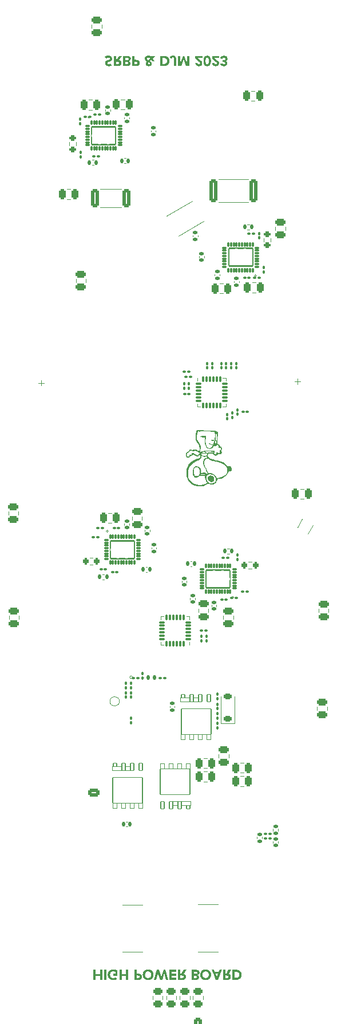
<source format=gbo>
G04 #@! TF.GenerationSoftware,KiCad,Pcbnew,7.0.2-0*
G04 #@! TF.CreationDate,2023-10-14T11:26:59-07:00*
G04 #@! TF.ProjectId,high-power,68696768-2d70-46f7-9765-722e6b696361,rev?*
G04 #@! TF.SameCoordinates,Original*
G04 #@! TF.FileFunction,Legend,Bot*
G04 #@! TF.FilePolarity,Positive*
%FSLAX46Y46*%
G04 Gerber Fmt 4.6, Leading zero omitted, Abs format (unit mm)*
G04 Created by KiCad (PCBNEW 7.0.2-0) date 2023-10-14 11:26:59*
%MOMM*%
%LPD*%
G01*
G04 APERTURE LIST*
G04 Aperture macros list*
%AMRoundRect*
0 Rectangle with rounded corners*
0 $1 Rounding radius*
0 $2 $3 $4 $5 $6 $7 $8 $9 X,Y pos of 4 corners*
0 Add a 4 corners polygon primitive as box body*
4,1,4,$2,$3,$4,$5,$6,$7,$8,$9,$2,$3,0*
0 Add four circle primitives for the rounded corners*
1,1,$1+$1,$2,$3*
1,1,$1+$1,$4,$5*
1,1,$1+$1,$6,$7*
1,1,$1+$1,$8,$9*
0 Add four rect primitives between the rounded corners*
20,1,$1+$1,$2,$3,$4,$5,0*
20,1,$1+$1,$4,$5,$6,$7,0*
20,1,$1+$1,$6,$7,$8,$9,0*
20,1,$1+$1,$8,$9,$2,$3,0*%
G04 Aperture macros list end*
%ADD10C,0.153000*%
%ADD11C,0.300000*%
%ADD12C,0.120000*%
%ADD13C,0.100000*%
%ADD14C,0.800000*%
%ADD15C,5.000000*%
%ADD16RoundRect,0.100000X0.130000X0.100000X-0.130000X0.100000X-0.130000X-0.100000X0.130000X-0.100000X0*%
%ADD17R,1.600000X1.600000*%
%ADD18C,1.600000*%
%ADD19R,2.800000X2.600000*%
%ADD20C,2.300000*%
%ADD21RoundRect,0.200000X-0.200000X-0.275000X0.200000X-0.275000X0.200000X0.275000X-0.200000X0.275000X0*%
%ADD22RoundRect,0.250000X0.475000X-0.250000X0.475000X0.250000X-0.475000X0.250000X-0.475000X-0.250000X0*%
%ADD23RoundRect,0.250000X0.250000X0.475000X-0.250000X0.475000X-0.250000X-0.475000X0.250000X-0.475000X0*%
%ADD24R,2.600000X2.800000*%
%ADD25RoundRect,0.100000X0.100000X-0.130000X0.100000X0.130000X-0.100000X0.130000X-0.100000X-0.130000X0*%
%ADD26RoundRect,0.250000X-0.250000X-0.475000X0.250000X-0.475000X0.250000X0.475000X-0.250000X0.475000X0*%
%ADD27RoundRect,0.140000X-0.170000X0.140000X-0.170000X-0.140000X0.170000X-0.140000X0.170000X0.140000X0*%
%ADD28RoundRect,0.140000X0.170000X-0.140000X0.170000X0.140000X-0.170000X0.140000X-0.170000X-0.140000X0*%
%ADD29R,3.050000X3.680000*%
%ADD30RoundRect,0.135000X0.135000X0.185000X-0.135000X0.185000X-0.135000X-0.185000X0.135000X-0.185000X0*%
%ADD31RoundRect,0.200000X0.200000X0.275000X-0.200000X0.275000X-0.200000X-0.275000X0.200000X-0.275000X0*%
%ADD32RoundRect,0.100000X-0.100000X0.130000X-0.100000X-0.130000X0.100000X-0.130000X0.100000X0.130000X0*%
%ADD33RoundRect,0.100000X-0.130000X-0.100000X0.130000X-0.100000X0.130000X0.100000X-0.130000X0.100000X0*%
%ADD34C,1.050000*%
%ADD35RoundRect,0.140000X0.140000X0.170000X-0.140000X0.170000X-0.140000X-0.170000X0.140000X-0.170000X0*%
%ADD36RoundRect,0.140000X-0.140000X-0.170000X0.140000X-0.170000X0.140000X0.170000X-0.140000X0.170000X0*%
%ADD37RoundRect,0.250000X0.450000X-0.262500X0.450000X0.262500X-0.450000X0.262500X-0.450000X-0.262500X0*%
%ADD38RoundRect,0.250000X0.362500X1.425000X-0.362500X1.425000X-0.362500X-1.425000X0.362500X-1.425000X0*%
%ADD39RoundRect,0.225000X0.375000X-0.225000X0.375000X0.225000X-0.375000X0.225000X-0.375000X-0.225000X0*%
%ADD40RoundRect,0.200000X0.275000X-0.200000X0.275000X0.200000X-0.275000X0.200000X-0.275000X-0.200000X0*%
%ADD41RoundRect,0.135000X-0.185000X0.135000X-0.185000X-0.135000X0.185000X-0.135000X0.185000X0.135000X0*%
%ADD42C,1.000000*%
%ADD43RoundRect,0.050000X-0.300000X-0.400000X0.300000X-0.400000X0.300000X0.400000X-0.300000X0.400000X0*%
%ADD44RoundRect,0.050000X-2.205000X-1.875000X2.205000X-1.875000X2.205000X1.875000X-2.205000X1.875000X0*%
%ADD45RoundRect,0.050000X-0.250000X-0.550000X0.250000X-0.550000X0.250000X0.550000X-0.250000X0.550000X0*%
%ADD46RoundRect,0.050000X-1.600000X-0.300000X1.600000X-0.300000X1.600000X0.300000X-1.600000X0.300000X0*%
%ADD47RoundRect,0.250000X0.362500X1.075000X-0.362500X1.075000X-0.362500X-1.075000X0.362500X-1.075000X0*%
%ADD48RoundRect,0.250000X-0.475000X0.250000X-0.475000X-0.250000X0.475000X-0.250000X0.475000X0.250000X0*%
%ADD49RoundRect,0.135000X-0.135000X-0.185000X0.135000X-0.185000X0.135000X0.185000X-0.135000X0.185000X0*%
%ADD50RoundRect,0.075000X-0.075000X0.362500X-0.075000X-0.362500X0.075000X-0.362500X0.075000X0.362500X0*%
%ADD51RoundRect,0.075000X-0.362500X0.075000X-0.362500X-0.075000X0.362500X-0.075000X0.362500X0.075000X0*%
%ADD52R,2.450000X2.450000*%
%ADD53RoundRect,0.050000X0.300000X0.400000X-0.300000X0.400000X-0.300000X-0.400000X0.300000X-0.400000X0*%
%ADD54RoundRect,0.050000X2.205000X1.875000X-2.205000X1.875000X-2.205000X-1.875000X2.205000X-1.875000X0*%
%ADD55RoundRect,0.050000X0.250000X0.550000X-0.250000X0.550000X-0.250000X-0.550000X0.250000X-0.550000X0*%
%ADD56RoundRect,0.050000X1.600000X0.300000X-1.600000X0.300000X-1.600000X-0.300000X1.600000X-0.300000X0*%
%ADD57R,0.762000X1.143000*%
%ADD58RoundRect,0.100000X-0.050000X0.250000X-0.050000X-0.250000X0.050000X-0.250000X0.050000X0.250000X0*%
%ADD59RoundRect,0.100000X-0.250000X-0.050000X0.250000X-0.050000X0.250000X0.050000X-0.250000X0.050000X0*%
%ADD60C,0.450000*%
%ADD61RoundRect,0.100000X-1.800000X1.300000X-1.800000X-1.300000X1.800000X-1.300000X1.800000X1.300000X0*%
%ADD62RoundRect,0.250000X0.398566X-1.415336X1.026434X-1.052836X-0.398566X1.415336X-1.026434X1.052836X0*%
%ADD63R,7.200000X3.700000*%
%ADD64RoundRect,0.200000X-0.275000X0.200000X-0.275000X-0.200000X0.275000X-0.200000X0.275000X0.200000X0*%
%ADD65RoundRect,0.147500X-0.147500X-0.172500X0.147500X-0.172500X0.147500X0.172500X-0.147500X0.172500X0*%
%ADD66RoundRect,0.075000X0.075000X-0.362500X0.075000X0.362500X-0.075000X0.362500X-0.075000X-0.362500X0*%
%ADD67RoundRect,0.075000X0.362500X-0.075000X0.362500X0.075000X-0.362500X0.075000X-0.362500X-0.075000X0*%
%ADD68RoundRect,0.250000X0.350000X0.625000X-0.350000X0.625000X-0.350000X-0.625000X0.350000X-0.625000X0*%
%ADD69O,1.200000X1.750000*%
%ADD70RoundRect,0.250000X0.385016X-0.583133X0.697516X-0.041867X-0.385016X0.583133X-0.697516X0.041867X0*%
%ADD71R,1.800000X3.400000*%
%ADD72RoundRect,0.250000X0.625000X-0.350000X0.625000X0.350000X-0.625000X0.350000X-0.625000X-0.350000X0*%
%ADD73O,1.750000X1.200000*%
%ADD74RoundRect,0.100000X0.050000X-0.250000X0.050000X0.250000X-0.050000X0.250000X-0.050000X-0.250000X0*%
%ADD75RoundRect,0.100000X0.250000X0.050000X-0.250000X0.050000X-0.250000X-0.050000X0.250000X-0.050000X0*%
%ADD76RoundRect,0.100000X1.800000X-1.300000X1.800000X1.300000X-1.800000X1.300000X-1.800000X-1.300000X0*%
G04 APERTURE END LIST*
D10*
G36*
X39721783Y-29960341D02*
G01*
X39711267Y-29972569D01*
X39699870Y-29983972D01*
X39687591Y-29994551D01*
X39674430Y-30004305D01*
X39660388Y-30013235D01*
X39645465Y-30021341D01*
X39629660Y-30028623D01*
X39612973Y-30035080D01*
X39595960Y-30040747D01*
X39579176Y-30045659D01*
X39562621Y-30049814D01*
X39546295Y-30053215D01*
X39530197Y-30055859D01*
X39514329Y-30057749D01*
X39498690Y-30058882D01*
X39483280Y-30059260D01*
X39467467Y-30058857D01*
X39451443Y-30057647D01*
X39435210Y-30055631D01*
X39418765Y-30052808D01*
X39409274Y-30050833D01*
X39392940Y-30046691D01*
X39376957Y-30041637D01*
X39361324Y-30035672D01*
X39346042Y-30028794D01*
X39337467Y-30024455D01*
X39323317Y-30016040D01*
X39310359Y-30006503D01*
X39298593Y-29995844D01*
X39288019Y-29984064D01*
X39282512Y-29976828D01*
X39274375Y-29963391D01*
X39268237Y-29948728D01*
X39264097Y-29932837D01*
X39262139Y-29918240D01*
X39261630Y-29905387D01*
X39262419Y-29888940D01*
X39264789Y-29873490D01*
X39268739Y-29859036D01*
X39275898Y-29842369D01*
X39285526Y-29827258D01*
X39297623Y-29813704D01*
X39309077Y-29803981D01*
X39312188Y-29801706D01*
X39325325Y-29792896D01*
X39339276Y-29784418D01*
X39354039Y-29776272D01*
X39369615Y-29768458D01*
X39386004Y-29760976D01*
X39403206Y-29753826D01*
X39421221Y-29747009D01*
X39435266Y-29742113D01*
X39440049Y-29740523D01*
X39454578Y-29735783D01*
X39469312Y-29731043D01*
X39484253Y-29726303D01*
X39499400Y-29721564D01*
X39514753Y-29716824D01*
X39530312Y-29712084D01*
X39546077Y-29707344D01*
X39562048Y-29702604D01*
X39578225Y-29697864D01*
X39594609Y-29693125D01*
X39605646Y-29689965D01*
X39622166Y-29685038D01*
X39638481Y-29679738D01*
X39654590Y-29674064D01*
X39670492Y-29668017D01*
X39686188Y-29661596D01*
X39701679Y-29654802D01*
X39716963Y-29647635D01*
X39732041Y-29640093D01*
X39746913Y-29632179D01*
X39761579Y-29623890D01*
X39771242Y-29618157D01*
X39785436Y-29609156D01*
X39799166Y-29599601D01*
X39812432Y-29589493D01*
X39825235Y-29578830D01*
X39837574Y-29567614D01*
X39849450Y-29555844D01*
X39860861Y-29543520D01*
X39871809Y-29530642D01*
X39882294Y-29517210D01*
X39892314Y-29503225D01*
X39898737Y-29493593D01*
X39907838Y-29478498D01*
X39916043Y-29462475D01*
X39923354Y-29445525D01*
X39929769Y-29427648D01*
X39935289Y-29408843D01*
X39939914Y-29389111D01*
X39943644Y-29368451D01*
X39946479Y-29346864D01*
X39947871Y-29331958D01*
X39948866Y-29316639D01*
X39949463Y-29300909D01*
X39949662Y-29284766D01*
X39949480Y-29269318D01*
X39948935Y-29254117D01*
X39948026Y-29239162D01*
X39946754Y-29224453D01*
X39944164Y-29202851D01*
X39940756Y-29181803D01*
X39936530Y-29161309D01*
X39931487Y-29141368D01*
X39925625Y-29121982D01*
X39918946Y-29103149D01*
X39911448Y-29084870D01*
X39903133Y-29067145D01*
X39894123Y-29050043D01*
X39884539Y-29033494D01*
X39874382Y-29017499D01*
X39863652Y-29002058D01*
X39852349Y-28987171D01*
X39840472Y-28972838D01*
X39828023Y-28959059D01*
X39815000Y-28945833D01*
X39801404Y-28933161D01*
X39787235Y-28921043D01*
X39777470Y-28913272D01*
X39762410Y-28902081D01*
X39746906Y-28891449D01*
X39730958Y-28881378D01*
X39714565Y-28871867D01*
X39697727Y-28862917D01*
X39680445Y-28854527D01*
X39662719Y-28846697D01*
X39644549Y-28839427D01*
X39625934Y-28832718D01*
X39606875Y-28826569D01*
X39593922Y-28822780D01*
X39574241Y-28817477D01*
X39554355Y-28812695D01*
X39534262Y-28808435D01*
X39513963Y-28804697D01*
X39493458Y-28801480D01*
X39472747Y-28798785D01*
X39451830Y-28796611D01*
X39430707Y-28794960D01*
X39409377Y-28793829D01*
X39387842Y-28793221D01*
X39373371Y-28793105D01*
X39355271Y-28793279D01*
X39337335Y-28793803D01*
X39319562Y-28794676D01*
X39301952Y-28795898D01*
X39284506Y-28797470D01*
X39267222Y-28799390D01*
X39250102Y-28801660D01*
X39233145Y-28804279D01*
X39216351Y-28807247D01*
X39199720Y-28810564D01*
X39183252Y-28814231D01*
X39166947Y-28818247D01*
X39150806Y-28822612D01*
X39134827Y-28827326D01*
X39119012Y-28832389D01*
X39103360Y-28837801D01*
X39087856Y-28843557D01*
X39072483Y-28849742D01*
X39057241Y-28856357D01*
X39042132Y-28863401D01*
X39027154Y-28870874D01*
X39012307Y-28878777D01*
X38997593Y-28887109D01*
X38983009Y-28895870D01*
X38968558Y-28905061D01*
X38954238Y-28914681D01*
X38940050Y-28924730D01*
X38925994Y-28935208D01*
X38912069Y-28946116D01*
X38898276Y-28957454D01*
X38884615Y-28969220D01*
X38871085Y-28981416D01*
X39105558Y-29239337D01*
X39115270Y-29226899D01*
X39125445Y-29215002D01*
X39136084Y-29203646D01*
X39147186Y-29192831D01*
X39158753Y-29182557D01*
X39170783Y-29172824D01*
X39183276Y-29163632D01*
X39196233Y-29154981D01*
X39209654Y-29146871D01*
X39223539Y-29139302D01*
X39233053Y-29134556D01*
X39247589Y-29128009D01*
X39262209Y-29122106D01*
X39276913Y-29116846D01*
X39291700Y-29112231D01*
X39306571Y-29108260D01*
X39321526Y-29104932D01*
X39336564Y-29102249D01*
X39351686Y-29100210D01*
X39366892Y-29098814D01*
X39382182Y-29098063D01*
X39392422Y-29097920D01*
X39407560Y-29098255D01*
X39422750Y-29099259D01*
X39437991Y-29100934D01*
X39453284Y-29103278D01*
X39468628Y-29106292D01*
X39473754Y-29107445D01*
X39488845Y-29111352D01*
X39503344Y-29115929D01*
X39517250Y-29121175D01*
X39532725Y-29128143D01*
X39547394Y-29136022D01*
X39561188Y-29144847D01*
X39573720Y-29154655D01*
X39584990Y-29165444D01*
X39594998Y-29177215D01*
X39600150Y-29184382D01*
X39608002Y-29197856D01*
X39613925Y-29212311D01*
X39617919Y-29227749D01*
X39619985Y-29244168D01*
X39620300Y-29253991D01*
X39619493Y-29270483D01*
X39617072Y-29286071D01*
X39613036Y-29300754D01*
X39607386Y-29314533D01*
X39600121Y-29327407D01*
X39591243Y-29339377D01*
X39580750Y-29350442D01*
X39568643Y-29360603D01*
X39555316Y-29370214D01*
X39541165Y-29379448D01*
X39526190Y-29388304D01*
X39510391Y-29396782D01*
X39493767Y-29404882D01*
X39476319Y-29412604D01*
X39462692Y-29418148D01*
X39448601Y-29423479D01*
X39438950Y-29426915D01*
X39424205Y-29432067D01*
X39409236Y-29437219D01*
X39394041Y-29442371D01*
X39378620Y-29447523D01*
X39362974Y-29452675D01*
X39347103Y-29457827D01*
X39331006Y-29462979D01*
X39314684Y-29468131D01*
X39298136Y-29473283D01*
X39281363Y-29478435D01*
X39270056Y-29481870D01*
X39253133Y-29487189D01*
X39236435Y-29492843D01*
X39219962Y-29498833D01*
X39203715Y-29505157D01*
X39187694Y-29511816D01*
X39171897Y-29518810D01*
X39156327Y-29526138D01*
X39140981Y-29533802D01*
X39125861Y-29541800D01*
X39110967Y-29550134D01*
X39101162Y-29555875D01*
X39086762Y-29564857D01*
X39072826Y-29574354D01*
X39059354Y-29584366D01*
X39046345Y-29594893D01*
X39033800Y-29605936D01*
X39021718Y-29617493D01*
X39010100Y-29629566D01*
X38998946Y-29642154D01*
X38988256Y-29655257D01*
X38978029Y-29668876D01*
X38971469Y-29678241D01*
X38962237Y-29692889D01*
X38953914Y-29708393D01*
X38946498Y-29724754D01*
X38939990Y-29741971D01*
X38934391Y-29760045D01*
X38929699Y-29778975D01*
X38925916Y-29798762D01*
X38923040Y-29819406D01*
X38921073Y-29840906D01*
X38920266Y-29855715D01*
X38919862Y-29870905D01*
X38919812Y-29878642D01*
X38919996Y-29893592D01*
X38920550Y-29908306D01*
X38922073Y-29929938D01*
X38924427Y-29951042D01*
X38927612Y-29971618D01*
X38931627Y-29991666D01*
X38936473Y-30011185D01*
X38942150Y-30030177D01*
X38948657Y-30048640D01*
X38955996Y-30066576D01*
X38964165Y-30083983D01*
X38967073Y-30089668D01*
X38976280Y-30106443D01*
X38986041Y-30122697D01*
X38996355Y-30138428D01*
X39007224Y-30153639D01*
X39018646Y-30168327D01*
X39030623Y-30182494D01*
X39043153Y-30196139D01*
X39056237Y-30209263D01*
X39069874Y-30221865D01*
X39084066Y-30233945D01*
X39093835Y-30241709D01*
X39108885Y-30252911D01*
X39124360Y-30263571D01*
X39140261Y-30273690D01*
X39156586Y-30283269D01*
X39173336Y-30292306D01*
X39190512Y-30300803D01*
X39208112Y-30308758D01*
X39226138Y-30316173D01*
X39244589Y-30323046D01*
X39263464Y-30329379D01*
X39276284Y-30333300D01*
X39295776Y-30338800D01*
X39315371Y-30343759D01*
X39335068Y-30348177D01*
X39354869Y-30352054D01*
X39374773Y-30355389D01*
X39394780Y-30358184D01*
X39414890Y-30360438D01*
X39435103Y-30362151D01*
X39455419Y-30363324D01*
X39475838Y-30363955D01*
X39489508Y-30364075D01*
X39505319Y-30363935D01*
X39521061Y-30363514D01*
X39536735Y-30362813D01*
X39552340Y-30361831D01*
X39567876Y-30360569D01*
X39583343Y-30359026D01*
X39598742Y-30357203D01*
X39614072Y-30355099D01*
X39629333Y-30352715D01*
X39644526Y-30350050D01*
X39659650Y-30347105D01*
X39674705Y-30343879D01*
X39689692Y-30340373D01*
X39704610Y-30336586D01*
X39719459Y-30332519D01*
X39734239Y-30328171D01*
X39748940Y-30323491D01*
X39763457Y-30318428D01*
X39777791Y-30312981D01*
X39791942Y-30307151D01*
X39805909Y-30300937D01*
X39819694Y-30294340D01*
X39833295Y-30287359D01*
X39846713Y-30279994D01*
X39859948Y-30272246D01*
X39873000Y-30264115D01*
X39885868Y-30255600D01*
X39898554Y-30246701D01*
X39911056Y-30237419D01*
X39923375Y-30227753D01*
X39935511Y-30217704D01*
X39947463Y-30207271D01*
X39721783Y-29960341D01*
G37*
G36*
X40516794Y-29426182D02*
G01*
X40679459Y-29426182D01*
X40991602Y-28840000D01*
X41386176Y-28840000D01*
X41006623Y-29460254D01*
X41026109Y-29464333D01*
X41044999Y-29469058D01*
X41063295Y-29474431D01*
X41080994Y-29480450D01*
X41098099Y-29487116D01*
X41114608Y-29494429D01*
X41130522Y-29502389D01*
X41145841Y-29510996D01*
X41160564Y-29520249D01*
X41174692Y-29530150D01*
X41188225Y-29540697D01*
X41201162Y-29551891D01*
X41213504Y-29563732D01*
X41225250Y-29576220D01*
X41236402Y-29589355D01*
X41246958Y-29603136D01*
X41256939Y-29617476D01*
X41266277Y-29632194D01*
X41274971Y-29647289D01*
X41283021Y-29662762D01*
X41290427Y-29678613D01*
X41297189Y-29694842D01*
X41303307Y-29711448D01*
X41308781Y-29728433D01*
X41313611Y-29745795D01*
X41317797Y-29763535D01*
X41321339Y-29781653D01*
X41324237Y-29800149D01*
X41326491Y-29819022D01*
X41328101Y-29838273D01*
X41329067Y-29857903D01*
X41329389Y-29877909D01*
X41329345Y-29886201D01*
X41328990Y-29902527D01*
X41328280Y-29918510D01*
X41327216Y-29934149D01*
X41325796Y-29949445D01*
X41324021Y-29964397D01*
X41320694Y-29986182D01*
X41316568Y-30007193D01*
X41311644Y-30027432D01*
X41305921Y-30046898D01*
X41299399Y-30065591D01*
X41292079Y-30083511D01*
X41283960Y-30100659D01*
X41278159Y-30111690D01*
X41268994Y-30127700D01*
X41259277Y-30143066D01*
X41249005Y-30157787D01*
X41238179Y-30171865D01*
X41226800Y-30185299D01*
X41214866Y-30198089D01*
X41202379Y-30210235D01*
X41189338Y-30221737D01*
X41175743Y-30232594D01*
X41161595Y-30242808D01*
X41151877Y-30249284D01*
X41136926Y-30258552D01*
X41121524Y-30267286D01*
X41105670Y-30275485D01*
X41089366Y-30283150D01*
X41072612Y-30290280D01*
X41055406Y-30296876D01*
X41037750Y-30302937D01*
X41019643Y-30308463D01*
X41001085Y-30313455D01*
X40982076Y-30317913D01*
X40969253Y-30320664D01*
X40949848Y-30324457D01*
X40930236Y-30327851D01*
X40910418Y-30330845D01*
X40890393Y-30333441D01*
X40870163Y-30335637D01*
X40849727Y-30337433D01*
X40829085Y-30338831D01*
X40808236Y-30339829D01*
X40787182Y-30340428D01*
X40765921Y-30340628D01*
X40187798Y-30340628D01*
X40187798Y-29707550D01*
X40516794Y-29707550D01*
X40516794Y-30059260D01*
X40732216Y-30059260D01*
X40737764Y-30059234D01*
X40754495Y-30058848D01*
X40771355Y-30057998D01*
X40788344Y-30056684D01*
X40805461Y-30054906D01*
X40822708Y-30052665D01*
X40828482Y-30051794D01*
X40845308Y-30048612D01*
X40861386Y-30044581D01*
X40876718Y-30039699D01*
X40891302Y-30033968D01*
X40905140Y-30027386D01*
X40909578Y-30025030D01*
X40922290Y-30017174D01*
X40934101Y-30008132D01*
X40945010Y-29997905D01*
X40955018Y-29986494D01*
X40964124Y-29973897D01*
X40972093Y-29959995D01*
X40978412Y-29944393D01*
X40982420Y-29930093D01*
X40985282Y-29914612D01*
X40986999Y-29897950D01*
X40987572Y-29880108D01*
X40987546Y-29876174D01*
X40986928Y-29860990D01*
X40984996Y-29843249D01*
X40981776Y-29826886D01*
X40977268Y-29811901D01*
X40970158Y-29795737D01*
X40961193Y-29781556D01*
X40957842Y-29777277D01*
X40947134Y-29765298D01*
X40935448Y-29754608D01*
X40922782Y-29745205D01*
X40909138Y-29737091D01*
X40894515Y-29730265D01*
X40884377Y-29726435D01*
X40868591Y-29721442D01*
X40852108Y-29717350D01*
X40834931Y-29714160D01*
X40820085Y-29712191D01*
X40804756Y-29710847D01*
X40792471Y-29710075D01*
X40777341Y-29709253D01*
X40762461Y-29708593D01*
X40744935Y-29708014D01*
X40727771Y-29707666D01*
X40710967Y-29707550D01*
X40516794Y-29707550D01*
X40187798Y-29707550D01*
X40187798Y-28840000D01*
X40516794Y-28840000D01*
X40516794Y-29426182D01*
G37*
G36*
X42171984Y-28840081D02*
G01*
X42190615Y-28840509D01*
X42209259Y-28841305D01*
X42227916Y-28842467D01*
X42246585Y-28843997D01*
X42265268Y-28845893D01*
X42283963Y-28848157D01*
X42302671Y-28850788D01*
X42321392Y-28853785D01*
X42340126Y-28857150D01*
X42358873Y-28860882D01*
X42371342Y-28863599D01*
X42389751Y-28868070D01*
X42407806Y-28873018D01*
X42425506Y-28878443D01*
X42442852Y-28884344D01*
X42459844Y-28890722D01*
X42476482Y-28897576D01*
X42492765Y-28904907D01*
X42508695Y-28912714D01*
X42524270Y-28920998D01*
X42539491Y-28929759D01*
X42549404Y-28935921D01*
X42563839Y-28945605D01*
X42577753Y-28955816D01*
X42591145Y-28966556D01*
X42604015Y-28977824D01*
X42616364Y-28989620D01*
X42628191Y-29001944D01*
X42639496Y-29014796D01*
X42650280Y-29028176D01*
X42660542Y-29042084D01*
X42670283Y-29056521D01*
X42676405Y-29066471D01*
X42684848Y-29081961D01*
X42692402Y-29098126D01*
X42699067Y-29114968D01*
X42704844Y-29132486D01*
X42709732Y-29150680D01*
X42713731Y-29169550D01*
X42716842Y-29189096D01*
X42719064Y-29209319D01*
X42720397Y-29230218D01*
X42720841Y-29251793D01*
X42720475Y-29269516D01*
X42719376Y-29286964D01*
X42717544Y-29304137D01*
X42714979Y-29321036D01*
X42711682Y-29337660D01*
X42707652Y-29354009D01*
X42702889Y-29370083D01*
X42697394Y-29385882D01*
X42691309Y-29401298D01*
X42684594Y-29416222D01*
X42677249Y-29430653D01*
X42669275Y-29444592D01*
X42660671Y-29458039D01*
X42651438Y-29470993D01*
X42641575Y-29483455D01*
X42631082Y-29495425D01*
X42620011Y-29506971D01*
X42608413Y-29517979D01*
X42596289Y-29528449D01*
X42583638Y-29538381D01*
X42570460Y-29547775D01*
X42556756Y-29556631D01*
X42542525Y-29564949D01*
X42527767Y-29572728D01*
X42512529Y-29580021D01*
X42496855Y-29586696D01*
X42480746Y-29592752D01*
X42464203Y-29598190D01*
X42447224Y-29603010D01*
X42429810Y-29607212D01*
X42411962Y-29610796D01*
X42393678Y-29613761D01*
X42393678Y-29618157D01*
X42400892Y-29620494D01*
X42415054Y-29625448D01*
X42428862Y-29630778D01*
X42448907Y-29639475D01*
X42468154Y-29649016D01*
X42486603Y-29659400D01*
X42504252Y-29670629D01*
X42521104Y-29682700D01*
X42537157Y-29695616D01*
X42552411Y-29709375D01*
X42566866Y-29723977D01*
X42580523Y-29739424D01*
X42584874Y-29744779D01*
X42597096Y-29761360D01*
X42608075Y-29778713D01*
X42617811Y-29796840D01*
X42626304Y-29815739D01*
X42633555Y-29835411D01*
X42639562Y-29855856D01*
X42644327Y-29877074D01*
X42646812Y-29891648D01*
X42648746Y-29906566D01*
X42650127Y-29921827D01*
X42650956Y-29937432D01*
X42651232Y-29953381D01*
X42651184Y-29961140D01*
X42650803Y-29976367D01*
X42650042Y-29991205D01*
X42648186Y-30012732D01*
X42645474Y-30033382D01*
X42641905Y-30053158D01*
X42637480Y-30072057D01*
X42632198Y-30090080D01*
X42626060Y-30107228D01*
X42619065Y-30123499D01*
X42611213Y-30138895D01*
X42602505Y-30153415D01*
X42596344Y-30162718D01*
X42586668Y-30176177D01*
X42576471Y-30189044D01*
X42565751Y-30201319D01*
X42554510Y-30213001D01*
X42542747Y-30224091D01*
X42530463Y-30234588D01*
X42517657Y-30244493D01*
X42504330Y-30253805D01*
X42490480Y-30262525D01*
X42476110Y-30270652D01*
X42466276Y-30275808D01*
X42451232Y-30283129D01*
X42435832Y-30289955D01*
X42420079Y-30296284D01*
X42403972Y-30302118D01*
X42387510Y-30307455D01*
X42370694Y-30312297D01*
X42353524Y-30316643D01*
X42336000Y-30320493D01*
X42318121Y-30323847D01*
X42299888Y-30326706D01*
X42287620Y-30328392D01*
X42269232Y-30330716D01*
X42250864Y-30332797D01*
X42232516Y-30334632D01*
X42214186Y-30336223D01*
X42195876Y-30337569D01*
X42177586Y-30338670D01*
X42159314Y-30339526D01*
X42141062Y-30340138D01*
X42122830Y-30340505D01*
X42104616Y-30340628D01*
X41547743Y-30340628D01*
X41547743Y-29730997D01*
X41876738Y-29730997D01*
X41876738Y-30059260D01*
X42100586Y-30059260D01*
X42117343Y-30058892D01*
X42134276Y-30057787D01*
X42148929Y-30056254D01*
X42163711Y-30054181D01*
X42178622Y-30051566D01*
X42191001Y-30048929D01*
X42205289Y-30045151D01*
X42221177Y-30039897D01*
X42236224Y-30033731D01*
X42250429Y-30026653D01*
X42258209Y-30022120D01*
X42270914Y-30013084D01*
X42282462Y-30002645D01*
X42292853Y-29990804D01*
X42302087Y-29977561D01*
X42303326Y-29975576D01*
X42310902Y-29960799D01*
X42315861Y-29946906D01*
X42319403Y-29931880D01*
X42321528Y-29915719D01*
X42322237Y-29898426D01*
X42321606Y-29881716D01*
X42319712Y-29865934D01*
X42316557Y-29851079D01*
X42311280Y-29834920D01*
X42304285Y-29820024D01*
X42299614Y-29812073D01*
X42290558Y-29799122D01*
X42280380Y-29787399D01*
X42269079Y-29776903D01*
X42256657Y-29767634D01*
X42249210Y-29762946D01*
X42235598Y-29755540D01*
X42221250Y-29749151D01*
X42206166Y-29743779D01*
X42190345Y-29739424D01*
X42181078Y-29737449D01*
X42164776Y-29734626D01*
X42148370Y-29732610D01*
X42131858Y-29731401D01*
X42115241Y-29730997D01*
X41876738Y-29730997D01*
X41547743Y-29730997D01*
X41547743Y-29121367D01*
X41876738Y-29121367D01*
X41876738Y-29449630D01*
X42125865Y-29449630D01*
X42130883Y-29449605D01*
X42146244Y-29449240D01*
X42162070Y-29448438D01*
X42178359Y-29447197D01*
X42195111Y-29445518D01*
X42212327Y-29443401D01*
X42218118Y-29442627D01*
X42235179Y-29439807D01*
X42251777Y-29436239D01*
X42267912Y-29431924D01*
X42283582Y-29426862D01*
X42298789Y-29421053D01*
X42303772Y-29418977D01*
X42318069Y-29412009D01*
X42331387Y-29403933D01*
X42343726Y-29394749D01*
X42355086Y-29384458D01*
X42365468Y-29373060D01*
X42370182Y-29366981D01*
X42378219Y-29353801D01*
X42384401Y-29339255D01*
X42388729Y-29323344D01*
X42391202Y-29306067D01*
X42391846Y-29290628D01*
X42391826Y-29287711D01*
X42390882Y-29270795D01*
X42388520Y-29254884D01*
X42384742Y-29239977D01*
X42379547Y-29226076D01*
X42371696Y-29211127D01*
X42366561Y-29203164D01*
X42356666Y-29190138D01*
X42345614Y-29178270D01*
X42333405Y-29167558D01*
X42320038Y-29158004D01*
X42310005Y-29151993D01*
X42295326Y-29144540D01*
X42279911Y-29138209D01*
X42263760Y-29132999D01*
X42249330Y-29129427D01*
X42237116Y-29127105D01*
X42222553Y-29124838D01*
X42205693Y-29122910D01*
X42188973Y-29121753D01*
X42172394Y-29121367D01*
X41876738Y-29121367D01*
X41547743Y-29121367D01*
X41547743Y-28840000D01*
X42159571Y-28840000D01*
X42171984Y-28840081D01*
G37*
G36*
X43236682Y-29426182D02*
G01*
X43477383Y-29426182D01*
X43492064Y-29426268D01*
X43513837Y-29426719D01*
X43535315Y-29427556D01*
X43556496Y-29428780D01*
X43577381Y-29430390D01*
X43597969Y-29432386D01*
X43618262Y-29434769D01*
X43638258Y-29437538D01*
X43657958Y-29440694D01*
X43677362Y-29444236D01*
X43696469Y-29448164D01*
X43709047Y-29451076D01*
X43727512Y-29455890D01*
X43745493Y-29461239D01*
X43762992Y-29467122D01*
X43780007Y-29473539D01*
X43796540Y-29480491D01*
X43812589Y-29487978D01*
X43828156Y-29495999D01*
X43843239Y-29504554D01*
X43857840Y-29513644D01*
X43871958Y-29523269D01*
X43881084Y-29530049D01*
X43894306Y-29540746D01*
X43906968Y-29552074D01*
X43919070Y-29564033D01*
X43930612Y-29576624D01*
X43941593Y-29589845D01*
X43952014Y-29603697D01*
X43961875Y-29618181D01*
X43971175Y-29633295D01*
X43979915Y-29649041D01*
X43988095Y-29665418D01*
X43993197Y-29676711D01*
X44000233Y-29694268D01*
X44006528Y-29712565D01*
X44012082Y-29731602D01*
X44016896Y-29751381D01*
X44020969Y-29771900D01*
X44024302Y-29793159D01*
X44026112Y-29807744D01*
X44027594Y-29822657D01*
X44028746Y-29837900D01*
X44029569Y-29853472D01*
X44030062Y-29869373D01*
X44030227Y-29885603D01*
X44030183Y-29893893D01*
X44029828Y-29910205D01*
X44029118Y-29926159D01*
X44028053Y-29941755D01*
X44026633Y-29956994D01*
X44024859Y-29971874D01*
X44021531Y-29993525D01*
X44017406Y-30014370D01*
X44012481Y-30034410D01*
X44006758Y-30053645D01*
X44000237Y-30072075D01*
X43992916Y-30089701D01*
X43984798Y-30106521D01*
X43978996Y-30117370D01*
X43969832Y-30133113D01*
X43960114Y-30148218D01*
X43949842Y-30162685D01*
X43939016Y-30176515D01*
X43927637Y-30189707D01*
X43915704Y-30202262D01*
X43903217Y-30214179D01*
X43890176Y-30225459D01*
X43876581Y-30236101D01*
X43862432Y-30246106D01*
X43852710Y-30252488D01*
X43837736Y-30261612D01*
X43822292Y-30270194D01*
X43806378Y-30278235D01*
X43789994Y-30285736D01*
X43773139Y-30292695D01*
X43755814Y-30299114D01*
X43738020Y-30304991D01*
X43719755Y-30310328D01*
X43701020Y-30315124D01*
X43681814Y-30319378D01*
X43668851Y-30321952D01*
X43649224Y-30325500D01*
X43629379Y-30328675D01*
X43609314Y-30331476D01*
X43589030Y-30333904D01*
X43568527Y-30335959D01*
X43547805Y-30337639D01*
X43526865Y-30338947D01*
X43505705Y-30339881D01*
X43484326Y-30340441D01*
X43462729Y-30340628D01*
X42907687Y-30340628D01*
X42907687Y-29707550D01*
X43236682Y-29707550D01*
X43236682Y-30059260D01*
X43405576Y-30059260D01*
X43411408Y-30059238D01*
X43426125Y-30058997D01*
X43441039Y-30058487D01*
X43456149Y-30057709D01*
X43471457Y-30056662D01*
X43486961Y-30055347D01*
X43502662Y-30053764D01*
X43518229Y-30051831D01*
X43533331Y-30049235D01*
X43547968Y-30045977D01*
X43562139Y-30042058D01*
X43578531Y-30036481D01*
X43594253Y-30029951D01*
X43599370Y-30027552D01*
X43614014Y-30019601D01*
X43627603Y-30010516D01*
X43640135Y-30000298D01*
X43651611Y-29988946D01*
X43662031Y-29976461D01*
X43669630Y-29965163D01*
X43677049Y-29950188D01*
X43682613Y-29933667D01*
X43685833Y-29918719D01*
X43687765Y-29902698D01*
X43688409Y-29885603D01*
X43688232Y-29875935D01*
X43687150Y-29860507D01*
X43684552Y-29843128D01*
X43680538Y-29826985D01*
X43675107Y-29812078D01*
X43668259Y-29798408D01*
X43663107Y-29790028D01*
X43653099Y-29776464D01*
X43641829Y-29764302D01*
X43629297Y-29753543D01*
X43615503Y-29744187D01*
X43600816Y-29736075D01*
X43585289Y-29729050D01*
X43571310Y-29723893D01*
X43556712Y-29719536D01*
X43541497Y-29715976D01*
X43536355Y-29714956D01*
X43520774Y-29712290D01*
X43504962Y-29710216D01*
X43488918Y-29708735D01*
X43472642Y-29707846D01*
X43456134Y-29707550D01*
X43236682Y-29707550D01*
X42907687Y-29707550D01*
X42907687Y-28840000D01*
X43236682Y-28840000D01*
X43236682Y-29426182D01*
G37*
G36*
X45333784Y-28793288D02*
G01*
X45350094Y-28793838D01*
X45366196Y-28794754D01*
X45382088Y-28796036D01*
X45397772Y-28797684D01*
X45413246Y-28799699D01*
X45428512Y-28802081D01*
X45443569Y-28804829D01*
X45458416Y-28807943D01*
X45473055Y-28811423D01*
X45487485Y-28815270D01*
X45501706Y-28819483D01*
X45515718Y-28824063D01*
X45536344Y-28831619D01*
X45556500Y-28840000D01*
X45563150Y-28842955D01*
X45582942Y-28852387D01*
X45596003Y-28859148D01*
X45608959Y-28866286D01*
X45621809Y-28873802D01*
X45634553Y-28881696D01*
X45647191Y-28889968D01*
X45659724Y-28898618D01*
X45672150Y-28907645D01*
X45684470Y-28917050D01*
X45696685Y-28926834D01*
X45708793Y-28936994D01*
X45720796Y-28947533D01*
X45732693Y-28958450D01*
X45744484Y-28969744D01*
X45756169Y-28981416D01*
X45880733Y-28840000D01*
X46287764Y-28840000D01*
X45954372Y-29188412D01*
X46268713Y-29601671D01*
X45901616Y-29601671D01*
X45756169Y-29403468D01*
X45564194Y-29608265D01*
X45578276Y-29615827D01*
X45592129Y-29623676D01*
X45605754Y-29631810D01*
X45619149Y-29640231D01*
X45632315Y-29648938D01*
X45645252Y-29657931D01*
X45657960Y-29667210D01*
X45670440Y-29676775D01*
X45682707Y-29686736D01*
X45694597Y-29697017D01*
X45706109Y-29707619D01*
X45717243Y-29718541D01*
X45727999Y-29729784D01*
X45738377Y-29741347D01*
X45748378Y-29753231D01*
X45758001Y-29765436D01*
X45767274Y-29778001D01*
X45776044Y-29790783D01*
X45784310Y-29803784D01*
X45792073Y-29817001D01*
X45799331Y-29830437D01*
X45806086Y-29844089D01*
X45812337Y-29857960D01*
X45818085Y-29872048D01*
X45823322Y-29886496D01*
X45827862Y-29901265D01*
X45831703Y-29916355D01*
X45834846Y-29931765D01*
X45837290Y-29947496D01*
X45839036Y-29963547D01*
X45840084Y-29979919D01*
X45840433Y-29996612D01*
X45840398Y-30002539D01*
X45839872Y-30020007D01*
X45838715Y-30037006D01*
X45836927Y-30053534D01*
X45834507Y-30069592D01*
X45831457Y-30085180D01*
X45827775Y-30100298D01*
X45823463Y-30114946D01*
X45818519Y-30129123D01*
X45812944Y-30142831D01*
X45804529Y-30160376D01*
X45795175Y-30177143D01*
X45785066Y-30193189D01*
X45774201Y-30208513D01*
X45762580Y-30223116D01*
X45750204Y-30236998D01*
X45737072Y-30250158D01*
X45723185Y-30262598D01*
X45708542Y-30274316D01*
X45697118Y-30282628D01*
X45681396Y-30293069D01*
X45665113Y-30302778D01*
X45648269Y-30311753D01*
X45630863Y-30319997D01*
X45612897Y-30327507D01*
X45599054Y-30332659D01*
X45584896Y-30337399D01*
X45570422Y-30341727D01*
X45560635Y-30344433D01*
X45545830Y-30348165D01*
X45530878Y-30351504D01*
X45515777Y-30354450D01*
X45500528Y-30357004D01*
X45485131Y-30359164D01*
X45469586Y-30360932D01*
X45453893Y-30362307D01*
X45438052Y-30363289D01*
X45422062Y-30363878D01*
X45405925Y-30364075D01*
X45394858Y-30363992D01*
X45378317Y-30363556D01*
X45361847Y-30362747D01*
X45345447Y-30361564D01*
X45329118Y-30360008D01*
X45312861Y-30358078D01*
X45296674Y-30355774D01*
X45280558Y-30353098D01*
X45264512Y-30350047D01*
X45248538Y-30346623D01*
X45232634Y-30342826D01*
X45222174Y-30340115D01*
X45206758Y-30335674D01*
X45191670Y-30330782D01*
X45176911Y-30325438D01*
X45162480Y-30319645D01*
X45148377Y-30313400D01*
X45134603Y-30306705D01*
X45121158Y-30299558D01*
X45108040Y-30291961D01*
X45095252Y-30283913D01*
X45082791Y-30275415D01*
X45074741Y-30269500D01*
X45063047Y-30260257D01*
X45051811Y-30250571D01*
X45041031Y-30240439D01*
X45030709Y-30229864D01*
X45020844Y-30218844D01*
X45011436Y-30207380D01*
X45002486Y-30195471D01*
X44993992Y-30183118D01*
X44985956Y-30170321D01*
X44978378Y-30157079D01*
X44973675Y-30147987D01*
X44967190Y-30133915D01*
X44961387Y-30119321D01*
X44956268Y-30104205D01*
X44951831Y-30088568D01*
X44948076Y-30072408D01*
X44945004Y-30055728D01*
X44942615Y-30038526D01*
X44940908Y-30020802D01*
X44939884Y-30002556D01*
X44939543Y-29983789D01*
X44939554Y-29980387D01*
X44939875Y-29966570D01*
X45256082Y-29966570D01*
X45256452Y-29978231D01*
X45258098Y-29993089D01*
X45262007Y-30010551D01*
X45267972Y-30026778D01*
X45275996Y-30041770D01*
X45286076Y-30055529D01*
X45298214Y-30068053D01*
X45306281Y-30074862D01*
X45320470Y-30084722D01*
X45335590Y-30092722D01*
X45351640Y-30098861D01*
X45368620Y-30103141D01*
X45386530Y-30105559D01*
X45401528Y-30106154D01*
X45412842Y-30105845D01*
X45427437Y-30104471D01*
X45444891Y-30101209D01*
X45461469Y-30096228D01*
X45477170Y-30089531D01*
X45491994Y-30081116D01*
X45505942Y-30070983D01*
X45516074Y-30061807D01*
X45526840Y-30049001D01*
X45535495Y-30034709D01*
X45542038Y-30018933D01*
X45546471Y-30001672D01*
X45548498Y-29986794D01*
X45549173Y-29970966D01*
X45548120Y-29955396D01*
X45544960Y-29940191D01*
X45539693Y-29925354D01*
X45532320Y-29910882D01*
X45529086Y-29905563D01*
X45519738Y-29891755D01*
X45510695Y-29880125D01*
X45500845Y-29868915D01*
X45490188Y-29858126D01*
X45483800Y-29852144D01*
X45472290Y-29841978D01*
X45460358Y-29832198D01*
X45448007Y-29822804D01*
X45435234Y-29813796D01*
X45433406Y-29812542D01*
X45420831Y-29804064D01*
X45406932Y-29795020D01*
X45393537Y-29786662D01*
X45380646Y-29778991D01*
X45373386Y-29785453D01*
X45362061Y-29795676D01*
X45350214Y-29806537D01*
X45339246Y-29816727D01*
X45328507Y-29827534D01*
X45318272Y-29838709D01*
X45308541Y-29850249D01*
X45299313Y-29862156D01*
X45290657Y-29874544D01*
X45282643Y-29887160D01*
X45275270Y-29900006D01*
X45268538Y-29913080D01*
X45264950Y-29921342D01*
X45260023Y-29936302D01*
X45257067Y-29951378D01*
X45256082Y-29966570D01*
X44939875Y-29966570D01*
X44939942Y-29963679D01*
X44940885Y-29947471D01*
X44942382Y-29931765D01*
X44944434Y-29916559D01*
X44947041Y-29901855D01*
X44950900Y-29884870D01*
X44952406Y-29879345D01*
X44957403Y-29862957D01*
X44963122Y-29846853D01*
X44969562Y-29831032D01*
X44976723Y-29815494D01*
X44984606Y-29800240D01*
X44988867Y-29792723D01*
X44997814Y-29777919D01*
X45007328Y-29763425D01*
X45017409Y-29749240D01*
X45028056Y-29735364D01*
X45037362Y-29724036D01*
X45041229Y-29719576D01*
X45051072Y-29708261D01*
X45061164Y-29696714D01*
X45071508Y-29684934D01*
X45082102Y-29672922D01*
X45092946Y-29660677D01*
X45104041Y-29648199D01*
X45087348Y-29642177D01*
X45070976Y-29635651D01*
X45054925Y-29628621D01*
X45039194Y-29621088D01*
X45023784Y-29613051D01*
X45008694Y-29604510D01*
X44993925Y-29595466D01*
X44979477Y-29585917D01*
X44965486Y-29575905D01*
X44951908Y-29565469D01*
X44938742Y-29554610D01*
X44925988Y-29543327D01*
X44913646Y-29531621D01*
X44901716Y-29519491D01*
X44890198Y-29506937D01*
X44879093Y-29493960D01*
X44868583Y-29480587D01*
X44858668Y-29466849D01*
X44849349Y-29452744D01*
X44840625Y-29438272D01*
X44832496Y-29423435D01*
X44824963Y-29408230D01*
X44818025Y-29392660D01*
X44811682Y-29376723D01*
X44806015Y-29360575D01*
X44801103Y-29344185D01*
X44796947Y-29327556D01*
X44793547Y-29310686D01*
X44790902Y-29293576D01*
X44789013Y-29276225D01*
X44787880Y-29258634D01*
X44787867Y-29258021D01*
X45129320Y-29258021D01*
X45129677Y-29270928D01*
X45131051Y-29285731D01*
X45133956Y-29302058D01*
X45138264Y-29317367D01*
X45143974Y-29331660D01*
X45147873Y-29339509D01*
X45155383Y-29352664D01*
X45163771Y-29365084D01*
X45173035Y-29376767D01*
X45183175Y-29387714D01*
X45189318Y-29393696D01*
X45200535Y-29403862D01*
X45212348Y-29413642D01*
X45224758Y-29423036D01*
X45237764Y-29432044D01*
X45245474Y-29437064D01*
X45259051Y-29445767D01*
X45272733Y-29454365D01*
X45286520Y-29462858D01*
X45300412Y-29471245D01*
X45564194Y-29184016D01*
X45550988Y-29172618D01*
X45537747Y-29161690D01*
X45524472Y-29151232D01*
X45511163Y-29141243D01*
X45497819Y-29131723D01*
X45484441Y-29122672D01*
X45471029Y-29114091D01*
X45457582Y-29105980D01*
X45443803Y-29098595D01*
X45429395Y-29092196D01*
X45414357Y-29086780D01*
X45398689Y-29082349D01*
X45382392Y-29078903D01*
X45365464Y-29076442D01*
X45347907Y-29074965D01*
X45329721Y-29074473D01*
X45320299Y-29074684D01*
X45303864Y-29076074D01*
X45287500Y-29078762D01*
X45271206Y-29082746D01*
X45254983Y-29088028D01*
X45245881Y-29091652D01*
X45230669Y-29098682D01*
X45216368Y-29106588D01*
X45202980Y-29115371D01*
X45190503Y-29125031D01*
X45183799Y-29130967D01*
X45172867Y-29142154D01*
X45162952Y-29154359D01*
X45154054Y-29167580D01*
X45146172Y-29181817D01*
X45139606Y-29197109D01*
X45134652Y-29213173D01*
X45131690Y-29227556D01*
X45129912Y-29242505D01*
X45129320Y-29258021D01*
X44787867Y-29258021D01*
X44787502Y-29240802D01*
X44787675Y-29226896D01*
X44788584Y-29206439D01*
X44790272Y-29186466D01*
X44792740Y-29166975D01*
X44795987Y-29147967D01*
X44800013Y-29129443D01*
X44804818Y-29111401D01*
X44810403Y-29093842D01*
X44816767Y-29076767D01*
X44823910Y-29060174D01*
X44831832Y-29044064D01*
X44837492Y-29033642D01*
X44846427Y-29018421D01*
X44855897Y-29003696D01*
X44865902Y-28989466D01*
X44876441Y-28975733D01*
X44887515Y-28962496D01*
X44899123Y-28949754D01*
X44911265Y-28937509D01*
X44923942Y-28925759D01*
X44937154Y-28914505D01*
X44950900Y-28903747D01*
X44960366Y-28896896D01*
X44974853Y-28887033D01*
X44989689Y-28877666D01*
X45004872Y-28868795D01*
X45020404Y-28860420D01*
X45036282Y-28852541D01*
X45052509Y-28845157D01*
X45069084Y-28838270D01*
X45086006Y-28831878D01*
X45103276Y-28825982D01*
X45120893Y-28820582D01*
X45132780Y-28817255D01*
X45150707Y-28812666D01*
X45168750Y-28808561D01*
X45186908Y-28804938D01*
X45205183Y-28801799D01*
X45223573Y-28799142D01*
X45242080Y-28796969D01*
X45260702Y-28795278D01*
X45279440Y-28794071D01*
X45298294Y-28793346D01*
X45317265Y-28793105D01*
X45333784Y-28793288D01*
G37*
G36*
X47624156Y-28840190D02*
G01*
X47644817Y-28840761D01*
X47665360Y-28841713D01*
X47685787Y-28843045D01*
X47706096Y-28844758D01*
X47726287Y-28846852D01*
X47746361Y-28849326D01*
X47766318Y-28852181D01*
X47786158Y-28855417D01*
X47805880Y-28859033D01*
X47825485Y-28863030D01*
X47844972Y-28867408D01*
X47864342Y-28872167D01*
X47883595Y-28877306D01*
X47902730Y-28882825D01*
X47921748Y-28888726D01*
X47940613Y-28894994D01*
X47959197Y-28901617D01*
X47977501Y-28908595D01*
X47995525Y-28915928D01*
X48013268Y-28923616D01*
X48030730Y-28931659D01*
X48047912Y-28940057D01*
X48064813Y-28948810D01*
X48081434Y-28957917D01*
X48097775Y-28967380D01*
X48113835Y-28977197D01*
X48129614Y-28987370D01*
X48145113Y-28997897D01*
X48160331Y-29008779D01*
X48175269Y-29020016D01*
X48189927Y-29031608D01*
X48204258Y-29043596D01*
X48218217Y-29055931D01*
X48231804Y-29068612D01*
X48245019Y-29081640D01*
X48257862Y-29095013D01*
X48270332Y-29108733D01*
X48282431Y-29122800D01*
X48294157Y-29137213D01*
X48305512Y-29151972D01*
X48316494Y-29167077D01*
X48327104Y-29182529D01*
X48337343Y-29198327D01*
X48347209Y-29214471D01*
X48356703Y-29230962D01*
X48365825Y-29247799D01*
X48374574Y-29264982D01*
X48382871Y-29282507D01*
X48390631Y-29300371D01*
X48397857Y-29318571D01*
X48404548Y-29337110D01*
X48410703Y-29355986D01*
X48416323Y-29375200D01*
X48421407Y-29394752D01*
X48425957Y-29414642D01*
X48429971Y-29434869D01*
X48433450Y-29455434D01*
X48436394Y-29476337D01*
X48438803Y-29497578D01*
X48440676Y-29519156D01*
X48442014Y-29541072D01*
X48442817Y-29563326D01*
X48443085Y-29585917D01*
X48442808Y-29611412D01*
X48441980Y-29636424D01*
X48440599Y-29660952D01*
X48438665Y-29684996D01*
X48436179Y-29708556D01*
X48433141Y-29731633D01*
X48429550Y-29754226D01*
X48425407Y-29776335D01*
X48420712Y-29797960D01*
X48415464Y-29819102D01*
X48409664Y-29839760D01*
X48403311Y-29859935D01*
X48396406Y-29879625D01*
X48388948Y-29898832D01*
X48380939Y-29917556D01*
X48372376Y-29935795D01*
X48363344Y-29953582D01*
X48353926Y-29970949D01*
X48344122Y-29987895D01*
X48333931Y-30004420D01*
X48323354Y-30020524D01*
X48312390Y-30036207D01*
X48301040Y-30051470D01*
X48289303Y-30066312D01*
X48277180Y-30080734D01*
X48264671Y-30094734D01*
X48251775Y-30108314D01*
X48238493Y-30121473D01*
X48224824Y-30134211D01*
X48210769Y-30146529D01*
X48196328Y-30158426D01*
X48181500Y-30169902D01*
X48166318Y-30180973D01*
X48150812Y-30191655D01*
X48134982Y-30201947D01*
X48118829Y-30211851D01*
X48102353Y-30221365D01*
X48085553Y-30230489D01*
X48068430Y-30239225D01*
X48050983Y-30247571D01*
X48033213Y-30255528D01*
X48015120Y-30263096D01*
X47996703Y-30270274D01*
X47977962Y-30277063D01*
X47958898Y-30283463D01*
X47939511Y-30289474D01*
X47919800Y-30295095D01*
X47899766Y-30300327D01*
X47879502Y-30305208D01*
X47859100Y-30309773D01*
X47838561Y-30314023D01*
X47817884Y-30317959D01*
X47797070Y-30321579D01*
X47776118Y-30324885D01*
X47755030Y-30327876D01*
X47733803Y-30330553D01*
X47712440Y-30332914D01*
X47690939Y-30334960D01*
X47669300Y-30336692D01*
X47647524Y-30338109D01*
X47625611Y-30339211D01*
X47603561Y-30339998D01*
X47581373Y-30340470D01*
X47559048Y-30340628D01*
X47065188Y-30340628D01*
X47065188Y-29144815D01*
X47394184Y-29144815D01*
X47394184Y-30035812D01*
X47588357Y-30035812D01*
X47601234Y-30035708D01*
X47620410Y-30035160D01*
X47639419Y-30034141D01*
X47658260Y-30032652D01*
X47676934Y-30030693D01*
X47695440Y-30028264D01*
X47713779Y-30025365D01*
X47731951Y-30021996D01*
X47749955Y-30018157D01*
X47767791Y-30013847D01*
X47785461Y-30009068D01*
X47797134Y-30005666D01*
X47814285Y-30000172D01*
X47831004Y-29994207D01*
X47847292Y-29987773D01*
X47863148Y-29980868D01*
X47878573Y-29973493D01*
X47893567Y-29965648D01*
X47908129Y-29957333D01*
X47922259Y-29948548D01*
X47935958Y-29939292D01*
X47949225Y-29929567D01*
X47957815Y-29922859D01*
X47970281Y-29912374D01*
X47982244Y-29901380D01*
X47993705Y-29889877D01*
X48004664Y-29877865D01*
X48015120Y-29865345D01*
X48025074Y-29852316D01*
X48034526Y-29838778D01*
X48043476Y-29824731D01*
X48051923Y-29810175D01*
X48059867Y-29795111D01*
X48064881Y-29784787D01*
X48071794Y-29768882D01*
X48077980Y-29752476D01*
X48083438Y-29735566D01*
X48088168Y-29718155D01*
X48092170Y-29700241D01*
X48095445Y-29681824D01*
X48097992Y-29662906D01*
X48099811Y-29643485D01*
X48100903Y-29623562D01*
X48101267Y-29603136D01*
X48101105Y-29587354D01*
X48100620Y-29571881D01*
X48099811Y-29556717D01*
X48098679Y-29541862D01*
X48096375Y-29520159D01*
X48093343Y-29499152D01*
X48089583Y-29478840D01*
X48085095Y-29459224D01*
X48079880Y-29440303D01*
X48073937Y-29422078D01*
X48067266Y-29404548D01*
X48059867Y-29387714D01*
X48054618Y-29376855D01*
X48046293Y-29361060D01*
X48037428Y-29345857D01*
X48028021Y-29331247D01*
X48018073Y-29317229D01*
X48007585Y-29303804D01*
X47996555Y-29290971D01*
X47984985Y-29278731D01*
X47972873Y-29267083D01*
X47960221Y-29256028D01*
X47947027Y-29245565D01*
X47937993Y-29238907D01*
X47924049Y-29229372D01*
X47909635Y-29220377D01*
X47894751Y-29211924D01*
X47879397Y-29204011D01*
X47863573Y-29196639D01*
X47847279Y-29189809D01*
X47830515Y-29183519D01*
X47813280Y-29177770D01*
X47795575Y-29172562D01*
X47777401Y-29167896D01*
X47765066Y-29165101D01*
X47746333Y-29161246D01*
X47727323Y-29157798D01*
X47708036Y-29154755D01*
X47688473Y-29152118D01*
X47668632Y-29149886D01*
X47648515Y-29148060D01*
X47628120Y-29146640D01*
X47607449Y-29145626D01*
X47586501Y-29145017D01*
X47565276Y-29144815D01*
X47394184Y-29144815D01*
X47065188Y-29144815D01*
X47065188Y-28840000D01*
X47603378Y-28840000D01*
X47624156Y-28840190D01*
G37*
G36*
X49430436Y-29336789D02*
G01*
X49430278Y-29317267D01*
X49429805Y-29297853D01*
X49429016Y-29278549D01*
X49427912Y-29259355D01*
X49426492Y-29240270D01*
X49424756Y-29221295D01*
X49422705Y-29202429D01*
X49420338Y-29183672D01*
X49417656Y-29165025D01*
X49414658Y-29146488D01*
X49412484Y-29134190D01*
X49408829Y-29115977D01*
X49404593Y-29098156D01*
X49399778Y-29080728D01*
X49394384Y-29063694D01*
X49388410Y-29047051D01*
X49381856Y-29030802D01*
X49374722Y-29014946D01*
X49367009Y-28999482D01*
X49358717Y-28984412D01*
X49349845Y-28969734D01*
X49343608Y-28960167D01*
X49333748Y-28946277D01*
X49323129Y-28932909D01*
X49311749Y-28920062D01*
X49299610Y-28907737D01*
X49286711Y-28895933D01*
X49273051Y-28884652D01*
X49258632Y-28873891D01*
X49243453Y-28863653D01*
X49227514Y-28853936D01*
X49210815Y-28844741D01*
X49199260Y-28838900D01*
X49181163Y-28830716D01*
X49162041Y-28823337D01*
X49141896Y-28816763D01*
X49120727Y-28810994D01*
X49106045Y-28807595D01*
X49090908Y-28804554D01*
X49075316Y-28801870D01*
X49059269Y-28799545D01*
X49042767Y-28797577D01*
X49025810Y-28795967D01*
X49008397Y-28794715D01*
X48990530Y-28793820D01*
X48972208Y-28793284D01*
X48953430Y-28793105D01*
X48931480Y-28793423D01*
X48909959Y-28794376D01*
X48888867Y-28795964D01*
X48868204Y-28798188D01*
X48847971Y-28801048D01*
X48828168Y-28804542D01*
X48808793Y-28808672D01*
X48789848Y-28813438D01*
X48771333Y-28818839D01*
X48753246Y-28824876D01*
X48735589Y-28831547D01*
X48718361Y-28838855D01*
X48701563Y-28846797D01*
X48685194Y-28855375D01*
X48669254Y-28864589D01*
X48653744Y-28874438D01*
X48638786Y-28885017D01*
X48624504Y-28896328D01*
X48610897Y-28908372D01*
X48597965Y-28921149D01*
X48585709Y-28934659D01*
X48574128Y-28948901D01*
X48563223Y-28963876D01*
X48552994Y-28979584D01*
X48543440Y-28996025D01*
X48534561Y-29013198D01*
X48526358Y-29031104D01*
X48518830Y-29049743D01*
X48511978Y-29069115D01*
X48505801Y-29089219D01*
X48500300Y-29110056D01*
X48495475Y-29131625D01*
X48797359Y-29205265D01*
X48800208Y-29188608D01*
X48804865Y-29172757D01*
X48811328Y-29157711D01*
X48819598Y-29143469D01*
X48829675Y-29130033D01*
X48841559Y-29117402D01*
X48846818Y-29112575D01*
X48860614Y-29101598D01*
X48874982Y-29092482D01*
X48889923Y-29085226D01*
X48905436Y-29079831D01*
X48921522Y-29076296D01*
X48938180Y-29074621D01*
X48945004Y-29074473D01*
X48962238Y-29075179D01*
X48978220Y-29077299D01*
X48992949Y-29080832D01*
X49008972Y-29086937D01*
X49023192Y-29095077D01*
X49033664Y-29103415D01*
X49044886Y-29114883D01*
X49054924Y-29127304D01*
X49063777Y-29140677D01*
X49071445Y-29155004D01*
X49077928Y-29170284D01*
X49079826Y-29175589D01*
X49085033Y-29192058D01*
X49089391Y-29209043D01*
X49092373Y-29223590D01*
X49094765Y-29238495D01*
X49096566Y-29253758D01*
X49097777Y-29269378D01*
X49098727Y-29284999D01*
X49099516Y-29300262D01*
X49100144Y-29315167D01*
X49100685Y-29332581D01*
X49100994Y-29349479D01*
X49101075Y-29363168D01*
X49101075Y-30340628D01*
X49430436Y-30340628D01*
X49430436Y-29336789D01*
G37*
G36*
X49707408Y-30340628D02*
G01*
X50205297Y-30340628D01*
X50548946Y-29361336D01*
X50553343Y-29361336D01*
X50899557Y-30340628D01*
X51395614Y-30340628D01*
X51395614Y-28840000D01*
X51066253Y-28840000D01*
X51066253Y-29990750D01*
X51062223Y-29990750D01*
X50669480Y-28840000D01*
X50418521Y-28840000D01*
X50040799Y-29990750D01*
X50036403Y-29990750D01*
X50036403Y-28840000D01*
X49707408Y-28840000D01*
X49707408Y-30340628D01*
G37*
G36*
X52261333Y-29179619D02*
G01*
X52841654Y-29706817D01*
X52852736Y-29717150D01*
X52863819Y-29727815D01*
X52874902Y-29738811D01*
X52885984Y-29750140D01*
X52897067Y-29761801D01*
X52908149Y-29773793D01*
X52919232Y-29786118D01*
X52930314Y-29798775D01*
X52940704Y-29811861D01*
X52949709Y-29825474D01*
X52957328Y-29839613D01*
X52963562Y-29854279D01*
X52968410Y-29869472D01*
X52971874Y-29885191D01*
X52973952Y-29901437D01*
X52974644Y-29918210D01*
X52973786Y-29936923D01*
X52971210Y-29954594D01*
X52966916Y-29971224D01*
X52960906Y-29986811D01*
X52953178Y-30001357D01*
X52943732Y-30014861D01*
X52932570Y-30027323D01*
X52919690Y-30038743D01*
X52905659Y-30049047D01*
X52891044Y-30057978D01*
X52875846Y-30065534D01*
X52860064Y-30071716D01*
X52843698Y-30076525D01*
X52826747Y-30079959D01*
X52809214Y-30082020D01*
X52791096Y-30082707D01*
X52774813Y-30082224D01*
X52759213Y-30080775D01*
X52744296Y-30078360D01*
X52725469Y-30073637D01*
X52707854Y-30067197D01*
X52691454Y-30059040D01*
X52676267Y-30049165D01*
X52662294Y-30037573D01*
X52652610Y-30027752D01*
X52640921Y-30013705D01*
X52630582Y-29998855D01*
X52621595Y-29983205D01*
X52613959Y-29966753D01*
X52607673Y-29949499D01*
X52602739Y-29931444D01*
X52599155Y-29912588D01*
X52597354Y-29897920D01*
X52596923Y-29892930D01*
X52280384Y-29916011D01*
X52281867Y-29937497D01*
X52283982Y-29958404D01*
X52286727Y-29978730D01*
X52290104Y-29998478D01*
X52294112Y-30017645D01*
X52298751Y-30036233D01*
X52304021Y-30054242D01*
X52309922Y-30071670D01*
X52316454Y-30088520D01*
X52323618Y-30104789D01*
X52328744Y-30115314D01*
X52336951Y-30130724D01*
X52345634Y-30145633D01*
X52354794Y-30160039D01*
X52364430Y-30173943D01*
X52374543Y-30187345D01*
X52385133Y-30200244D01*
X52396199Y-30212641D01*
X52407741Y-30224536D01*
X52419760Y-30235928D01*
X52432256Y-30246818D01*
X52440851Y-30253799D01*
X52454116Y-30263927D01*
X52467805Y-30273566D01*
X52481919Y-30282715D01*
X52496459Y-30291374D01*
X52511423Y-30299545D01*
X52526813Y-30307225D01*
X52542627Y-30314417D01*
X52558867Y-30321119D01*
X52575531Y-30327331D01*
X52592621Y-30333054D01*
X52604250Y-30336598D01*
X52621977Y-30341508D01*
X52639988Y-30345936D01*
X52658281Y-30349880D01*
X52676859Y-30353342D01*
X52695719Y-30356320D01*
X52714863Y-30358816D01*
X52734291Y-30360828D01*
X52754001Y-30362358D01*
X52773995Y-30363404D01*
X52794273Y-30363968D01*
X52807948Y-30364075D01*
X52826798Y-30363824D01*
X52845429Y-30363070D01*
X52863841Y-30361814D01*
X52882034Y-30360056D01*
X52900008Y-30357796D01*
X52917763Y-30355033D01*
X52935299Y-30351768D01*
X52952617Y-30348001D01*
X52969715Y-30343731D01*
X52986594Y-30338959D01*
X52997725Y-30335498D01*
X53014143Y-30329899D01*
X53030148Y-30323816D01*
X53045742Y-30317251D01*
X53060923Y-30310202D01*
X53075692Y-30302671D01*
X53090049Y-30294656D01*
X53103994Y-30286158D01*
X53117526Y-30277178D01*
X53130647Y-30267714D01*
X53143355Y-30257768D01*
X53151598Y-30250868D01*
X53163643Y-30240173D01*
X53175186Y-30228968D01*
X53186226Y-30217255D01*
X53196764Y-30205033D01*
X53206800Y-30192302D01*
X53216333Y-30179062D01*
X53225364Y-30165314D01*
X53233893Y-30151057D01*
X53241919Y-30136291D01*
X53249443Y-30121017D01*
X53254180Y-30110551D01*
X53260793Y-30094441D01*
X53266755Y-30077848D01*
X53272067Y-30060773D01*
X53276729Y-30043214D01*
X53280740Y-30025173D01*
X53284100Y-30006648D01*
X53286811Y-29987640D01*
X53288870Y-29968150D01*
X53290280Y-29948176D01*
X53291038Y-29927719D01*
X53291183Y-29913813D01*
X53290948Y-29896073D01*
X53290244Y-29878757D01*
X53289071Y-29861864D01*
X53287428Y-29845395D01*
X53285315Y-29829349D01*
X53282734Y-29813727D01*
X53279682Y-29798529D01*
X53276162Y-29783754D01*
X53272315Y-29769443D01*
X53266991Y-29752005D01*
X53261095Y-29735067D01*
X53254627Y-29718631D01*
X53247586Y-29702696D01*
X53239972Y-29687261D01*
X53235129Y-29678241D01*
X53226653Y-29663536D01*
X53217713Y-29649189D01*
X53208307Y-29635200D01*
X53198435Y-29621569D01*
X53188099Y-29608295D01*
X53177298Y-29595380D01*
X53172847Y-29590314D01*
X53161572Y-29577879D01*
X53149957Y-29565534D01*
X53138001Y-29553278D01*
X53125706Y-29541112D01*
X53113072Y-29529035D01*
X53100097Y-29517048D01*
X53094812Y-29512278D01*
X52641253Y-29121367D01*
X53304006Y-29121367D01*
X53304006Y-28840000D01*
X52261333Y-28840000D01*
X52261333Y-29179619D01*
G37*
G36*
X54045983Y-28816828D02*
G01*
X54066129Y-28817657D01*
X54085814Y-28819038D01*
X54105038Y-28820971D01*
X54123802Y-28823457D01*
X54142104Y-28826496D01*
X54159946Y-28830086D01*
X54177326Y-28834229D01*
X54194247Y-28838925D01*
X54210706Y-28844173D01*
X54226704Y-28849973D01*
X54242242Y-28856326D01*
X54257318Y-28863231D01*
X54271934Y-28870688D01*
X54286089Y-28878698D01*
X54299784Y-28887260D01*
X54313070Y-28896304D01*
X54326002Y-28905665D01*
X54338578Y-28915343D01*
X54350800Y-28925339D01*
X54362667Y-28935653D01*
X54374179Y-28946285D01*
X54385336Y-28957235D01*
X54396138Y-28968502D01*
X54406585Y-28980087D01*
X54416677Y-28991989D01*
X54426414Y-29004209D01*
X54435796Y-29016747D01*
X54444824Y-29029603D01*
X54453496Y-29042776D01*
X54461814Y-29056267D01*
X54469777Y-29070076D01*
X54477413Y-29084188D01*
X54484752Y-29098498D01*
X54491793Y-29113005D01*
X54498536Y-29127710D01*
X54504982Y-29142612D01*
X54511130Y-29157712D01*
X54516981Y-29173009D01*
X54522533Y-29188504D01*
X54527788Y-29204196D01*
X54532746Y-29220085D01*
X54537405Y-29236172D01*
X54541767Y-29252457D01*
X54545832Y-29268939D01*
X54549598Y-29285619D01*
X54553067Y-29302496D01*
X54556239Y-29319570D01*
X54559167Y-29336728D01*
X54561906Y-29353854D01*
X54564456Y-29370949D01*
X54566817Y-29388012D01*
X54568990Y-29405043D01*
X54570973Y-29422044D01*
X54572768Y-29439012D01*
X54574374Y-29455949D01*
X54575791Y-29472855D01*
X54577018Y-29489729D01*
X54578057Y-29506572D01*
X54578908Y-29523383D01*
X54579569Y-29540163D01*
X54580041Y-29556911D01*
X54580324Y-29573628D01*
X54580419Y-29590314D01*
X54580324Y-29606999D01*
X54580041Y-29623716D01*
X54579569Y-29640464D01*
X54578908Y-29657244D01*
X54578057Y-29674055D01*
X54577018Y-29690898D01*
X54575791Y-29707772D01*
X54574374Y-29724678D01*
X54572768Y-29741615D01*
X54570973Y-29758583D01*
X54568990Y-29775584D01*
X54566817Y-29792615D01*
X54564456Y-29809678D01*
X54561906Y-29826773D01*
X54559167Y-29843899D01*
X54556239Y-29861057D01*
X54553067Y-29878130D01*
X54549598Y-29895003D01*
X54545832Y-29911675D01*
X54541767Y-29928147D01*
X54537405Y-29944419D01*
X54532746Y-29960490D01*
X54527788Y-29976361D01*
X54522533Y-29992032D01*
X54516981Y-30007502D01*
X54511130Y-30022772D01*
X54504982Y-30037842D01*
X54498536Y-30052711D01*
X54491793Y-30067380D01*
X54484752Y-30081848D01*
X54477413Y-30096117D01*
X54469777Y-30110184D01*
X54461814Y-30124036D01*
X54453496Y-30137564D01*
X54444824Y-30150769D01*
X54435796Y-30163651D01*
X54426414Y-30176209D01*
X54416677Y-30188443D01*
X54406585Y-30200354D01*
X54396138Y-30211942D01*
X54385336Y-30223206D01*
X54374179Y-30234147D01*
X54362667Y-30244765D01*
X54350800Y-30255059D01*
X54338578Y-30265029D01*
X54326002Y-30274676D01*
X54313070Y-30284000D01*
X54299784Y-30293000D01*
X54286089Y-30301607D01*
X54271934Y-30309658D01*
X54257318Y-30317154D01*
X54242242Y-30324095D01*
X54226704Y-30330481D01*
X54210706Y-30336311D01*
X54194247Y-30341586D01*
X54177326Y-30346306D01*
X54159946Y-30350471D01*
X54142104Y-30354080D01*
X54123802Y-30357134D01*
X54105038Y-30359633D01*
X54085814Y-30361576D01*
X54066129Y-30362964D01*
X54045983Y-30363797D01*
X54025377Y-30364075D01*
X54004770Y-30363797D01*
X53984625Y-30362964D01*
X53964940Y-30361576D01*
X53945716Y-30359633D01*
X53926952Y-30357134D01*
X53908650Y-30354080D01*
X53890808Y-30350471D01*
X53873427Y-30346306D01*
X53856507Y-30341586D01*
X53840048Y-30336311D01*
X53824050Y-30330481D01*
X53808512Y-30324095D01*
X53793435Y-30317154D01*
X53778819Y-30309658D01*
X53764664Y-30301607D01*
X53750970Y-30293000D01*
X53737684Y-30284000D01*
X53724752Y-30274676D01*
X53712176Y-30265029D01*
X53699954Y-30255059D01*
X53688087Y-30244765D01*
X53676575Y-30234147D01*
X53665418Y-30223206D01*
X53654616Y-30211942D01*
X53644169Y-30200354D01*
X53634077Y-30188443D01*
X53624340Y-30176209D01*
X53614957Y-30163651D01*
X53605930Y-30150769D01*
X53597257Y-30137564D01*
X53588940Y-30124036D01*
X53580977Y-30110184D01*
X53573341Y-30096117D01*
X53566002Y-30081848D01*
X53558961Y-30067380D01*
X53552217Y-30052711D01*
X53545772Y-30037842D01*
X53539624Y-30022772D01*
X53533773Y-30007502D01*
X53528221Y-29992032D01*
X53522966Y-29976361D01*
X53518008Y-29960490D01*
X53513348Y-29944419D01*
X53508986Y-29928147D01*
X53504922Y-29911675D01*
X53501155Y-29895003D01*
X53497686Y-29878130D01*
X53494515Y-29861057D01*
X53491587Y-29843899D01*
X53488848Y-29826773D01*
X53486298Y-29809678D01*
X53483936Y-29792615D01*
X53481764Y-29775584D01*
X53479780Y-29758583D01*
X53477986Y-29741615D01*
X53476380Y-29724678D01*
X53474963Y-29707772D01*
X53473735Y-29690898D01*
X53472696Y-29674055D01*
X53471846Y-29657244D01*
X53471185Y-29640464D01*
X53470713Y-29623716D01*
X53470429Y-29606999D01*
X53470335Y-29590314D01*
X53786874Y-29590314D01*
X53786919Y-29601857D01*
X53787119Y-29617900D01*
X53787480Y-29634687D01*
X53788001Y-29652218D01*
X53788682Y-29670493D01*
X53789523Y-29689513D01*
X53790260Y-29704266D01*
X53791086Y-29719437D01*
X53792003Y-29735027D01*
X53792758Y-29745535D01*
X53794150Y-29761199D01*
X53795850Y-29776747D01*
X53797859Y-29792180D01*
X53800177Y-29807496D01*
X53802805Y-29822697D01*
X53805742Y-29837781D01*
X53808987Y-29852750D01*
X53812542Y-29867603D01*
X53816406Y-29882339D01*
X53820579Y-29896960D01*
X53822068Y-29901791D01*
X53826813Y-29916006D01*
X53833791Y-29934307D01*
X53841514Y-29951864D01*
X53849980Y-29968676D01*
X53859191Y-29984745D01*
X53869145Y-30000069D01*
X53879844Y-30014649D01*
X53891288Y-30028485D01*
X53900559Y-30038175D01*
X53913983Y-30049613D01*
X53928620Y-30059356D01*
X53944471Y-30067404D01*
X53961536Y-30073758D01*
X53979814Y-30078418D01*
X53994319Y-30080801D01*
X54009507Y-30082231D01*
X54025377Y-30082707D01*
X54030608Y-30082654D01*
X54045882Y-30081860D01*
X54065265Y-30079318D01*
X54083526Y-30075082D01*
X54100665Y-30069152D01*
X54116682Y-30061527D01*
X54131577Y-30052207D01*
X54145350Y-30041193D01*
X54158001Y-30028485D01*
X54163991Y-30021660D01*
X54175372Y-30007452D01*
X54185950Y-29992500D01*
X54195728Y-29976804D01*
X54204704Y-29960363D01*
X54212878Y-29943178D01*
X54220251Y-29925249D01*
X54225255Y-29911314D01*
X54229808Y-29896960D01*
X54232668Y-29887226D01*
X54236688Y-29872528D01*
X54240387Y-29857714D01*
X54243764Y-29842784D01*
X54246818Y-29827738D01*
X54249551Y-29812576D01*
X54251962Y-29797298D01*
X54254050Y-29781904D01*
X54255817Y-29766394D01*
X54257262Y-29750769D01*
X54258385Y-29735027D01*
X54259050Y-29724587D01*
X54259968Y-29709276D01*
X54260789Y-29694384D01*
X54261733Y-29675178D01*
X54262506Y-29656717D01*
X54263107Y-29639000D01*
X54263537Y-29622027D01*
X54263794Y-29605798D01*
X54263880Y-29590314D01*
X54263832Y-29578770D01*
X54263617Y-29562727D01*
X54263231Y-29545940D01*
X54262673Y-29528409D01*
X54261943Y-29510134D01*
X54261041Y-29491114D01*
X54260252Y-29476361D01*
X54259367Y-29461190D01*
X54258385Y-29445600D01*
X54257672Y-29435092D01*
X54256335Y-29419428D01*
X54254675Y-29403880D01*
X54252694Y-29388448D01*
X54250390Y-29373131D01*
X54247765Y-29357931D01*
X54244818Y-29342846D01*
X54241548Y-29327877D01*
X54237957Y-29313024D01*
X54234044Y-29298288D01*
X54229808Y-29283667D01*
X54226823Y-29274050D01*
X54221969Y-29259967D01*
X54216665Y-29246297D01*
X54208891Y-29228712D01*
X54200316Y-29211859D01*
X54190939Y-29195739D01*
X54180761Y-29180352D01*
X54169782Y-29165697D01*
X54158001Y-29151775D01*
X54151816Y-29145254D01*
X54138603Y-29133473D01*
X54124269Y-29123375D01*
X54108814Y-29114960D01*
X54092236Y-29108228D01*
X54074536Y-29103179D01*
X54055714Y-29099813D01*
X54040861Y-29098393D01*
X54025377Y-29097920D01*
X54014721Y-29098130D01*
X53999306Y-29099235D01*
X53984573Y-29101286D01*
X53965992Y-29105493D01*
X53948624Y-29111384D01*
X53932469Y-29118957D01*
X53917528Y-29128214D01*
X53903801Y-29139153D01*
X53891288Y-29151775D01*
X53885473Y-29158645D01*
X53874402Y-29172933D01*
X53864075Y-29187954D01*
X53854492Y-29203708D01*
X53845654Y-29220194D01*
X53837559Y-29237413D01*
X53830209Y-29255365D01*
X53825185Y-29269310D01*
X53820579Y-29283667D01*
X53817763Y-29293401D01*
X53813796Y-29308099D01*
X53810138Y-29322913D01*
X53806789Y-29337843D01*
X53803749Y-29352889D01*
X53801019Y-29368051D01*
X53798597Y-29383329D01*
X53796485Y-29398723D01*
X53794682Y-29414233D01*
X53793188Y-29429858D01*
X53792003Y-29445600D01*
X53791382Y-29456040D01*
X53790525Y-29471351D01*
X53789759Y-29486243D01*
X53788877Y-29505449D01*
X53788156Y-29523910D01*
X53787595Y-29541627D01*
X53787194Y-29558600D01*
X53786954Y-29574829D01*
X53786874Y-29590314D01*
X53470335Y-29590314D01*
X53470429Y-29573628D01*
X53470713Y-29556911D01*
X53471185Y-29540163D01*
X53471846Y-29523383D01*
X53472696Y-29506572D01*
X53473735Y-29489729D01*
X53474963Y-29472855D01*
X53476380Y-29455949D01*
X53477986Y-29439012D01*
X53479780Y-29422044D01*
X53481764Y-29405043D01*
X53483936Y-29388012D01*
X53486298Y-29370949D01*
X53488848Y-29353854D01*
X53491587Y-29336728D01*
X53494515Y-29319570D01*
X53497686Y-29302496D01*
X53501155Y-29285619D01*
X53504922Y-29268939D01*
X53508986Y-29252457D01*
X53513348Y-29236172D01*
X53518008Y-29220085D01*
X53522966Y-29204196D01*
X53528221Y-29188504D01*
X53533773Y-29173009D01*
X53539624Y-29157712D01*
X53545772Y-29142612D01*
X53552217Y-29127710D01*
X53558961Y-29113005D01*
X53566002Y-29098498D01*
X53573341Y-29084188D01*
X53580977Y-29070076D01*
X53588940Y-29056267D01*
X53597257Y-29042776D01*
X53605930Y-29029603D01*
X53614957Y-29016747D01*
X53624340Y-29004209D01*
X53634077Y-28991989D01*
X53644169Y-28980087D01*
X53654616Y-28968502D01*
X53665418Y-28957235D01*
X53676575Y-28946285D01*
X53688087Y-28935653D01*
X53699954Y-28925339D01*
X53712176Y-28915343D01*
X53724752Y-28905665D01*
X53737684Y-28896304D01*
X53750970Y-28887260D01*
X53764664Y-28878698D01*
X53778819Y-28870688D01*
X53793435Y-28863231D01*
X53808512Y-28856326D01*
X53824050Y-28849973D01*
X53840048Y-28844173D01*
X53856507Y-28838925D01*
X53873427Y-28834229D01*
X53890808Y-28830086D01*
X53908650Y-28826496D01*
X53926952Y-28823457D01*
X53945716Y-28820971D01*
X53964940Y-28819038D01*
X53984625Y-28817657D01*
X54004770Y-28816828D01*
X54025377Y-28816552D01*
X54045983Y-28816828D01*
G37*
G36*
X54746748Y-29179619D02*
G01*
X55327069Y-29706817D01*
X55338152Y-29717150D01*
X55349234Y-29727815D01*
X55360317Y-29738811D01*
X55371399Y-29750140D01*
X55382482Y-29761801D01*
X55393564Y-29773793D01*
X55404647Y-29786118D01*
X55415729Y-29798775D01*
X55426119Y-29811861D01*
X55435124Y-29825474D01*
X55442743Y-29839613D01*
X55448977Y-29854279D01*
X55453825Y-29869472D01*
X55457289Y-29885191D01*
X55459367Y-29901437D01*
X55460059Y-29918210D01*
X55459201Y-29936923D01*
X55456625Y-29954594D01*
X55452331Y-29971224D01*
X55446321Y-29986811D01*
X55438593Y-30001357D01*
X55429147Y-30014861D01*
X55417985Y-30027323D01*
X55405105Y-30038743D01*
X55391074Y-30049047D01*
X55376460Y-30057978D01*
X55361261Y-30065534D01*
X55345479Y-30071716D01*
X55329113Y-30076525D01*
X55312163Y-30079959D01*
X55294629Y-30082020D01*
X55276511Y-30082707D01*
X55260228Y-30082224D01*
X55244629Y-30080775D01*
X55229711Y-30078360D01*
X55210884Y-30073637D01*
X55193270Y-30067197D01*
X55176869Y-30059040D01*
X55161682Y-30049165D01*
X55147709Y-30037573D01*
X55138025Y-30027752D01*
X55126336Y-30013705D01*
X55115998Y-29998855D01*
X55107010Y-29983205D01*
X55099374Y-29966753D01*
X55093088Y-29949499D01*
X55088154Y-29931444D01*
X55084570Y-29912588D01*
X55082769Y-29897920D01*
X55082338Y-29892930D01*
X54765799Y-29916011D01*
X54767282Y-29937497D01*
X54769397Y-29958404D01*
X54772142Y-29978730D01*
X54775519Y-29998478D01*
X54779527Y-30017645D01*
X54784166Y-30036233D01*
X54789436Y-30054242D01*
X54795337Y-30071670D01*
X54801870Y-30088520D01*
X54809033Y-30104789D01*
X54814159Y-30115314D01*
X54822366Y-30130724D01*
X54831049Y-30145633D01*
X54840209Y-30160039D01*
X54849845Y-30173943D01*
X54859958Y-30187345D01*
X54870548Y-30200244D01*
X54881614Y-30212641D01*
X54893156Y-30224536D01*
X54905176Y-30235928D01*
X54917671Y-30246818D01*
X54926267Y-30253799D01*
X54939531Y-30263927D01*
X54953220Y-30273566D01*
X54967335Y-30282715D01*
X54981874Y-30291374D01*
X54996838Y-30299545D01*
X55012228Y-30307225D01*
X55028042Y-30314417D01*
X55044282Y-30321119D01*
X55060946Y-30327331D01*
X55078036Y-30333054D01*
X55089665Y-30336598D01*
X55107392Y-30341508D01*
X55125403Y-30345936D01*
X55143697Y-30349880D01*
X55162274Y-30353342D01*
X55181135Y-30356320D01*
X55200278Y-30358816D01*
X55219706Y-30360828D01*
X55239417Y-30362358D01*
X55259411Y-30363404D01*
X55279688Y-30363968D01*
X55293364Y-30364075D01*
X55312214Y-30363824D01*
X55330844Y-30363070D01*
X55349256Y-30361814D01*
X55367449Y-30360056D01*
X55385423Y-30357796D01*
X55403178Y-30355033D01*
X55420715Y-30351768D01*
X55438032Y-30348001D01*
X55455130Y-30343731D01*
X55472009Y-30338959D01*
X55483140Y-30335498D01*
X55499558Y-30329899D01*
X55515564Y-30323816D01*
X55531157Y-30317251D01*
X55546338Y-30310202D01*
X55561107Y-30302671D01*
X55575464Y-30294656D01*
X55589409Y-30286158D01*
X55602941Y-30277178D01*
X55616062Y-30267714D01*
X55628770Y-30257768D01*
X55637013Y-30250868D01*
X55649058Y-30240173D01*
X55660601Y-30228968D01*
X55671641Y-30217255D01*
X55682179Y-30205033D01*
X55692215Y-30192302D01*
X55701748Y-30179062D01*
X55710779Y-30165314D01*
X55719308Y-30151057D01*
X55727334Y-30136291D01*
X55734858Y-30121017D01*
X55739595Y-30110551D01*
X55746208Y-30094441D01*
X55752170Y-30077848D01*
X55757482Y-30060773D01*
X55762144Y-30043214D01*
X55766155Y-30025173D01*
X55769516Y-30006648D01*
X55772226Y-29987640D01*
X55774285Y-29968150D01*
X55775695Y-29948176D01*
X55776454Y-29927719D01*
X55776598Y-29913813D01*
X55776363Y-29896073D01*
X55775659Y-29878757D01*
X55774486Y-29861864D01*
X55772843Y-29845395D01*
X55770731Y-29829349D01*
X55768149Y-29813727D01*
X55765098Y-29798529D01*
X55761577Y-29783754D01*
X55757730Y-29769443D01*
X55752407Y-29752005D01*
X55746510Y-29735067D01*
X55740042Y-29718631D01*
X55733001Y-29702696D01*
X55725387Y-29687261D01*
X55720544Y-29678241D01*
X55712069Y-29663536D01*
X55703128Y-29649189D01*
X55693722Y-29635200D01*
X55683851Y-29621569D01*
X55673515Y-29608295D01*
X55662713Y-29595380D01*
X55658262Y-29590314D01*
X55646987Y-29577879D01*
X55635372Y-29565534D01*
X55623417Y-29553278D01*
X55611122Y-29541112D01*
X55598487Y-29529035D01*
X55585512Y-29517048D01*
X55580227Y-29512278D01*
X55126668Y-29121367D01*
X55789421Y-29121367D01*
X55789421Y-28840000D01*
X54746748Y-28840000D01*
X54746748Y-29179619D01*
G37*
G36*
X56341898Y-29754445D02*
G01*
X56445213Y-29754445D01*
X56461759Y-29754664D01*
X56478151Y-29755321D01*
X56494389Y-29756415D01*
X56510472Y-29757948D01*
X56526400Y-29759919D01*
X56531675Y-29760673D01*
X56547341Y-29763558D01*
X56562467Y-29767267D01*
X56577051Y-29771801D01*
X56591095Y-29777159D01*
X56604597Y-29783342D01*
X56608978Y-29785586D01*
X56623539Y-29794301D01*
X56636767Y-29804419D01*
X56648663Y-29815940D01*
X56659227Y-29828862D01*
X56664665Y-29836877D01*
X56671886Y-29850100D01*
X56677614Y-29864766D01*
X56681847Y-29880875D01*
X56684233Y-29895401D01*
X56685582Y-29910928D01*
X56685914Y-29924071D01*
X56685073Y-29940833D01*
X56682548Y-29956861D01*
X56678341Y-29972157D01*
X56672450Y-29986720D01*
X56664877Y-30000550D01*
X56655620Y-30013647D01*
X56644681Y-30026012D01*
X56632059Y-30037644D01*
X56618217Y-30048206D01*
X56603620Y-30057359D01*
X56588267Y-30065104D01*
X56572158Y-30071441D01*
X56555294Y-30076370D01*
X56537674Y-30079891D01*
X56519299Y-30082003D01*
X56500168Y-30082707D01*
X56482147Y-30082077D01*
X56464905Y-30080188D01*
X56448441Y-30077040D01*
X56432757Y-30072632D01*
X56417850Y-30066965D01*
X56403722Y-30060038D01*
X56390373Y-30051852D01*
X56377802Y-30042407D01*
X56366233Y-30032126D01*
X56355706Y-30021250D01*
X56346220Y-30009778D01*
X56337777Y-29997711D01*
X56330375Y-29985048D01*
X56324015Y-29971790D01*
X56318697Y-29957937D01*
X56314421Y-29943489D01*
X55966375Y-30015296D01*
X55971337Y-30033033D01*
X55976743Y-30050248D01*
X55982594Y-30066942D01*
X55988889Y-30083114D01*
X55995628Y-30098764D01*
X56002812Y-30113892D01*
X56010440Y-30128499D01*
X56018513Y-30142585D01*
X56027030Y-30156148D01*
X56035991Y-30169191D01*
X56042212Y-30177595D01*
X56051859Y-30189804D01*
X56061841Y-30201561D01*
X56072158Y-30212867D01*
X56082810Y-30223723D01*
X56093797Y-30234128D01*
X56105118Y-30244082D01*
X56116774Y-30253585D01*
X56128766Y-30262638D01*
X56141092Y-30271239D01*
X56153753Y-30279390D01*
X56162380Y-30284574D01*
X56175635Y-30292012D01*
X56189161Y-30299077D01*
X56202958Y-30305768D01*
X56217025Y-30312085D01*
X56231363Y-30318030D01*
X56245971Y-30323600D01*
X56260849Y-30328797D01*
X56275998Y-30333621D01*
X56291418Y-30338071D01*
X56307108Y-30342147D01*
X56317718Y-30344658D01*
X56333807Y-30348128D01*
X56350064Y-30351256D01*
X56366488Y-30354044D01*
X56383080Y-30356490D01*
X56399839Y-30358595D01*
X56416765Y-30360358D01*
X56433859Y-30361780D01*
X56451121Y-30362861D01*
X56468549Y-30363601D01*
X56486146Y-30363999D01*
X56497969Y-30364075D01*
X56516518Y-30363862D01*
X56534931Y-30363225D01*
X56553208Y-30362162D01*
X56571351Y-30360675D01*
X56589358Y-30358762D01*
X56607230Y-30356424D01*
X56624967Y-30353661D01*
X56642569Y-30350474D01*
X56660035Y-30346861D01*
X56677366Y-30342823D01*
X56688845Y-30339895D01*
X56705891Y-30335120D01*
X56722544Y-30329861D01*
X56738803Y-30324120D01*
X56754671Y-30317896D01*
X56770145Y-30311189D01*
X56785226Y-30303998D01*
X56799915Y-30296325D01*
X56814210Y-30288169D01*
X56828113Y-30279530D01*
X56841623Y-30270407D01*
X56850412Y-30264057D01*
X56863212Y-30254140D01*
X56875511Y-30243759D01*
X56887307Y-30232914D01*
X56898600Y-30221605D01*
X56909391Y-30209833D01*
X56919680Y-30197597D01*
X56929467Y-30184897D01*
X56938751Y-30171734D01*
X56947533Y-30158107D01*
X56955813Y-30144016D01*
X56961054Y-30134364D01*
X56968452Y-30119475D01*
X56975123Y-30104071D01*
X56981066Y-30088151D01*
X56986281Y-30071716D01*
X56990769Y-30054766D01*
X56994529Y-30037301D01*
X56997561Y-30019320D01*
X56999866Y-30000825D01*
X57001442Y-29981814D01*
X57002291Y-29962288D01*
X57002453Y-29948984D01*
X57002197Y-29933554D01*
X57001428Y-29918404D01*
X57000147Y-29903535D01*
X56998354Y-29888946D01*
X56994704Y-29867589D01*
X56989901Y-29846863D01*
X56983945Y-29826768D01*
X56976836Y-29807304D01*
X56968575Y-29788472D01*
X56959160Y-29770270D01*
X56948593Y-29752699D01*
X56936874Y-29735760D01*
X56924125Y-29719759D01*
X56910332Y-29704865D01*
X56895497Y-29691079D01*
X56879618Y-29678401D01*
X56862696Y-29666831D01*
X56844730Y-29656368D01*
X56825722Y-29647013D01*
X56805670Y-29638765D01*
X56791722Y-29633882D01*
X56777311Y-29629492D01*
X56762436Y-29625593D01*
X56747097Y-29622187D01*
X56747097Y-29615959D01*
X56763704Y-29613486D01*
X56779818Y-29610280D01*
X56795440Y-29606342D01*
X56810570Y-29601671D01*
X56825207Y-29596267D01*
X56839352Y-29590130D01*
X56853005Y-29583261D01*
X56866165Y-29575659D01*
X56878914Y-29567462D01*
X56891147Y-29558806D01*
X56902865Y-29549693D01*
X56914068Y-29540122D01*
X56924755Y-29530092D01*
X56937390Y-29516912D01*
X56949220Y-29503016D01*
X56953727Y-29497257D01*
X56962439Y-29485419D01*
X56970625Y-29473169D01*
X56978284Y-29460506D01*
X56985417Y-29447431D01*
X56992023Y-29433945D01*
X56998102Y-29420046D01*
X57003655Y-29405735D01*
X57008681Y-29391011D01*
X57013146Y-29376076D01*
X57017016Y-29360947D01*
X57020290Y-29345622D01*
X57022969Y-29330103D01*
X57025053Y-29314390D01*
X57026541Y-29298481D01*
X57027434Y-29282379D01*
X57027732Y-29266081D01*
X57027352Y-29245234D01*
X57026212Y-29224869D01*
X57024312Y-29204988D01*
X57021653Y-29185590D01*
X57018233Y-29166674D01*
X57014054Y-29148242D01*
X57009114Y-29130293D01*
X57003415Y-29112826D01*
X56996955Y-29095843D01*
X56989736Y-29079343D01*
X56984501Y-29068611D01*
X56976134Y-29052991D01*
X56967246Y-29037866D01*
X56957836Y-29023238D01*
X56947905Y-29009105D01*
X56937452Y-28995469D01*
X56926477Y-28982328D01*
X56914980Y-28969683D01*
X56902962Y-28957534D01*
X56890422Y-28945881D01*
X56877361Y-28934723D01*
X56868364Y-28927561D01*
X56854471Y-28917302D01*
X56840135Y-28907545D01*
X56825354Y-28898291D01*
X56810129Y-28889539D01*
X56794459Y-28881289D01*
X56778345Y-28873542D01*
X56761787Y-28866297D01*
X56744784Y-28859554D01*
X56727337Y-28853314D01*
X56709446Y-28847576D01*
X56697272Y-28844030D01*
X56678824Y-28839119D01*
X56660164Y-28834692D01*
X56641292Y-28830747D01*
X56622207Y-28827286D01*
X56602909Y-28824307D01*
X56583400Y-28821812D01*
X56563677Y-28819799D01*
X56543742Y-28818270D01*
X56523594Y-28817223D01*
X56503234Y-28816660D01*
X56489543Y-28816552D01*
X56464710Y-28816903D01*
X56440313Y-28817955D01*
X56416350Y-28819708D01*
X56392823Y-28822162D01*
X56369730Y-28825318D01*
X56347073Y-28829175D01*
X56324851Y-28833733D01*
X56303064Y-28838992D01*
X56281711Y-28844953D01*
X56260794Y-28851614D01*
X56240312Y-28858977D01*
X56220265Y-28867042D01*
X56200653Y-28875807D01*
X56181476Y-28885274D01*
X56162735Y-28895442D01*
X56144428Y-28906311D01*
X56126767Y-28917949D01*
X56109869Y-28930423D01*
X56093736Y-28943732D01*
X56078368Y-28957877D01*
X56063763Y-28972858D01*
X56049923Y-28988675D01*
X56036847Y-29005327D01*
X56024535Y-29022815D01*
X56012988Y-29041139D01*
X56002204Y-29060299D01*
X55992185Y-29080294D01*
X55982930Y-29101126D01*
X55974439Y-29122793D01*
X55966713Y-29145295D01*
X55959750Y-29168634D01*
X55953552Y-29192808D01*
X56286944Y-29270844D01*
X56290409Y-29256096D01*
X56294487Y-29241941D01*
X56300875Y-29223989D01*
X56308352Y-29207091D01*
X56316915Y-29191246D01*
X56326567Y-29176454D01*
X56337306Y-29162715D01*
X56349132Y-29150030D01*
X56355454Y-29144082D01*
X56369227Y-29133263D01*
X56384534Y-29123886D01*
X56401375Y-29115952D01*
X56419751Y-29109460D01*
X56434539Y-29105538D01*
X56450190Y-29102428D01*
X56466705Y-29100129D01*
X56484082Y-29098641D01*
X56502322Y-29097965D01*
X56508594Y-29097920D01*
X56527492Y-29098406D01*
X56545444Y-29099865D01*
X56562448Y-29102296D01*
X56578507Y-29105699D01*
X56593618Y-29110075D01*
X56607783Y-29115424D01*
X56625197Y-29124068D01*
X56640927Y-29134440D01*
X56654975Y-29146542D01*
X56661368Y-29153241D01*
X56673046Y-29167564D01*
X56683167Y-29182871D01*
X56691730Y-29199162D01*
X56698737Y-29216439D01*
X56704187Y-29234700D01*
X56707252Y-29249042D01*
X56709442Y-29263937D01*
X56710755Y-29279387D01*
X56711193Y-29295390D01*
X56710781Y-29311150D01*
X56709545Y-29326005D01*
X56706840Y-29343301D01*
X56702847Y-29359185D01*
X56697566Y-29373655D01*
X56689529Y-29389154D01*
X56684815Y-29396140D01*
X56674369Y-29408947D01*
X56662816Y-29420441D01*
X56650155Y-29430620D01*
X56636386Y-29439486D01*
X56621510Y-29447038D01*
X56616305Y-29449263D01*
X56600132Y-29455231D01*
X56586084Y-29459456D01*
X56571517Y-29463002D01*
X56556431Y-29465868D01*
X56540827Y-29468054D01*
X56524704Y-29469560D01*
X56521417Y-29469780D01*
X56504930Y-29470730D01*
X56488444Y-29471518D01*
X56471958Y-29472146D01*
X56455471Y-29472613D01*
X56438985Y-29472919D01*
X56422498Y-29473064D01*
X56415904Y-29473077D01*
X56341898Y-29473077D01*
X56341898Y-29754445D01*
G37*
D11*
G36*
X37183315Y-165440628D02*
G01*
X37512310Y-165440628D01*
X37512310Y-164877892D01*
X38151982Y-164877892D01*
X38151982Y-165440628D01*
X38480977Y-165440628D01*
X38480977Y-163940000D01*
X38151982Y-163940000D01*
X38151982Y-164596524D01*
X37512310Y-164596524D01*
X37512310Y-163940000D01*
X37183315Y-163940000D01*
X37183315Y-165440628D01*
G37*
G36*
X38771870Y-165440628D02*
G01*
X39101232Y-165440628D01*
X39101232Y-163940000D01*
X38771870Y-163940000D01*
X38771870Y-165440628D01*
G37*
G36*
X40750237Y-164038551D02*
G01*
X40732006Y-164029102D01*
X40713675Y-164019987D01*
X40695244Y-164011207D01*
X40676712Y-164002762D01*
X40658081Y-163994652D01*
X40639349Y-163986877D01*
X40620517Y-163979437D01*
X40601585Y-163972331D01*
X40582553Y-163965561D01*
X40563420Y-163959125D01*
X40544187Y-163953024D01*
X40524854Y-163947258D01*
X40505421Y-163941827D01*
X40485888Y-163936731D01*
X40466255Y-163931970D01*
X40446521Y-163927543D01*
X40426712Y-163923373D01*
X40406851Y-163919472D01*
X40386938Y-163915839D01*
X40366974Y-163912476D01*
X40346959Y-163909382D01*
X40326892Y-163906557D01*
X40306773Y-163904001D01*
X40286603Y-163901714D01*
X40266382Y-163899697D01*
X40246109Y-163897948D01*
X40225784Y-163896468D01*
X40205408Y-163895257D01*
X40184980Y-163894316D01*
X40164501Y-163893643D01*
X40143970Y-163893239D01*
X40123388Y-163893105D01*
X40101605Y-163893320D01*
X40080037Y-163893964D01*
X40058683Y-163895037D01*
X40037544Y-163896540D01*
X40016620Y-163898472D01*
X39995910Y-163900833D01*
X39975415Y-163903624D01*
X39955135Y-163906844D01*
X39935070Y-163910493D01*
X39915219Y-163914572D01*
X39895582Y-163919080D01*
X39876161Y-163924017D01*
X39856954Y-163929384D01*
X39837962Y-163935180D01*
X39819184Y-163941405D01*
X39800621Y-163948060D01*
X39782321Y-163955113D01*
X39764334Y-163962537D01*
X39746658Y-163970329D01*
X39729294Y-163978491D01*
X39712243Y-163987021D01*
X39695503Y-163995922D01*
X39679075Y-164005191D01*
X39662960Y-164014829D01*
X39647156Y-164024837D01*
X39631664Y-164035214D01*
X39616484Y-164045960D01*
X39601617Y-164057076D01*
X39587061Y-164068560D01*
X39572817Y-164080414D01*
X39558885Y-164092637D01*
X39545265Y-164105230D01*
X39531987Y-164118220D01*
X39519082Y-164131545D01*
X39506548Y-164145205D01*
X39494386Y-164159200D01*
X39482597Y-164173530D01*
X39471179Y-164188194D01*
X39460134Y-164203194D01*
X39449461Y-164218528D01*
X39439160Y-164234197D01*
X39429231Y-164250201D01*
X39419674Y-164266540D01*
X39410489Y-164283214D01*
X39401676Y-164300223D01*
X39393235Y-164317567D01*
X39385167Y-164335245D01*
X39377470Y-164353258D01*
X39370195Y-164371617D01*
X39363388Y-164390238D01*
X39357051Y-164409123D01*
X39351184Y-164428271D01*
X39345786Y-164447683D01*
X39340857Y-164467358D01*
X39336397Y-164487296D01*
X39332407Y-164507498D01*
X39328887Y-164527963D01*
X39325836Y-164548691D01*
X39323254Y-164569682D01*
X39321142Y-164590937D01*
X39319499Y-164612455D01*
X39318325Y-164634237D01*
X39317621Y-164656282D01*
X39317387Y-164678590D01*
X39317621Y-164700897D01*
X39318325Y-164722937D01*
X39319499Y-164744711D01*
X39321142Y-164766220D01*
X39323254Y-164787462D01*
X39325836Y-164808437D01*
X39328887Y-164829147D01*
X39332407Y-164849590D01*
X39336397Y-164869768D01*
X39340857Y-164889679D01*
X39345786Y-164909324D01*
X39351184Y-164928702D01*
X39357051Y-164947815D01*
X39363388Y-164966661D01*
X39370195Y-164985241D01*
X39377470Y-165003555D01*
X39385167Y-165021611D01*
X39393235Y-165039327D01*
X39401676Y-165056702D01*
X39410489Y-165073737D01*
X39419674Y-165090431D01*
X39429231Y-165106784D01*
X39439160Y-165122797D01*
X39449461Y-165138469D01*
X39460134Y-165153800D01*
X39471179Y-165168791D01*
X39482597Y-165183441D01*
X39494386Y-165197751D01*
X39506548Y-165211720D01*
X39519082Y-165225348D01*
X39531987Y-165238636D01*
X39545265Y-165251584D01*
X39558885Y-165264220D01*
X39572817Y-165276485D01*
X39587061Y-165288377D01*
X39601617Y-165299898D01*
X39616484Y-165311046D01*
X39631664Y-165321822D01*
X39647156Y-165332227D01*
X39662960Y-165342259D01*
X39679075Y-165351919D01*
X39695503Y-165361207D01*
X39712243Y-165370122D01*
X39729294Y-165378666D01*
X39746658Y-165386838D01*
X39764334Y-165394637D01*
X39782321Y-165402065D01*
X39800621Y-165409120D01*
X39819184Y-165415775D01*
X39837962Y-165422000D01*
X39856954Y-165427796D01*
X39876161Y-165433163D01*
X39895582Y-165438100D01*
X39915219Y-165442608D01*
X39935070Y-165446687D01*
X39955135Y-165450336D01*
X39975415Y-165453556D01*
X39995910Y-165456347D01*
X40016620Y-165458708D01*
X40037544Y-165460640D01*
X40058683Y-165462143D01*
X40080037Y-165463216D01*
X40101605Y-165463860D01*
X40123388Y-165464075D01*
X40145715Y-165463905D01*
X40167815Y-165463394D01*
X40189690Y-165462542D01*
X40211338Y-165461350D01*
X40232761Y-165459817D01*
X40253957Y-165457944D01*
X40274927Y-165455730D01*
X40295671Y-165453176D01*
X40316189Y-165450280D01*
X40336480Y-165447045D01*
X40356546Y-165443468D01*
X40376385Y-165439551D01*
X40395999Y-165435294D01*
X40415386Y-165430696D01*
X40434547Y-165425757D01*
X40453482Y-165420478D01*
X40472205Y-165414829D01*
X40490640Y-165408691D01*
X40508785Y-165402063D01*
X40526641Y-165394947D01*
X40544207Y-165387340D01*
X40561485Y-165379244D01*
X40578474Y-165370659D01*
X40595174Y-165361584D01*
X40611584Y-165352020D01*
X40627706Y-165341967D01*
X40643538Y-165331424D01*
X40659081Y-165320391D01*
X40674335Y-165308870D01*
X40689301Y-165296858D01*
X40703977Y-165284357D01*
X40718364Y-165271367D01*
X40486455Y-165017843D01*
X40473664Y-165030599D01*
X40460570Y-165042762D01*
X40447174Y-165054332D01*
X40433475Y-165065310D01*
X40419474Y-165075696D01*
X40405169Y-165085489D01*
X40390562Y-165094690D01*
X40375653Y-165103298D01*
X40360440Y-165111313D01*
X40344925Y-165118736D01*
X40334414Y-165123356D01*
X40318241Y-165129772D01*
X40301321Y-165135558D01*
X40283654Y-165140712D01*
X40265240Y-165145235D01*
X40246078Y-165149127D01*
X40226170Y-165152388D01*
X40205515Y-165155017D01*
X40184113Y-165157016D01*
X40169430Y-165157998D01*
X40154414Y-165158699D01*
X40139067Y-165159120D01*
X40123388Y-165159260D01*
X40103781Y-165158944D01*
X40084529Y-165157998D01*
X40065631Y-165156420D01*
X40047087Y-165154211D01*
X40028897Y-165151371D01*
X40011062Y-165147900D01*
X39993580Y-165143797D01*
X39976453Y-165139064D01*
X39959680Y-165133699D01*
X39943261Y-165127704D01*
X39932512Y-165123356D01*
X39916719Y-165116373D01*
X39901351Y-165108888D01*
X39886408Y-165100900D01*
X39871890Y-165092410D01*
X39857797Y-165083417D01*
X39844130Y-165073923D01*
X39830887Y-165063926D01*
X39818069Y-165053426D01*
X39805676Y-165042425D01*
X39793709Y-165030921D01*
X39785966Y-165022972D01*
X39774743Y-165010735D01*
X39764015Y-164998067D01*
X39753783Y-164984967D01*
X39744046Y-164971435D01*
X39734806Y-164957472D01*
X39726062Y-164943078D01*
X39717813Y-164928252D01*
X39710060Y-164912994D01*
X39702804Y-164897305D01*
X39696043Y-164881185D01*
X39691811Y-164870198D01*
X39685984Y-164853511D01*
X39680730Y-164836560D01*
X39676049Y-164819345D01*
X39671941Y-164801866D01*
X39668407Y-164784122D01*
X39665445Y-164766115D01*
X39663057Y-164747844D01*
X39661242Y-164729308D01*
X39660000Y-164710509D01*
X39659332Y-164691446D01*
X39659204Y-164678590D01*
X39659491Y-164658964D01*
X39660351Y-164639654D01*
X39661784Y-164620659D01*
X39663790Y-164601980D01*
X39666369Y-164583616D01*
X39669521Y-164565568D01*
X39673247Y-164547835D01*
X39677546Y-164530418D01*
X39682417Y-164513317D01*
X39687862Y-164496531D01*
X39691811Y-164485516D01*
X39698241Y-164469367D01*
X39705167Y-164453616D01*
X39712589Y-164438266D01*
X39720507Y-164423314D01*
X39728921Y-164408762D01*
X39737831Y-164394609D01*
X39747237Y-164380855D01*
X39757138Y-164367501D01*
X39767536Y-164354546D01*
X39778429Y-164341990D01*
X39785966Y-164333841D01*
X39797651Y-164322068D01*
X39809760Y-164310790D01*
X39822294Y-164300009D01*
X39835254Y-164289723D01*
X39848638Y-164279933D01*
X39862448Y-164270639D01*
X39876682Y-164261841D01*
X39891342Y-164253539D01*
X39906427Y-164245732D01*
X39921936Y-164238422D01*
X39932512Y-164233824D01*
X39948695Y-164227407D01*
X39965232Y-164221622D01*
X39982123Y-164216468D01*
X39999368Y-164211945D01*
X40016967Y-164208053D01*
X40034921Y-164204792D01*
X40053229Y-164202162D01*
X40071891Y-164200164D01*
X40090907Y-164198797D01*
X40110278Y-164198060D01*
X40123388Y-164197920D01*
X40143323Y-164198139D01*
X40162736Y-164198796D01*
X40181628Y-164199891D01*
X40199998Y-164201423D01*
X40217847Y-164203394D01*
X40235173Y-164205803D01*
X40251979Y-164208649D01*
X40268262Y-164211933D01*
X40284024Y-164215656D01*
X40299264Y-164219816D01*
X40309135Y-164222833D01*
X40323489Y-164227582D01*
X40341768Y-164233945D01*
X40359061Y-164240342D01*
X40375370Y-164246773D01*
X40390694Y-164253239D01*
X40405034Y-164259739D01*
X40418389Y-164266274D01*
X40433698Y-164274490D01*
X40433698Y-164526182D01*
X40165520Y-164526182D01*
X40165520Y-164830997D01*
X40750237Y-164830997D01*
X40750237Y-164038551D01*
G37*
G36*
X41030140Y-165440628D02*
G01*
X41359135Y-165440628D01*
X41359135Y-164877892D01*
X41998807Y-164877892D01*
X41998807Y-165440628D01*
X42327802Y-165440628D01*
X42327802Y-163940000D01*
X41998807Y-163940000D01*
X41998807Y-164596524D01*
X41359135Y-164596524D01*
X41359135Y-163940000D01*
X41030140Y-163940000D01*
X41030140Y-165440628D01*
G37*
G36*
X43573440Y-164526182D02*
G01*
X43814142Y-164526182D01*
X43828822Y-164526268D01*
X43850596Y-164526719D01*
X43872073Y-164527556D01*
X43893254Y-164528780D01*
X43914139Y-164530390D01*
X43934728Y-164532386D01*
X43955020Y-164534769D01*
X43975016Y-164537538D01*
X43994716Y-164540694D01*
X44014120Y-164544236D01*
X44033227Y-164548164D01*
X44045805Y-164551076D01*
X44064270Y-164555890D01*
X44082252Y-164561239D01*
X44099750Y-164567122D01*
X44116766Y-164573539D01*
X44133298Y-164580491D01*
X44149348Y-164587978D01*
X44164914Y-164595999D01*
X44179998Y-164604554D01*
X44194598Y-164613644D01*
X44208716Y-164623269D01*
X44217842Y-164630049D01*
X44231065Y-164640746D01*
X44243727Y-164652074D01*
X44255828Y-164664033D01*
X44267370Y-164676624D01*
X44278351Y-164689845D01*
X44288772Y-164703697D01*
X44298633Y-164718181D01*
X44307933Y-164733295D01*
X44316674Y-164749041D01*
X44324853Y-164765418D01*
X44329955Y-164776711D01*
X44336991Y-164794268D01*
X44343286Y-164812565D01*
X44348841Y-164831602D01*
X44353654Y-164851381D01*
X44357728Y-164871900D01*
X44361060Y-164893159D01*
X44362871Y-164907744D01*
X44364352Y-164922657D01*
X44365504Y-164937900D01*
X44366327Y-164953472D01*
X44366821Y-164969373D01*
X44366985Y-164985603D01*
X44366941Y-164993893D01*
X44366586Y-165010205D01*
X44365876Y-165026159D01*
X44364811Y-165041755D01*
X44363392Y-165056994D01*
X44361617Y-165071874D01*
X44358290Y-165093525D01*
X44354164Y-165114370D01*
X44349240Y-165134410D01*
X44343517Y-165153645D01*
X44336995Y-165172075D01*
X44329675Y-165189701D01*
X44321556Y-165206521D01*
X44315754Y-165217370D01*
X44306590Y-165233113D01*
X44296872Y-165248218D01*
X44286601Y-165262685D01*
X44275775Y-165276515D01*
X44264395Y-165289707D01*
X44252462Y-165302262D01*
X44239975Y-165314179D01*
X44226934Y-165325459D01*
X44213339Y-165336101D01*
X44199190Y-165346106D01*
X44189469Y-165352488D01*
X44174495Y-165361612D01*
X44159051Y-165370194D01*
X44143136Y-165378235D01*
X44126752Y-165385736D01*
X44109897Y-165392695D01*
X44092573Y-165399114D01*
X44074778Y-165404991D01*
X44056513Y-165410328D01*
X44037778Y-165415124D01*
X44018573Y-165419378D01*
X44005610Y-165421952D01*
X43985983Y-165425500D01*
X43966137Y-165428675D01*
X43946072Y-165431476D01*
X43925788Y-165433904D01*
X43905285Y-165435959D01*
X43884564Y-165437639D01*
X43863623Y-165438947D01*
X43842463Y-165439881D01*
X43821085Y-165440441D01*
X43799487Y-165440628D01*
X43244445Y-165440628D01*
X43244445Y-164807550D01*
X43573440Y-164807550D01*
X43573440Y-165159260D01*
X43742334Y-165159260D01*
X43748166Y-165159238D01*
X43762883Y-165158997D01*
X43777797Y-165158487D01*
X43792908Y-165157709D01*
X43808215Y-165156662D01*
X43823720Y-165155347D01*
X43839421Y-165153764D01*
X43854988Y-165151831D01*
X43870089Y-165149235D01*
X43884726Y-165145977D01*
X43898898Y-165142058D01*
X43915290Y-165136481D01*
X43931012Y-165129951D01*
X43936128Y-165127552D01*
X43950773Y-165119601D01*
X43964361Y-165110516D01*
X43976893Y-165100298D01*
X43988369Y-165088946D01*
X43998789Y-165076461D01*
X44006388Y-165065163D01*
X44013807Y-165050188D01*
X44019371Y-165033667D01*
X44022591Y-165018719D01*
X44024523Y-165002698D01*
X44025167Y-164985603D01*
X44024990Y-164975935D01*
X44023908Y-164960507D01*
X44021311Y-164943128D01*
X44017296Y-164926985D01*
X44011865Y-164912078D01*
X44005017Y-164898408D01*
X43999865Y-164890028D01*
X43989858Y-164876464D01*
X43978588Y-164864302D01*
X43966055Y-164853543D01*
X43952261Y-164844187D01*
X43937575Y-164836075D01*
X43922047Y-164829050D01*
X43908068Y-164823893D01*
X43893471Y-164819536D01*
X43878255Y-164815976D01*
X43873113Y-164814956D01*
X43857533Y-164812290D01*
X43841721Y-164810216D01*
X43825676Y-164808735D01*
X43809400Y-164807846D01*
X43792892Y-164807550D01*
X43573440Y-164807550D01*
X43244445Y-164807550D01*
X43244445Y-163940000D01*
X43573440Y-163940000D01*
X43573440Y-164526182D01*
G37*
G36*
X45313838Y-163893320D02*
G01*
X45335406Y-163893964D01*
X45356760Y-163895037D01*
X45377899Y-163896540D01*
X45398823Y-163898472D01*
X45419533Y-163900833D01*
X45440028Y-163903624D01*
X45460308Y-163906844D01*
X45480373Y-163910493D01*
X45500224Y-163914572D01*
X45519861Y-163919080D01*
X45539282Y-163924017D01*
X45558489Y-163929384D01*
X45577481Y-163935180D01*
X45596259Y-163941405D01*
X45614822Y-163948060D01*
X45633122Y-163955113D01*
X45651109Y-163962537D01*
X45668785Y-163970329D01*
X45686149Y-163978491D01*
X45703200Y-163987021D01*
X45719940Y-163995922D01*
X45736368Y-164005191D01*
X45752483Y-164014829D01*
X45768287Y-164024837D01*
X45783779Y-164035214D01*
X45798959Y-164045960D01*
X45813826Y-164057076D01*
X45828382Y-164068560D01*
X45842626Y-164080414D01*
X45856558Y-164092637D01*
X45870178Y-164105230D01*
X45883456Y-164118220D01*
X45896361Y-164131545D01*
X45908895Y-164145205D01*
X45921057Y-164159200D01*
X45932846Y-164173530D01*
X45944264Y-164188194D01*
X45955309Y-164203194D01*
X45965982Y-164218528D01*
X45976283Y-164234197D01*
X45986212Y-164250201D01*
X45995769Y-164266540D01*
X46004954Y-164283214D01*
X46013767Y-164300223D01*
X46022208Y-164317567D01*
X46030276Y-164335245D01*
X46037973Y-164353258D01*
X46045248Y-164371617D01*
X46052055Y-164390238D01*
X46058392Y-164409123D01*
X46064259Y-164428271D01*
X46069658Y-164447683D01*
X46074586Y-164467358D01*
X46079046Y-164487296D01*
X46083036Y-164507498D01*
X46086556Y-164527963D01*
X46089607Y-164548691D01*
X46092189Y-164569682D01*
X46094301Y-164590937D01*
X46095944Y-164612455D01*
X46097118Y-164634237D01*
X46097822Y-164656282D01*
X46098056Y-164678590D01*
X46097822Y-164700897D01*
X46097118Y-164722937D01*
X46095944Y-164744711D01*
X46094301Y-164766220D01*
X46092189Y-164787462D01*
X46089607Y-164808437D01*
X46086556Y-164829147D01*
X46083036Y-164849590D01*
X46079046Y-164869768D01*
X46074586Y-164889679D01*
X46069658Y-164909324D01*
X46064259Y-164928702D01*
X46058392Y-164947815D01*
X46052055Y-164966661D01*
X46045248Y-164985241D01*
X46037973Y-165003555D01*
X46030276Y-165021611D01*
X46022208Y-165039327D01*
X46013767Y-165056702D01*
X46004954Y-165073737D01*
X45995769Y-165090431D01*
X45986212Y-165106784D01*
X45976283Y-165122797D01*
X45965982Y-165138469D01*
X45955309Y-165153800D01*
X45944264Y-165168791D01*
X45932846Y-165183441D01*
X45921057Y-165197751D01*
X45908895Y-165211720D01*
X45896361Y-165225348D01*
X45883456Y-165238636D01*
X45870178Y-165251584D01*
X45856558Y-165264220D01*
X45842626Y-165276485D01*
X45828382Y-165288377D01*
X45813826Y-165299898D01*
X45798959Y-165311046D01*
X45783779Y-165321822D01*
X45768287Y-165332227D01*
X45752483Y-165342259D01*
X45736368Y-165351919D01*
X45719940Y-165361207D01*
X45703200Y-165370122D01*
X45686149Y-165378666D01*
X45668785Y-165386838D01*
X45651109Y-165394637D01*
X45633122Y-165402065D01*
X45614822Y-165409120D01*
X45596259Y-165415775D01*
X45577481Y-165422000D01*
X45558489Y-165427796D01*
X45539282Y-165433163D01*
X45519861Y-165438100D01*
X45500224Y-165442608D01*
X45480373Y-165446687D01*
X45460308Y-165450336D01*
X45440028Y-165453556D01*
X45419533Y-165456347D01*
X45398823Y-165458708D01*
X45377899Y-165460640D01*
X45356760Y-165462143D01*
X45335406Y-165463216D01*
X45313838Y-165463860D01*
X45292055Y-165464075D01*
X45270272Y-165463860D01*
X45248704Y-165463216D01*
X45227350Y-165462143D01*
X45206211Y-165460640D01*
X45185287Y-165458708D01*
X45164577Y-165456347D01*
X45144083Y-165453556D01*
X45123802Y-165450336D01*
X45103737Y-165446687D01*
X45083886Y-165442608D01*
X45064249Y-165438100D01*
X45044828Y-165433163D01*
X45025621Y-165427796D01*
X45006629Y-165422000D01*
X44987851Y-165415775D01*
X44969288Y-165409120D01*
X44950989Y-165402065D01*
X44933001Y-165394637D01*
X44915325Y-165386838D01*
X44897962Y-165378666D01*
X44880910Y-165370122D01*
X44864170Y-165361207D01*
X44847743Y-165351919D01*
X44831627Y-165342259D01*
X44815823Y-165332227D01*
X44800331Y-165321822D01*
X44785151Y-165311046D01*
X44770284Y-165299898D01*
X44755728Y-165288377D01*
X44741484Y-165276485D01*
X44727552Y-165264220D01*
X44713932Y-165251584D01*
X44700654Y-165238636D01*
X44687749Y-165225348D01*
X44675215Y-165211720D01*
X44663053Y-165197751D01*
X44651264Y-165183441D01*
X44639847Y-165168791D01*
X44628801Y-165153800D01*
X44618128Y-165138469D01*
X44607827Y-165122797D01*
X44597898Y-165106784D01*
X44588341Y-165090431D01*
X44579156Y-165073737D01*
X44570343Y-165056702D01*
X44561903Y-165039327D01*
X44553834Y-165021611D01*
X44546137Y-165003555D01*
X44538862Y-164985241D01*
X44532055Y-164966661D01*
X44525718Y-164947815D01*
X44519851Y-164928702D01*
X44514453Y-164909324D01*
X44509524Y-164889679D01*
X44505065Y-164869768D01*
X44501075Y-164849590D01*
X44497554Y-164829147D01*
X44494503Y-164808437D01*
X44491921Y-164787462D01*
X44489809Y-164766220D01*
X44488166Y-164744711D01*
X44486992Y-164722937D01*
X44486288Y-164700897D01*
X44486054Y-164678590D01*
X44827872Y-164678590D01*
X44827999Y-164691446D01*
X44828668Y-164710509D01*
X44829909Y-164729308D01*
X44831724Y-164747844D01*
X44834113Y-164766115D01*
X44837074Y-164784122D01*
X44840608Y-164801866D01*
X44844716Y-164819345D01*
X44849397Y-164836560D01*
X44854651Y-164853511D01*
X44860478Y-164870198D01*
X44864710Y-164881185D01*
X44871471Y-164897305D01*
X44878727Y-164912994D01*
X44886480Y-164928252D01*
X44894729Y-164943078D01*
X44903473Y-164957472D01*
X44912713Y-164971435D01*
X44922450Y-164984967D01*
X44932682Y-164998067D01*
X44943410Y-165010735D01*
X44954634Y-165022972D01*
X44962376Y-165030921D01*
X44974344Y-165042425D01*
X44986736Y-165053426D01*
X44999554Y-165063926D01*
X45012797Y-165073923D01*
X45026465Y-165083417D01*
X45040557Y-165092410D01*
X45055075Y-165100900D01*
X45070018Y-165108888D01*
X45085386Y-165116373D01*
X45101179Y-165123356D01*
X45111928Y-165127704D01*
X45128347Y-165133699D01*
X45145120Y-165139064D01*
X45162247Y-165143797D01*
X45179729Y-165147900D01*
X45197564Y-165151371D01*
X45215754Y-165154211D01*
X45234298Y-165156420D01*
X45253196Y-165157998D01*
X45272449Y-165158944D01*
X45292055Y-165159260D01*
X45305165Y-165159120D01*
X45324536Y-165158383D01*
X45343552Y-165157016D01*
X45362214Y-165155017D01*
X45380522Y-165152388D01*
X45398476Y-165149127D01*
X45416075Y-165145235D01*
X45433320Y-165140712D01*
X45450211Y-165135558D01*
X45466748Y-165129772D01*
X45482931Y-165123356D01*
X45493507Y-165118757D01*
X45509016Y-165111439D01*
X45524101Y-165103618D01*
X45538761Y-165095296D01*
X45552995Y-165086471D01*
X45566805Y-165077143D01*
X45580189Y-165067314D01*
X45593149Y-165056982D01*
X45605683Y-165046148D01*
X45617792Y-165034811D01*
X45629477Y-165022972D01*
X45637013Y-165014862D01*
X45647899Y-165002337D01*
X45658282Y-164989381D01*
X45668163Y-164975994D01*
X45677542Y-164962174D01*
X45686418Y-164947924D01*
X45694792Y-164933242D01*
X45702664Y-164918128D01*
X45710034Y-164902583D01*
X45716901Y-164886606D01*
X45723266Y-164870198D01*
X45727259Y-164859103D01*
X45732765Y-164842240D01*
X45737691Y-164825113D01*
X45742038Y-164807721D01*
X45745806Y-164790066D01*
X45748994Y-164772147D01*
X45751602Y-164753964D01*
X45753630Y-164735516D01*
X45755079Y-164716805D01*
X45755949Y-164697829D01*
X45756239Y-164678590D01*
X45756110Y-164665471D01*
X45755434Y-164646055D01*
X45754178Y-164626955D01*
X45752342Y-164608171D01*
X45749927Y-164589702D01*
X45746933Y-164571549D01*
X45743359Y-164553711D01*
X45739205Y-164536189D01*
X45734471Y-164518982D01*
X45729158Y-164502091D01*
X45723266Y-164485516D01*
X45719078Y-164474705D01*
X45712379Y-164458822D01*
X45705177Y-164443338D01*
X45697472Y-164428254D01*
X45689266Y-164413568D01*
X45680556Y-164399282D01*
X45671345Y-164385395D01*
X45661631Y-164371908D01*
X45651415Y-164358820D01*
X45640697Y-164346131D01*
X45629477Y-164333841D01*
X45621734Y-164325937D01*
X45609767Y-164314494D01*
X45597374Y-164303547D01*
X45584556Y-164293096D01*
X45571313Y-164283141D01*
X45557646Y-164273682D01*
X45543553Y-164264718D01*
X45529035Y-164256251D01*
X45514092Y-164248279D01*
X45498724Y-164240804D01*
X45482931Y-164233824D01*
X45472182Y-164229476D01*
X45455763Y-164223480D01*
X45438990Y-164218116D01*
X45421863Y-164213382D01*
X45404382Y-164209280D01*
X45386546Y-164205809D01*
X45368356Y-164202969D01*
X45349812Y-164200760D01*
X45330914Y-164199182D01*
X45311662Y-164198236D01*
X45292055Y-164197920D01*
X45278945Y-164198060D01*
X45259574Y-164198797D01*
X45240558Y-164200164D01*
X45221896Y-164202162D01*
X45203588Y-164204792D01*
X45185634Y-164208053D01*
X45168035Y-164211945D01*
X45150790Y-164216468D01*
X45133899Y-164221622D01*
X45117362Y-164227407D01*
X45101179Y-164233824D01*
X45090603Y-164238422D01*
X45075094Y-164245732D01*
X45060009Y-164253539D01*
X45045350Y-164261841D01*
X45031115Y-164270639D01*
X45017305Y-164279933D01*
X45003921Y-164289723D01*
X44990962Y-164300009D01*
X44978427Y-164310790D01*
X44966318Y-164322068D01*
X44954634Y-164333841D01*
X44947096Y-164341990D01*
X44936203Y-164354546D01*
X44925805Y-164367501D01*
X44915904Y-164380855D01*
X44906498Y-164394609D01*
X44897588Y-164408762D01*
X44889175Y-164423314D01*
X44881257Y-164438266D01*
X44873835Y-164453616D01*
X44866908Y-164469367D01*
X44860478Y-164485516D01*
X44856530Y-164496531D01*
X44851085Y-164513317D01*
X44846213Y-164530418D01*
X44841914Y-164547835D01*
X44838188Y-164565568D01*
X44835036Y-164583616D01*
X44832457Y-164601980D01*
X44830451Y-164620659D01*
X44829018Y-164639654D01*
X44828158Y-164658964D01*
X44827872Y-164678590D01*
X44486054Y-164678590D01*
X44486288Y-164656282D01*
X44486992Y-164634237D01*
X44488166Y-164612455D01*
X44489809Y-164590937D01*
X44491921Y-164569682D01*
X44494503Y-164548691D01*
X44497554Y-164527963D01*
X44501075Y-164507498D01*
X44505065Y-164487296D01*
X44509524Y-164467358D01*
X44514453Y-164447683D01*
X44519851Y-164428271D01*
X44525718Y-164409123D01*
X44532055Y-164390238D01*
X44538862Y-164371617D01*
X44546137Y-164353258D01*
X44553834Y-164335245D01*
X44561903Y-164317567D01*
X44570343Y-164300223D01*
X44579156Y-164283214D01*
X44588341Y-164266540D01*
X44597898Y-164250201D01*
X44607827Y-164234197D01*
X44618128Y-164218528D01*
X44628801Y-164203194D01*
X44639847Y-164188194D01*
X44651264Y-164173530D01*
X44663053Y-164159200D01*
X44675215Y-164145205D01*
X44687749Y-164131545D01*
X44700654Y-164118220D01*
X44713932Y-164105230D01*
X44727552Y-164092637D01*
X44741484Y-164080414D01*
X44755728Y-164068560D01*
X44770284Y-164057076D01*
X44785151Y-164045960D01*
X44800331Y-164035214D01*
X44815823Y-164024837D01*
X44831627Y-164014829D01*
X44847743Y-164005191D01*
X44864170Y-163995922D01*
X44880910Y-163987021D01*
X44897962Y-163978491D01*
X44915325Y-163970329D01*
X44933001Y-163962537D01*
X44950989Y-163955113D01*
X44969288Y-163948060D01*
X44987851Y-163941405D01*
X45006629Y-163935180D01*
X45025621Y-163929384D01*
X45044828Y-163924017D01*
X45064249Y-163919080D01*
X45083886Y-163914572D01*
X45103737Y-163910493D01*
X45123802Y-163906844D01*
X45144083Y-163903624D01*
X45164577Y-163900833D01*
X45185287Y-163898472D01*
X45206211Y-163896540D01*
X45227350Y-163895037D01*
X45248704Y-163893964D01*
X45270272Y-163893320D01*
X45292055Y-163893105D01*
X45313838Y-163893320D01*
G37*
G36*
X46156675Y-165440628D02*
G01*
X46515712Y-165440628D01*
X46754215Y-164478189D01*
X46758245Y-164478189D01*
X47070754Y-165440628D01*
X47376668Y-165440628D01*
X47686612Y-164452909D01*
X47691008Y-164452909D01*
X47941968Y-165440628D01*
X48275726Y-165440628D01*
X47838653Y-163940000D01*
X47545562Y-163940000D01*
X47216200Y-164978642D01*
X47211804Y-164978642D01*
X46882809Y-163940000D01*
X46599976Y-163940000D01*
X46156675Y-165440628D01*
G37*
G36*
X48425569Y-165440628D02*
G01*
X49440764Y-165440628D01*
X49440764Y-165135812D01*
X48754930Y-165135812D01*
X48754930Y-164854445D01*
X49402662Y-164854445D01*
X49402662Y-164549630D01*
X48754930Y-164549630D01*
X48754930Y-164244815D01*
X49478866Y-164244815D01*
X49478866Y-163940000D01*
X48425569Y-163940000D01*
X48425569Y-165440628D01*
G37*
G36*
X50063950Y-164526182D02*
G01*
X50226615Y-164526182D01*
X50538758Y-163940000D01*
X50933332Y-163940000D01*
X50553779Y-164560254D01*
X50573265Y-164564333D01*
X50592155Y-164569058D01*
X50610451Y-164574431D01*
X50628151Y-164580450D01*
X50645255Y-164587116D01*
X50661765Y-164594429D01*
X50677679Y-164602389D01*
X50692997Y-164610996D01*
X50707720Y-164620249D01*
X50721848Y-164630150D01*
X50735381Y-164640697D01*
X50748318Y-164651891D01*
X50760660Y-164663732D01*
X50772407Y-164676220D01*
X50783558Y-164689355D01*
X50794114Y-164703136D01*
X50804096Y-164717476D01*
X50813434Y-164732194D01*
X50822128Y-164747289D01*
X50830178Y-164762762D01*
X50837584Y-164778613D01*
X50844346Y-164794842D01*
X50850464Y-164811448D01*
X50855938Y-164828433D01*
X50860768Y-164845795D01*
X50864954Y-164863535D01*
X50868496Y-164881653D01*
X50871394Y-164900149D01*
X50873648Y-164919022D01*
X50875258Y-164938273D01*
X50876224Y-164957903D01*
X50876546Y-164977909D01*
X50876501Y-164986201D01*
X50876146Y-165002527D01*
X50875437Y-165018510D01*
X50874372Y-165034149D01*
X50872952Y-165049445D01*
X50871178Y-165064397D01*
X50867850Y-165086182D01*
X50863724Y-165107193D01*
X50858800Y-165127432D01*
X50853077Y-165146898D01*
X50846555Y-165165591D01*
X50839235Y-165183511D01*
X50831116Y-165200659D01*
X50825315Y-165211690D01*
X50816151Y-165227700D01*
X50806433Y-165243066D01*
X50796161Y-165257787D01*
X50785335Y-165271865D01*
X50773956Y-165285299D01*
X50762022Y-165298089D01*
X50749535Y-165310235D01*
X50736494Y-165321737D01*
X50722899Y-165332594D01*
X50708751Y-165342808D01*
X50699034Y-165349284D01*
X50684082Y-165358552D01*
X50668680Y-165367286D01*
X50652827Y-165375485D01*
X50636523Y-165383150D01*
X50619768Y-165390280D01*
X50602562Y-165396876D01*
X50584906Y-165402937D01*
X50566799Y-165408463D01*
X50548241Y-165413455D01*
X50529232Y-165417913D01*
X50516410Y-165420664D01*
X50497004Y-165424457D01*
X50477392Y-165427851D01*
X50457574Y-165430845D01*
X50437550Y-165433441D01*
X50417319Y-165435637D01*
X50396883Y-165437433D01*
X50376241Y-165438831D01*
X50355392Y-165439829D01*
X50334338Y-165440428D01*
X50313077Y-165440628D01*
X49734955Y-165440628D01*
X49734955Y-164807550D01*
X50063950Y-164807550D01*
X50063950Y-165159260D01*
X50279372Y-165159260D01*
X50284920Y-165159234D01*
X50301651Y-165158848D01*
X50318511Y-165157998D01*
X50335500Y-165156684D01*
X50352618Y-165154906D01*
X50369864Y-165152665D01*
X50375638Y-165151794D01*
X50392464Y-165148612D01*
X50408542Y-165144581D01*
X50423874Y-165139699D01*
X50438458Y-165133968D01*
X50452296Y-165127386D01*
X50456734Y-165125030D01*
X50469446Y-165117174D01*
X50481257Y-165108132D01*
X50492167Y-165097905D01*
X50502174Y-165086494D01*
X50511280Y-165073897D01*
X50519249Y-165059995D01*
X50525569Y-165044393D01*
X50529576Y-165030093D01*
X50532438Y-165014612D01*
X50534155Y-164997950D01*
X50534728Y-164980108D01*
X50534702Y-164976174D01*
X50534084Y-164960990D01*
X50532152Y-164943249D01*
X50528932Y-164926886D01*
X50524424Y-164911901D01*
X50517314Y-164895737D01*
X50508350Y-164881556D01*
X50504998Y-164877277D01*
X50494290Y-164865298D01*
X50482604Y-164854608D01*
X50469939Y-164845205D01*
X50456294Y-164837091D01*
X50441671Y-164830265D01*
X50431533Y-164826435D01*
X50415747Y-164821442D01*
X50399265Y-164817350D01*
X50382087Y-164814160D01*
X50367241Y-164812191D01*
X50351912Y-164810847D01*
X50339627Y-164810075D01*
X50324497Y-164809253D01*
X50309617Y-164808593D01*
X50292092Y-164808014D01*
X50274927Y-164807666D01*
X50258123Y-164807550D01*
X50063950Y-164807550D01*
X49734955Y-164807550D01*
X49734955Y-163940000D01*
X50063950Y-163940000D01*
X50063950Y-164526182D01*
G37*
G36*
X52340494Y-163940081D02*
G01*
X52359125Y-163940509D01*
X52377769Y-163941305D01*
X52396426Y-163942467D01*
X52415095Y-163943997D01*
X52433778Y-163945893D01*
X52452473Y-163948157D01*
X52471181Y-163950788D01*
X52489902Y-163953785D01*
X52508636Y-163957150D01*
X52527383Y-163960882D01*
X52539852Y-163963599D01*
X52558261Y-163968070D01*
X52576316Y-163973018D01*
X52594016Y-163978443D01*
X52611362Y-163984344D01*
X52628354Y-163990722D01*
X52644992Y-163997576D01*
X52661275Y-164004907D01*
X52677205Y-164012714D01*
X52692780Y-164020998D01*
X52708001Y-164029759D01*
X52717914Y-164035921D01*
X52732349Y-164045605D01*
X52746263Y-164055816D01*
X52759655Y-164066556D01*
X52772525Y-164077824D01*
X52784874Y-164089620D01*
X52796701Y-164101944D01*
X52808006Y-164114796D01*
X52818790Y-164128176D01*
X52829052Y-164142084D01*
X52838793Y-164156521D01*
X52844915Y-164166471D01*
X52853358Y-164181961D01*
X52860912Y-164198126D01*
X52867577Y-164214968D01*
X52873354Y-164232486D01*
X52878242Y-164250680D01*
X52882241Y-164269550D01*
X52885352Y-164289096D01*
X52887574Y-164309319D01*
X52888907Y-164330218D01*
X52889351Y-164351793D01*
X52888985Y-164369516D01*
X52887886Y-164386964D01*
X52886054Y-164404137D01*
X52883489Y-164421036D01*
X52880192Y-164437660D01*
X52876162Y-164454009D01*
X52871399Y-164470083D01*
X52865904Y-164485882D01*
X52859819Y-164501298D01*
X52853104Y-164516222D01*
X52845759Y-164530653D01*
X52837785Y-164544592D01*
X52829181Y-164558039D01*
X52819948Y-164570993D01*
X52810085Y-164583455D01*
X52799592Y-164595425D01*
X52788521Y-164606971D01*
X52776923Y-164617979D01*
X52764799Y-164628449D01*
X52752148Y-164638381D01*
X52738970Y-164647775D01*
X52725266Y-164656631D01*
X52711035Y-164664949D01*
X52696277Y-164672728D01*
X52681039Y-164680021D01*
X52665365Y-164686696D01*
X52649256Y-164692752D01*
X52632713Y-164698190D01*
X52615734Y-164703010D01*
X52598320Y-164707212D01*
X52580472Y-164710796D01*
X52562188Y-164713761D01*
X52562188Y-164718157D01*
X52569402Y-164720494D01*
X52583564Y-164725448D01*
X52597372Y-164730778D01*
X52617417Y-164739475D01*
X52636664Y-164749016D01*
X52655113Y-164759400D01*
X52672762Y-164770629D01*
X52689614Y-164782700D01*
X52705667Y-164795616D01*
X52720921Y-164809375D01*
X52735376Y-164823977D01*
X52749033Y-164839424D01*
X52753384Y-164844779D01*
X52765606Y-164861360D01*
X52776585Y-164878713D01*
X52786321Y-164896840D01*
X52794814Y-164915739D01*
X52802065Y-164935411D01*
X52808072Y-164955856D01*
X52812837Y-164977074D01*
X52815322Y-164991648D01*
X52817256Y-165006566D01*
X52818637Y-165021827D01*
X52819466Y-165037432D01*
X52819742Y-165053381D01*
X52819694Y-165061140D01*
X52819313Y-165076367D01*
X52818552Y-165091205D01*
X52816696Y-165112732D01*
X52813984Y-165133382D01*
X52810415Y-165153158D01*
X52805990Y-165172057D01*
X52800708Y-165190080D01*
X52794570Y-165207228D01*
X52787575Y-165223499D01*
X52779723Y-165238895D01*
X52771015Y-165253415D01*
X52764854Y-165262718D01*
X52755178Y-165276177D01*
X52744981Y-165289044D01*
X52734261Y-165301319D01*
X52723020Y-165313001D01*
X52711257Y-165324091D01*
X52698973Y-165334588D01*
X52686167Y-165344493D01*
X52672840Y-165353805D01*
X52658990Y-165362525D01*
X52644620Y-165370652D01*
X52634786Y-165375808D01*
X52619742Y-165383129D01*
X52604342Y-165389955D01*
X52588589Y-165396284D01*
X52572482Y-165402118D01*
X52556020Y-165407455D01*
X52539204Y-165412297D01*
X52522034Y-165416643D01*
X52504510Y-165420493D01*
X52486631Y-165423847D01*
X52468398Y-165426706D01*
X52456130Y-165428392D01*
X52437742Y-165430716D01*
X52419374Y-165432797D01*
X52401026Y-165434632D01*
X52382696Y-165436223D01*
X52364386Y-165437569D01*
X52346096Y-165438670D01*
X52327824Y-165439526D01*
X52309572Y-165440138D01*
X52291340Y-165440505D01*
X52273126Y-165440628D01*
X51716253Y-165440628D01*
X51716253Y-164830997D01*
X52045248Y-164830997D01*
X52045248Y-165159260D01*
X52269096Y-165159260D01*
X52285853Y-165158892D01*
X52302786Y-165157787D01*
X52317439Y-165156254D01*
X52332221Y-165154181D01*
X52347132Y-165151566D01*
X52359511Y-165148929D01*
X52373799Y-165145151D01*
X52389687Y-165139897D01*
X52404734Y-165133731D01*
X52418939Y-165126653D01*
X52426719Y-165122120D01*
X52439424Y-165113084D01*
X52450972Y-165102645D01*
X52461363Y-165090804D01*
X52470597Y-165077561D01*
X52471836Y-165075576D01*
X52479412Y-165060799D01*
X52484371Y-165046906D01*
X52487913Y-165031880D01*
X52490038Y-165015719D01*
X52490747Y-164998426D01*
X52490116Y-164981716D01*
X52488222Y-164965934D01*
X52485067Y-164951079D01*
X52479790Y-164934920D01*
X52472795Y-164920024D01*
X52468124Y-164912073D01*
X52459068Y-164899122D01*
X52448890Y-164887399D01*
X52437589Y-164876903D01*
X52425167Y-164867634D01*
X52417720Y-164862946D01*
X52404108Y-164855540D01*
X52389760Y-164849151D01*
X52374676Y-164843779D01*
X52358855Y-164839424D01*
X52349588Y-164837449D01*
X52333286Y-164834626D01*
X52316880Y-164832610D01*
X52300368Y-164831401D01*
X52283751Y-164830997D01*
X52045248Y-164830997D01*
X51716253Y-164830997D01*
X51716253Y-164221367D01*
X52045248Y-164221367D01*
X52045248Y-164549630D01*
X52294375Y-164549630D01*
X52299393Y-164549605D01*
X52314754Y-164549240D01*
X52330580Y-164548438D01*
X52346869Y-164547197D01*
X52363621Y-164545518D01*
X52380837Y-164543401D01*
X52386628Y-164542627D01*
X52403689Y-164539807D01*
X52420287Y-164536239D01*
X52436422Y-164531924D01*
X52452092Y-164526862D01*
X52467299Y-164521053D01*
X52472282Y-164518977D01*
X52486579Y-164512009D01*
X52499897Y-164503933D01*
X52512236Y-164494749D01*
X52523596Y-164484458D01*
X52533978Y-164473060D01*
X52538692Y-164466981D01*
X52546729Y-164453801D01*
X52552911Y-164439255D01*
X52557239Y-164423344D01*
X52559712Y-164406067D01*
X52560356Y-164390628D01*
X52560336Y-164387711D01*
X52559392Y-164370795D01*
X52557030Y-164354884D01*
X52553252Y-164339977D01*
X52548057Y-164326076D01*
X52540206Y-164311127D01*
X52535071Y-164303164D01*
X52525176Y-164290138D01*
X52514124Y-164278270D01*
X52501915Y-164267558D01*
X52488548Y-164258004D01*
X52478515Y-164251993D01*
X52463836Y-164244540D01*
X52448421Y-164238209D01*
X52432270Y-164232999D01*
X52417840Y-164229427D01*
X52405626Y-164227105D01*
X52391063Y-164224838D01*
X52374203Y-164222910D01*
X52357483Y-164221753D01*
X52340904Y-164221367D01*
X52045248Y-164221367D01*
X51716253Y-164221367D01*
X51716253Y-163940000D01*
X52328081Y-163940000D01*
X52340494Y-163940081D01*
G37*
G36*
X53823747Y-163893320D02*
G01*
X53845316Y-163893964D01*
X53866669Y-163895037D01*
X53887808Y-163896540D01*
X53908732Y-163898472D01*
X53929442Y-163900833D01*
X53949937Y-163903624D01*
X53970217Y-163906844D01*
X53990283Y-163910493D01*
X54010134Y-163914572D01*
X54029770Y-163919080D01*
X54049192Y-163924017D01*
X54068398Y-163929384D01*
X54087391Y-163935180D01*
X54106168Y-163941405D01*
X54124731Y-163948060D01*
X54143031Y-163955113D01*
X54161019Y-163962537D01*
X54178694Y-163970329D01*
X54196058Y-163978491D01*
X54213110Y-163987021D01*
X54229849Y-163995922D01*
X54246277Y-164005191D01*
X54262393Y-164014829D01*
X54278196Y-164024837D01*
X54293688Y-164035214D01*
X54308868Y-164045960D01*
X54323736Y-164057076D01*
X54338292Y-164068560D01*
X54352535Y-164080414D01*
X54366467Y-164092637D01*
X54380087Y-164105230D01*
X54393365Y-164118220D01*
X54406271Y-164131545D01*
X54418804Y-164145205D01*
X54430966Y-164159200D01*
X54442756Y-164173530D01*
X54454173Y-164188194D01*
X54465218Y-164203194D01*
X54475891Y-164218528D01*
X54486193Y-164234197D01*
X54496122Y-164250201D01*
X54505679Y-164266540D01*
X54514863Y-164283214D01*
X54523676Y-164300223D01*
X54532117Y-164317567D01*
X54540186Y-164335245D01*
X54547882Y-164353258D01*
X54555158Y-164371617D01*
X54561964Y-164390238D01*
X54568301Y-164409123D01*
X54574169Y-164428271D01*
X54579567Y-164447683D01*
X54584496Y-164467358D01*
X54588955Y-164487296D01*
X54592945Y-164507498D01*
X54596465Y-164527963D01*
X54599516Y-164548691D01*
X54602098Y-164569682D01*
X54604211Y-164590937D01*
X54605853Y-164612455D01*
X54607027Y-164634237D01*
X54607731Y-164656282D01*
X54607966Y-164678590D01*
X54607731Y-164700897D01*
X54607027Y-164722937D01*
X54605853Y-164744711D01*
X54604211Y-164766220D01*
X54602098Y-164787462D01*
X54599516Y-164808437D01*
X54596465Y-164829147D01*
X54592945Y-164849590D01*
X54588955Y-164869768D01*
X54584496Y-164889679D01*
X54579567Y-164909324D01*
X54574169Y-164928702D01*
X54568301Y-164947815D01*
X54561964Y-164966661D01*
X54555158Y-164985241D01*
X54547882Y-165003555D01*
X54540186Y-165021611D01*
X54532117Y-165039327D01*
X54523676Y-165056702D01*
X54514863Y-165073737D01*
X54505679Y-165090431D01*
X54496122Y-165106784D01*
X54486193Y-165122797D01*
X54475891Y-165138469D01*
X54465218Y-165153800D01*
X54454173Y-165168791D01*
X54442756Y-165183441D01*
X54430966Y-165197751D01*
X54418804Y-165211720D01*
X54406271Y-165225348D01*
X54393365Y-165238636D01*
X54380087Y-165251584D01*
X54366467Y-165264220D01*
X54352535Y-165276485D01*
X54338292Y-165288377D01*
X54323736Y-165299898D01*
X54308868Y-165311046D01*
X54293688Y-165321822D01*
X54278196Y-165332227D01*
X54262393Y-165342259D01*
X54246277Y-165351919D01*
X54229849Y-165361207D01*
X54213110Y-165370122D01*
X54196058Y-165378666D01*
X54178694Y-165386838D01*
X54161019Y-165394637D01*
X54143031Y-165402065D01*
X54124731Y-165409120D01*
X54106168Y-165415775D01*
X54087391Y-165422000D01*
X54068398Y-165427796D01*
X54049192Y-165433163D01*
X54029770Y-165438100D01*
X54010134Y-165442608D01*
X53990283Y-165446687D01*
X53970217Y-165450336D01*
X53949937Y-165453556D01*
X53929442Y-165456347D01*
X53908732Y-165458708D01*
X53887808Y-165460640D01*
X53866669Y-165462143D01*
X53845316Y-165463216D01*
X53823747Y-165463860D01*
X53801964Y-165464075D01*
X53780181Y-165463860D01*
X53758613Y-165463216D01*
X53737260Y-165462143D01*
X53716121Y-165460640D01*
X53695196Y-165458708D01*
X53674487Y-165456347D01*
X53653992Y-165453556D01*
X53633712Y-165450336D01*
X53613646Y-165446687D01*
X53593795Y-165442608D01*
X53574159Y-165438100D01*
X53554737Y-165433163D01*
X53535530Y-165427796D01*
X53516538Y-165422000D01*
X53497760Y-165415775D01*
X53479197Y-165409120D01*
X53460898Y-165402065D01*
X53442910Y-165394637D01*
X53425235Y-165386838D01*
X53407871Y-165378666D01*
X53390819Y-165370122D01*
X53374080Y-165361207D01*
X53357652Y-165351919D01*
X53341536Y-165342259D01*
X53325732Y-165332227D01*
X53310241Y-165321822D01*
X53295061Y-165311046D01*
X53280193Y-165299898D01*
X53265637Y-165288377D01*
X53251393Y-165276485D01*
X53237461Y-165264220D01*
X53223842Y-165251584D01*
X53210564Y-165238636D01*
X53197658Y-165225348D01*
X53185124Y-165211720D01*
X53172963Y-165197751D01*
X53161173Y-165183441D01*
X53149756Y-165168791D01*
X53138711Y-165153800D01*
X53128037Y-165138469D01*
X53117736Y-165122797D01*
X53107807Y-165106784D01*
X53098250Y-165090431D01*
X53089065Y-165073737D01*
X53080253Y-165056702D01*
X53071812Y-165039327D01*
X53063743Y-165021611D01*
X53056047Y-165003555D01*
X53048771Y-164985241D01*
X53041965Y-164966661D01*
X53035628Y-164947815D01*
X53029760Y-164928702D01*
X53024362Y-164909324D01*
X53019433Y-164889679D01*
X53014974Y-164869768D01*
X53010984Y-164849590D01*
X53007463Y-164829147D01*
X53004412Y-164808437D01*
X53001831Y-164787462D01*
X52999718Y-164766220D01*
X52998075Y-164744711D01*
X52996902Y-164722937D01*
X52996198Y-164700897D01*
X52995963Y-164678590D01*
X53337781Y-164678590D01*
X53337908Y-164691446D01*
X53338577Y-164710509D01*
X53339819Y-164729308D01*
X53341634Y-164747844D01*
X53344022Y-164766115D01*
X53346983Y-164784122D01*
X53350518Y-164801866D01*
X53354625Y-164819345D01*
X53359306Y-164836560D01*
X53364560Y-164853511D01*
X53370387Y-164870198D01*
X53374619Y-164881185D01*
X53381380Y-164897305D01*
X53388637Y-164912994D01*
X53396389Y-164928252D01*
X53404638Y-164943078D01*
X53413382Y-164957472D01*
X53422623Y-164971435D01*
X53432359Y-164984967D01*
X53442591Y-164998067D01*
X53453319Y-165010735D01*
X53464543Y-165022972D01*
X53472285Y-165030921D01*
X53484253Y-165042425D01*
X53496646Y-165053426D01*
X53509463Y-165063926D01*
X53522706Y-165073923D01*
X53536374Y-165083417D01*
X53550467Y-165092410D01*
X53564985Y-165100900D01*
X53579928Y-165108888D01*
X53595296Y-165116373D01*
X53611089Y-165123356D01*
X53621838Y-165127704D01*
X53638256Y-165133699D01*
X53655029Y-165139064D01*
X53672157Y-165143797D01*
X53689638Y-165147900D01*
X53707474Y-165151371D01*
X53725663Y-165154211D01*
X53744207Y-165156420D01*
X53763105Y-165157998D01*
X53782358Y-165158944D01*
X53801964Y-165159260D01*
X53815075Y-165159120D01*
X53834445Y-165158383D01*
X53853461Y-165157016D01*
X53872123Y-165155017D01*
X53890431Y-165152388D01*
X53908385Y-165149127D01*
X53925984Y-165145235D01*
X53943230Y-165140712D01*
X53960121Y-165135558D01*
X53976658Y-165129772D01*
X53992840Y-165123356D01*
X54003416Y-165118757D01*
X54018926Y-165111439D01*
X54034010Y-165103618D01*
X54048670Y-165095296D01*
X54062904Y-165086471D01*
X54076714Y-165077143D01*
X54090098Y-165067314D01*
X54103058Y-165056982D01*
X54115592Y-165046148D01*
X54127702Y-165034811D01*
X54139386Y-165022972D01*
X54146922Y-165014862D01*
X54157808Y-165002337D01*
X54168191Y-164989381D01*
X54178072Y-164975994D01*
X54187451Y-164962174D01*
X54196328Y-164947924D01*
X54204702Y-164933242D01*
X54212574Y-164918128D01*
X54219943Y-164902583D01*
X54226810Y-164886606D01*
X54233175Y-164870198D01*
X54237168Y-164859103D01*
X54242674Y-164842240D01*
X54247601Y-164825113D01*
X54251948Y-164807721D01*
X54255715Y-164790066D01*
X54258903Y-164772147D01*
X54261511Y-164753964D01*
X54263540Y-164735516D01*
X54264989Y-164716805D01*
X54265858Y-164697829D01*
X54266148Y-164678590D01*
X54266019Y-164665471D01*
X54265343Y-164646055D01*
X54264087Y-164626955D01*
X54262252Y-164608171D01*
X54259837Y-164589702D01*
X54256842Y-164571549D01*
X54253268Y-164553711D01*
X54249114Y-164536189D01*
X54244381Y-164518982D01*
X54239068Y-164502091D01*
X54233175Y-164485516D01*
X54228988Y-164474705D01*
X54222288Y-164458822D01*
X54215086Y-164443338D01*
X54207381Y-164428254D01*
X54199175Y-164413568D01*
X54190466Y-164399282D01*
X54181254Y-164385395D01*
X54171541Y-164371908D01*
X54161325Y-164358820D01*
X54150606Y-164346131D01*
X54139386Y-164333841D01*
X54131644Y-164325937D01*
X54119676Y-164314494D01*
X54107283Y-164303547D01*
X54094465Y-164293096D01*
X54081223Y-164283141D01*
X54067555Y-164273682D01*
X54053462Y-164264718D01*
X54038944Y-164256251D01*
X54024001Y-164248279D01*
X54008633Y-164240804D01*
X53992840Y-164233824D01*
X53982091Y-164229476D01*
X53965672Y-164223480D01*
X53948899Y-164218116D01*
X53931772Y-164213382D01*
X53914291Y-164209280D01*
X53896455Y-164205809D01*
X53878265Y-164202969D01*
X53859721Y-164200760D01*
X53840823Y-164199182D01*
X53821571Y-164198236D01*
X53801964Y-164197920D01*
X53788854Y-164198060D01*
X53769484Y-164198797D01*
X53750467Y-164200164D01*
X53731805Y-164202162D01*
X53713497Y-164204792D01*
X53695544Y-164208053D01*
X53677944Y-164211945D01*
X53660699Y-164216468D01*
X53643808Y-164221622D01*
X53627271Y-164227407D01*
X53611089Y-164233824D01*
X53600513Y-164238422D01*
X53585003Y-164245732D01*
X53569918Y-164253539D01*
X53555259Y-164261841D01*
X53541024Y-164270639D01*
X53527215Y-164279933D01*
X53513830Y-164289723D01*
X53500871Y-164300009D01*
X53488337Y-164310790D01*
X53476227Y-164322068D01*
X53464543Y-164333841D01*
X53457005Y-164341990D01*
X53446112Y-164354546D01*
X53435715Y-164367501D01*
X53425813Y-164380855D01*
X53416407Y-164394609D01*
X53407498Y-164408762D01*
X53399084Y-164423314D01*
X53391166Y-164438266D01*
X53383744Y-164453616D01*
X53376818Y-164469367D01*
X53370387Y-164485516D01*
X53366439Y-164496531D01*
X53360994Y-164513317D01*
X53356122Y-164530418D01*
X53351823Y-164547835D01*
X53348098Y-164565568D01*
X53344945Y-164583616D01*
X53342366Y-164601980D01*
X53340360Y-164620659D01*
X53338927Y-164639654D01*
X53338067Y-164658964D01*
X53337781Y-164678590D01*
X52995963Y-164678590D01*
X52996198Y-164656282D01*
X52996902Y-164634237D01*
X52998075Y-164612455D01*
X52999718Y-164590937D01*
X53001831Y-164569682D01*
X53004412Y-164548691D01*
X53007463Y-164527963D01*
X53010984Y-164507498D01*
X53014974Y-164487296D01*
X53019433Y-164467358D01*
X53024362Y-164447683D01*
X53029760Y-164428271D01*
X53035628Y-164409123D01*
X53041965Y-164390238D01*
X53048771Y-164371617D01*
X53056047Y-164353258D01*
X53063743Y-164335245D01*
X53071812Y-164317567D01*
X53080253Y-164300223D01*
X53089065Y-164283214D01*
X53098250Y-164266540D01*
X53107807Y-164250201D01*
X53117736Y-164234197D01*
X53128037Y-164218528D01*
X53138711Y-164203194D01*
X53149756Y-164188194D01*
X53161173Y-164173530D01*
X53172963Y-164159200D01*
X53185124Y-164145205D01*
X53197658Y-164131545D01*
X53210564Y-164118220D01*
X53223842Y-164105230D01*
X53237461Y-164092637D01*
X53251393Y-164080414D01*
X53265637Y-164068560D01*
X53280193Y-164057076D01*
X53295061Y-164045960D01*
X53310241Y-164035214D01*
X53325732Y-164024837D01*
X53341536Y-164014829D01*
X53357652Y-164005191D01*
X53374080Y-163995922D01*
X53390819Y-163987021D01*
X53407871Y-163978491D01*
X53425235Y-163970329D01*
X53442910Y-163962537D01*
X53460898Y-163955113D01*
X53479197Y-163948060D01*
X53497760Y-163941405D01*
X53516538Y-163935180D01*
X53535530Y-163929384D01*
X53554737Y-163924017D01*
X53574159Y-163919080D01*
X53593795Y-163914572D01*
X53613646Y-163910493D01*
X53633712Y-163906844D01*
X53653992Y-163903624D01*
X53674487Y-163900833D01*
X53695196Y-163898472D01*
X53716121Y-163896540D01*
X53737260Y-163895037D01*
X53758613Y-163893964D01*
X53780181Y-163893320D01*
X53801964Y-163893105D01*
X53823747Y-163893320D01*
G37*
G36*
X55156413Y-164244815D02*
G01*
X55736734Y-164244815D01*
X55865328Y-163940000D01*
X56236821Y-163940000D01*
X55586891Y-165440628D01*
X55314682Y-165440628D01*
X54921086Y-164526182D01*
X55259728Y-164526182D01*
X55441078Y-164990732D01*
X55624993Y-164526182D01*
X55259728Y-164526182D01*
X54921086Y-164526182D01*
X54668782Y-163940000D01*
X55031849Y-163940000D01*
X55156413Y-164244815D01*
G37*
G36*
X56706867Y-164526182D02*
G01*
X56869532Y-164526182D01*
X57181675Y-163940000D01*
X57576249Y-163940000D01*
X57196696Y-164560254D01*
X57216182Y-164564333D01*
X57235072Y-164569058D01*
X57253368Y-164574431D01*
X57271068Y-164580450D01*
X57288172Y-164587116D01*
X57304682Y-164594429D01*
X57320596Y-164602389D01*
X57335914Y-164610996D01*
X57350637Y-164620249D01*
X57364765Y-164630150D01*
X57378298Y-164640697D01*
X57391235Y-164651891D01*
X57403577Y-164663732D01*
X57415324Y-164676220D01*
X57426475Y-164689355D01*
X57437031Y-164703136D01*
X57447013Y-164717476D01*
X57456351Y-164732194D01*
X57465045Y-164747289D01*
X57473095Y-164762762D01*
X57480501Y-164778613D01*
X57487263Y-164794842D01*
X57493381Y-164811448D01*
X57498855Y-164828433D01*
X57503685Y-164845795D01*
X57507871Y-164863535D01*
X57511413Y-164881653D01*
X57514311Y-164900149D01*
X57516565Y-164919022D01*
X57518175Y-164938273D01*
X57519141Y-164957903D01*
X57519463Y-164977909D01*
X57519418Y-164986201D01*
X57519063Y-165002527D01*
X57518354Y-165018510D01*
X57517289Y-165034149D01*
X57515869Y-165049445D01*
X57514095Y-165064397D01*
X57510767Y-165086182D01*
X57506641Y-165107193D01*
X57501717Y-165127432D01*
X57495994Y-165146898D01*
X57489472Y-165165591D01*
X57482152Y-165183511D01*
X57474033Y-165200659D01*
X57468232Y-165211690D01*
X57459068Y-165227700D01*
X57449350Y-165243066D01*
X57439078Y-165257787D01*
X57428252Y-165271865D01*
X57416873Y-165285299D01*
X57404939Y-165298089D01*
X57392452Y-165310235D01*
X57379411Y-165321737D01*
X57365816Y-165332594D01*
X57351668Y-165342808D01*
X57341951Y-165349284D01*
X57326999Y-165358552D01*
X57311597Y-165367286D01*
X57295744Y-165375485D01*
X57279440Y-165383150D01*
X57262685Y-165390280D01*
X57245479Y-165396876D01*
X57227823Y-165402937D01*
X57209716Y-165408463D01*
X57191158Y-165413455D01*
X57172149Y-165417913D01*
X57159327Y-165420664D01*
X57139921Y-165424457D01*
X57120309Y-165427851D01*
X57100491Y-165430845D01*
X57080467Y-165433441D01*
X57060236Y-165435637D01*
X57039800Y-165437433D01*
X57019158Y-165438831D01*
X56998309Y-165439829D01*
X56977255Y-165440428D01*
X56955994Y-165440628D01*
X56377872Y-165440628D01*
X56377872Y-164807550D01*
X56706867Y-164807550D01*
X56706867Y-165159260D01*
X56922289Y-165159260D01*
X56927837Y-165159234D01*
X56944568Y-165158848D01*
X56961428Y-165157998D01*
X56978417Y-165156684D01*
X56995535Y-165154906D01*
X57012781Y-165152665D01*
X57018555Y-165151794D01*
X57035381Y-165148612D01*
X57051459Y-165144581D01*
X57066791Y-165139699D01*
X57081375Y-165133968D01*
X57095213Y-165127386D01*
X57099651Y-165125030D01*
X57112363Y-165117174D01*
X57124174Y-165108132D01*
X57135084Y-165097905D01*
X57145091Y-165086494D01*
X57154197Y-165073897D01*
X57162166Y-165059995D01*
X57168486Y-165044393D01*
X57172493Y-165030093D01*
X57175355Y-165014612D01*
X57177072Y-164997950D01*
X57177645Y-164980108D01*
X57177619Y-164976174D01*
X57177001Y-164960990D01*
X57175069Y-164943249D01*
X57171849Y-164926886D01*
X57167341Y-164911901D01*
X57160231Y-164895737D01*
X57151267Y-164881556D01*
X57147915Y-164877277D01*
X57137207Y-164865298D01*
X57125521Y-164854608D01*
X57112856Y-164845205D01*
X57099211Y-164837091D01*
X57084588Y-164830265D01*
X57074450Y-164826435D01*
X57058664Y-164821442D01*
X57042182Y-164817350D01*
X57025004Y-164814160D01*
X57010158Y-164812191D01*
X56994829Y-164810847D01*
X56982544Y-164810075D01*
X56967414Y-164809253D01*
X56952534Y-164808593D01*
X56935009Y-164808014D01*
X56917844Y-164807666D01*
X56901040Y-164807550D01*
X56706867Y-164807550D01*
X56377872Y-164807550D01*
X56377872Y-163940000D01*
X56706867Y-163940000D01*
X56706867Y-164526182D01*
G37*
G36*
X58296783Y-163940190D02*
G01*
X58317444Y-163940761D01*
X58337988Y-163941713D01*
X58358414Y-163943045D01*
X58378723Y-163944758D01*
X58398914Y-163946852D01*
X58418989Y-163949326D01*
X58438945Y-163952181D01*
X58458785Y-163955417D01*
X58478507Y-163959033D01*
X58498112Y-163963030D01*
X58517599Y-163967408D01*
X58536969Y-163972167D01*
X58556222Y-163977306D01*
X58575357Y-163982825D01*
X58594375Y-163988726D01*
X58613240Y-163994994D01*
X58631825Y-164001617D01*
X58650129Y-164008595D01*
X58668152Y-164015928D01*
X58685895Y-164023616D01*
X58703357Y-164031659D01*
X58720539Y-164040057D01*
X58737441Y-164048810D01*
X58754062Y-164057917D01*
X58770402Y-164067380D01*
X58786462Y-164077197D01*
X58802241Y-164087370D01*
X58817740Y-164097897D01*
X58832959Y-164108779D01*
X58847897Y-164120016D01*
X58862554Y-164131608D01*
X58876885Y-164143596D01*
X58890844Y-164155931D01*
X58904431Y-164168612D01*
X58917646Y-164181640D01*
X58930489Y-164195013D01*
X58942960Y-164208733D01*
X58955058Y-164222800D01*
X58966785Y-164237213D01*
X58978139Y-164251972D01*
X58989121Y-164267077D01*
X58999732Y-164282529D01*
X59009970Y-164298327D01*
X59019836Y-164314471D01*
X59029330Y-164330962D01*
X59038452Y-164347799D01*
X59047202Y-164364982D01*
X59055498Y-164382507D01*
X59063259Y-164400371D01*
X59070484Y-164418571D01*
X59077175Y-164437110D01*
X59083330Y-164455986D01*
X59088950Y-164475200D01*
X59094035Y-164494752D01*
X59098584Y-164514642D01*
X59102598Y-164534869D01*
X59106078Y-164555434D01*
X59109021Y-164576337D01*
X59111430Y-164597578D01*
X59113303Y-164619156D01*
X59114641Y-164641072D01*
X59115444Y-164663326D01*
X59115712Y-164685917D01*
X59115436Y-164711412D01*
X59114607Y-164736424D01*
X59113226Y-164760952D01*
X59111292Y-164784996D01*
X59108807Y-164808556D01*
X59105768Y-164831633D01*
X59102178Y-164854226D01*
X59098035Y-164876335D01*
X59093339Y-164897960D01*
X59088091Y-164919102D01*
X59082291Y-164939760D01*
X59075938Y-164959935D01*
X59069033Y-164979625D01*
X59061576Y-164998832D01*
X59053566Y-165017556D01*
X59045003Y-165035795D01*
X59035972Y-165053582D01*
X59026554Y-165070949D01*
X59016749Y-165087895D01*
X59006558Y-165104420D01*
X58995981Y-165120524D01*
X58985017Y-165136207D01*
X58973667Y-165151470D01*
X58961930Y-165166312D01*
X58949807Y-165180734D01*
X58937298Y-165194734D01*
X58924402Y-165208314D01*
X58911120Y-165221473D01*
X58897452Y-165234211D01*
X58883397Y-165246529D01*
X58868955Y-165258426D01*
X58854128Y-165269902D01*
X58838945Y-165280973D01*
X58823439Y-165291655D01*
X58807609Y-165301947D01*
X58791456Y-165311851D01*
X58774980Y-165321365D01*
X58758180Y-165330489D01*
X58741057Y-165339225D01*
X58723610Y-165347571D01*
X58705840Y-165355528D01*
X58687747Y-165363096D01*
X58669330Y-165370274D01*
X58650589Y-165377063D01*
X58631526Y-165383463D01*
X58612138Y-165389474D01*
X58592428Y-165395095D01*
X58572394Y-165400327D01*
X58552129Y-165405208D01*
X58531727Y-165409773D01*
X58511188Y-165414023D01*
X58490511Y-165417959D01*
X58469697Y-165421579D01*
X58448746Y-165424885D01*
X58427657Y-165427876D01*
X58406431Y-165430553D01*
X58385067Y-165432914D01*
X58363566Y-165434960D01*
X58341928Y-165436692D01*
X58320152Y-165438109D01*
X58298239Y-165439211D01*
X58276188Y-165439998D01*
X58254000Y-165440470D01*
X58231675Y-165440628D01*
X57737816Y-165440628D01*
X57737816Y-164244815D01*
X58066811Y-164244815D01*
X58066811Y-165135812D01*
X58260984Y-165135812D01*
X58273861Y-165135708D01*
X58293037Y-165135160D01*
X58312046Y-165134141D01*
X58330887Y-165132652D01*
X58349561Y-165130693D01*
X58368067Y-165128264D01*
X58386406Y-165125365D01*
X58404578Y-165121996D01*
X58422582Y-165118157D01*
X58440419Y-165113847D01*
X58458088Y-165109068D01*
X58469761Y-165105666D01*
X58486912Y-165100172D01*
X58503632Y-165094207D01*
X58519919Y-165087773D01*
X58535776Y-165080868D01*
X58551201Y-165073493D01*
X58566194Y-165065648D01*
X58580756Y-165057333D01*
X58594886Y-165048548D01*
X58608585Y-165039292D01*
X58621853Y-165029567D01*
X58630442Y-165022859D01*
X58642908Y-165012374D01*
X58654871Y-165001380D01*
X58666332Y-164989877D01*
X58677291Y-164977865D01*
X58687747Y-164965345D01*
X58697702Y-164952316D01*
X58707153Y-164938778D01*
X58716103Y-164924731D01*
X58724550Y-164910175D01*
X58732495Y-164895111D01*
X58737508Y-164884787D01*
X58744421Y-164868882D01*
X58750607Y-164852476D01*
X58756065Y-164835566D01*
X58760795Y-164818155D01*
X58764797Y-164800241D01*
X58768072Y-164781824D01*
X58770619Y-164762906D01*
X58772438Y-164743485D01*
X58773530Y-164723562D01*
X58773894Y-164703136D01*
X58773732Y-164687354D01*
X58773247Y-164671881D01*
X58772438Y-164656717D01*
X58771306Y-164641862D01*
X58769002Y-164620159D01*
X58765970Y-164599152D01*
X58762210Y-164578840D01*
X58757722Y-164559224D01*
X58752507Y-164540303D01*
X58746564Y-164522078D01*
X58739893Y-164504548D01*
X58732495Y-164487714D01*
X58727245Y-164476855D01*
X58718921Y-164461060D01*
X58710055Y-164445857D01*
X58700648Y-164431247D01*
X58690701Y-164417229D01*
X58680212Y-164403804D01*
X58669182Y-164390971D01*
X58657612Y-164378731D01*
X58645500Y-164367083D01*
X58632848Y-164356028D01*
X58619655Y-164345565D01*
X58610620Y-164338907D01*
X58596676Y-164329372D01*
X58582262Y-164320377D01*
X58567379Y-164311924D01*
X58552025Y-164304011D01*
X58536200Y-164296639D01*
X58519906Y-164289809D01*
X58503142Y-164283519D01*
X58485907Y-164277770D01*
X58468203Y-164272562D01*
X58450028Y-164267896D01*
X58437693Y-164265101D01*
X58418960Y-164261246D01*
X58399950Y-164257798D01*
X58380664Y-164254755D01*
X58361100Y-164252118D01*
X58341260Y-164249886D01*
X58321142Y-164248060D01*
X58300748Y-164246640D01*
X58280076Y-164245626D01*
X58259128Y-164245017D01*
X58237903Y-164244815D01*
X58066811Y-164244815D01*
X57737816Y-164244815D01*
X57737816Y-163940000D01*
X58276005Y-163940000D01*
X58296783Y-163940190D01*
G37*
D12*
X29470000Y-76797349D02*
X29470000Y-77597349D01*
X29070000Y-77197349D02*
X29870000Y-77197349D01*
G36*
X54864728Y-85595589D02*
G01*
X54941746Y-85598166D01*
X54996798Y-85602320D01*
X55020869Y-85607536D01*
X55021422Y-85608183D01*
X55020837Y-85634133D01*
X55004068Y-85676801D01*
X54994175Y-85692835D01*
X54943749Y-85736093D01*
X54875712Y-85760277D01*
X54799312Y-85766418D01*
X54723794Y-85755548D01*
X54658406Y-85728697D01*
X54612392Y-85686896D01*
X54595000Y-85631178D01*
X54598512Y-85615098D01*
X54613908Y-85604460D01*
X54648215Y-85598385D01*
X54708459Y-85595642D01*
X54801666Y-85595000D01*
X54864728Y-85595589D01*
G37*
G36*
X54608116Y-90890465D02*
G01*
X54732751Y-90917618D01*
X54844923Y-90962108D01*
X54931697Y-91020977D01*
X54936849Y-91025884D01*
X55007667Y-91120914D01*
X55051253Y-91236283D01*
X55066397Y-91362466D01*
X55051887Y-91489937D01*
X55006511Y-91609170D01*
X54968086Y-91668381D01*
X54885734Y-91753423D01*
X54789475Y-91814155D01*
X54687673Y-91845878D01*
X54588690Y-91843893D01*
X54490824Y-91812295D01*
X54367668Y-91740010D01*
X54262192Y-91640479D01*
X54179962Y-91520600D01*
X54126543Y-91387272D01*
X54107500Y-91247394D01*
X54108616Y-91210460D01*
X54131311Y-91095414D01*
X54184301Y-91005891D01*
X54268991Y-90940127D01*
X54386785Y-90896354D01*
X54483954Y-90883607D01*
X54608116Y-90890465D01*
G37*
G36*
X52850844Y-84196152D02*
G01*
X52994843Y-84197768D01*
X53171706Y-84200257D01*
X53385000Y-84203528D01*
X53561233Y-84206345D01*
X53861349Y-84211531D01*
X54125379Y-84216714D01*
X54355871Y-84222013D01*
X54555375Y-84227547D01*
X54726441Y-84233434D01*
X54871618Y-84239791D01*
X54993454Y-84246739D01*
X55094500Y-84254395D01*
X55177305Y-84262878D01*
X55244418Y-84272306D01*
X55298388Y-84282797D01*
X55341765Y-84294471D01*
X55377534Y-84306777D01*
X55476181Y-84351963D01*
X55550244Y-84403418D01*
X55551734Y-84404784D01*
X55576378Y-84428168D01*
X55595131Y-84450952D01*
X55608293Y-84478193D01*
X55616161Y-84514946D01*
X55619033Y-84566266D01*
X55617209Y-84637210D01*
X55610987Y-84732833D01*
X55600664Y-84858191D01*
X55586540Y-85018339D01*
X55585534Y-85029672D01*
X55564649Y-85268980D01*
X55546521Y-85484754D01*
X55531317Y-85674669D01*
X55519205Y-85836401D01*
X55510350Y-85967624D01*
X55504919Y-86066015D01*
X55503080Y-86129248D01*
X55504999Y-86155000D01*
X55529900Y-86170760D01*
X55575708Y-86185156D01*
X55617418Y-86198987D01*
X55686143Y-86242781D01*
X55759987Y-86316379D01*
X55843292Y-86423651D01*
X55843644Y-86424144D01*
X55943452Y-86540257D01*
X56063697Y-86632695D01*
X56094408Y-86652305D01*
X56165508Y-86702551D01*
X56206922Y-86746549D01*
X56222775Y-86793921D01*
X56217192Y-86854287D01*
X56194298Y-86937267D01*
X56158662Y-87089630D01*
X56152471Y-87228932D01*
X56175167Y-87368325D01*
X56177225Y-87376424D01*
X56190412Y-87442882D01*
X56189182Y-87493056D01*
X56173337Y-87546177D01*
X56154198Y-87589099D01*
X56113717Y-87643412D01*
X56056245Y-87679044D01*
X55974314Y-87699901D01*
X55860460Y-87709891D01*
X55778292Y-87714814D01*
X55685380Y-87726610D01*
X55618694Y-87746245D01*
X55570111Y-87776438D01*
X55531507Y-87819905D01*
X55477149Y-87873806D01*
X55392325Y-87918320D01*
X55300642Y-87934805D01*
X55296168Y-87934721D01*
X55217446Y-87917695D01*
X55125732Y-87875183D01*
X55031632Y-87813088D01*
X54945751Y-87737311D01*
X54846503Y-87635000D01*
X54532180Y-87635000D01*
X54510802Y-87635006D01*
X54388293Y-87635773D01*
X54298841Y-87639296D01*
X54236400Y-87647645D01*
X54194927Y-87662887D01*
X54168376Y-87687094D01*
X54150704Y-87722334D01*
X54135865Y-87770675D01*
X54130285Y-87792144D01*
X54117104Y-87892154D01*
X54130806Y-87982764D01*
X54174061Y-88069760D01*
X54249541Y-88158927D01*
X54359915Y-88256051D01*
X54409097Y-88290991D01*
X54475956Y-88329007D01*
X54559833Y-88368259D01*
X54663485Y-88409666D01*
X54789668Y-88454148D01*
X54941137Y-88502624D01*
X55120649Y-88556014D01*
X55330960Y-88615238D01*
X55574824Y-88681214D01*
X55855000Y-88754863D01*
X55933991Y-88775690D01*
X56069406Y-88812727D01*
X56194198Y-88848460D01*
X56301320Y-88880797D01*
X56383723Y-88907645D01*
X56434362Y-88926912D01*
X56507920Y-88963997D01*
X56639736Y-89051455D01*
X56766761Y-89166014D01*
X56896041Y-89313575D01*
X56948555Y-89377788D01*
X57001690Y-89439530D01*
X57042355Y-89483202D01*
X57064512Y-89502046D01*
X57070172Y-89503487D01*
X57111539Y-89503180D01*
X57167573Y-89493943D01*
X57224634Y-89485114D01*
X57343013Y-89492996D01*
X57453211Y-89533217D01*
X57546522Y-89601858D01*
X57614241Y-89695000D01*
X57654845Y-89811002D01*
X57662817Y-89936607D01*
X57634514Y-90056577D01*
X57570576Y-90164043D01*
X57555505Y-90181501D01*
X57477028Y-90247238D01*
X57383390Y-90283730D01*
X57265213Y-90295001D01*
X57215510Y-90295781D01*
X57172119Y-90301898D01*
X57148175Y-90318330D01*
X57131730Y-90350001D01*
X57115664Y-90388728D01*
X57042374Y-90549428D01*
X56968307Y-90687636D01*
X56897851Y-90795000D01*
X56824507Y-90882224D01*
X56668196Y-91023713D01*
X56482233Y-91146417D01*
X56271409Y-91247810D01*
X56040514Y-91325368D01*
X55794340Y-91376567D01*
X55742803Y-91384341D01*
X55657099Y-91400343D01*
X55594069Y-91421253D01*
X55545762Y-91453323D01*
X55504226Y-91502806D01*
X55461509Y-91575952D01*
X55409659Y-91679015D01*
X55403890Y-91690703D01*
X55332478Y-91826593D01*
X55266934Y-91931368D01*
X55201925Y-92011692D01*
X55132116Y-92074228D01*
X55052176Y-92125638D01*
X55001562Y-92152145D01*
X54955783Y-92169864D01*
X54905688Y-92179524D01*
X54839389Y-92183368D01*
X54745000Y-92183640D01*
X54720741Y-92183411D01*
X54623754Y-92180067D01*
X54548720Y-92171182D01*
X54480761Y-92154272D01*
X54405000Y-92126852D01*
X54404951Y-92126833D01*
X54299203Y-92085051D01*
X54222754Y-92057409D01*
X54167382Y-92044194D01*
X54124863Y-92045700D01*
X54086974Y-92062215D01*
X54045490Y-92094030D01*
X53992189Y-92141436D01*
X53916379Y-92203601D01*
X53775693Y-92298260D01*
X53627760Y-92376298D01*
X53487249Y-92429352D01*
X53415535Y-92444003D01*
X53307397Y-92456595D01*
X53177225Y-92465444D01*
X53034325Y-92470375D01*
X52888005Y-92471215D01*
X52747571Y-92467788D01*
X52622329Y-92459922D01*
X52521585Y-92447440D01*
X52487656Y-92441171D01*
X52309889Y-92398065D01*
X52127988Y-92338966D01*
X51956662Y-92269124D01*
X51810624Y-92193787D01*
X51715142Y-92131707D01*
X51531991Y-91980437D01*
X51368279Y-91801382D01*
X51230242Y-91601851D01*
X51124116Y-91389154D01*
X51055957Y-91199627D01*
X50983457Y-90903895D01*
X50950167Y-90605127D01*
X50950170Y-90604960D01*
X51181872Y-90604960D01*
X51198519Y-90854049D01*
X51253400Y-91092383D01*
X51346709Y-91321127D01*
X51470546Y-91533106D01*
X51630357Y-91735941D01*
X51814494Y-91908300D01*
X52021172Y-92048772D01*
X52248603Y-92155945D01*
X52495000Y-92228407D01*
X52564225Y-92240876D01*
X52709418Y-92256937D01*
X52871591Y-92264910D01*
X53039489Y-92264913D01*
X53201860Y-92257063D01*
X53347448Y-92241479D01*
X53465000Y-92218278D01*
X53521011Y-92201995D01*
X53660534Y-92151823D01*
X53788868Y-92092667D01*
X53896518Y-92029228D01*
X53973990Y-91966209D01*
X54042981Y-91894861D01*
X53969977Y-91819931D01*
X53951609Y-91800299D01*
X53912697Y-91751116D01*
X53878221Y-91693268D01*
X53845644Y-91620659D01*
X53812424Y-91527196D01*
X53776024Y-91406783D01*
X53733904Y-91253327D01*
X53715891Y-91186087D01*
X53697857Y-91119759D01*
X53897533Y-91119759D01*
X53904987Y-91271853D01*
X53938049Y-91452536D01*
X53999857Y-91623953D01*
X54086883Y-91771012D01*
X54196826Y-91890639D01*
X54327386Y-91979761D01*
X54476263Y-92035304D01*
X54620335Y-92052913D01*
X54774156Y-92037100D01*
X54920844Y-91988550D01*
X55053528Y-91910436D01*
X55165339Y-91805932D01*
X55249404Y-91678211D01*
X55279609Y-91602160D01*
X55305089Y-91461380D01*
X55296696Y-91318491D01*
X55254315Y-91185000D01*
X55219349Y-91121424D01*
X55120128Y-90995255D01*
X54991850Y-90883771D01*
X54841576Y-90792565D01*
X54676369Y-90727231D01*
X54631798Y-90716417D01*
X54533750Y-90702687D01*
X54427926Y-90697326D01*
X54329837Y-90700832D01*
X54255000Y-90713703D01*
X54253427Y-90714187D01*
X54157751Y-90753451D01*
X54060110Y-90809048D01*
X53981166Y-90869240D01*
X53947267Y-90910633D01*
X53911518Y-90999924D01*
X53897533Y-91119759D01*
X53697857Y-91119759D01*
X53689678Y-91089678D01*
X53668082Y-91012015D01*
X53652961Y-90959742D01*
X53646171Y-90939505D01*
X53626904Y-90941426D01*
X53586471Y-90954441D01*
X53521712Y-90969281D01*
X53425197Y-90974030D01*
X53320440Y-90965876D01*
X53223178Y-90945217D01*
X53191183Y-90936036D01*
X53072687Y-90914981D01*
X52971091Y-90923454D01*
X52876143Y-90963577D01*
X52777590Y-91037474D01*
X52724845Y-91081575D01*
X52624822Y-91148166D01*
X52528845Y-91185466D01*
X52427484Y-91197794D01*
X52353656Y-91193397D01*
X52247201Y-91162389D01*
X52154459Y-91099514D01*
X52071950Y-91002105D01*
X51996191Y-90867496D01*
X51941879Y-90731715D01*
X51898705Y-90561163D01*
X51878388Y-90386905D01*
X51879728Y-90228318D01*
X52039751Y-90228318D01*
X52044056Y-90398589D01*
X52069808Y-90556052D01*
X52114893Y-90695571D01*
X52177196Y-90812007D01*
X52254603Y-90900225D01*
X52345000Y-90955086D01*
X52409854Y-90971937D01*
X52509444Y-90978000D01*
X52606591Y-90965500D01*
X52684319Y-90935421D01*
X52719829Y-90910379D01*
X52769106Y-90859406D01*
X52810621Y-90789954D01*
X52848269Y-90694913D01*
X52854970Y-90672191D01*
X53035000Y-90672191D01*
X53046731Y-90697298D01*
X53083205Y-90732037D01*
X53130697Y-90762035D01*
X53175000Y-90776686D01*
X53178350Y-90776945D01*
X53221785Y-90778320D01*
X53294548Y-90779001D01*
X53387337Y-90778945D01*
X53490852Y-90778111D01*
X53756705Y-90775000D01*
X53700852Y-90705001D01*
X53692436Y-90694585D01*
X53654311Y-90655695D01*
X53614868Y-90640121D01*
X53555000Y-90639249D01*
X53521922Y-90640666D01*
X53444965Y-90643548D01*
X53349856Y-90646791D01*
X53250000Y-90649925D01*
X53178238Y-90652983D01*
X53104105Y-90658518D01*
X53053637Y-90665202D01*
X53035000Y-90672191D01*
X52854970Y-90672191D01*
X52885941Y-90567174D01*
X52909038Y-90476911D01*
X52923081Y-90406429D01*
X52928156Y-90344917D01*
X52925461Y-90277396D01*
X52916196Y-90188886D01*
X52886790Y-90029978D01*
X52836546Y-89886903D01*
X52768519Y-89772184D01*
X52684871Y-89690477D01*
X52660689Y-89675200D01*
X52557252Y-89635252D01*
X52443677Y-89622600D01*
X52336878Y-89639713D01*
X52244518Y-89689244D01*
X52164110Y-89774907D01*
X52102505Y-89892594D01*
X52060867Y-90040045D01*
X52040361Y-90215000D01*
X52039751Y-90228318D01*
X51879728Y-90228318D01*
X51879848Y-90214080D01*
X51902001Y-90047824D01*
X51943766Y-89893276D01*
X52004061Y-89755572D01*
X52081803Y-89639850D01*
X52175910Y-89551247D01*
X52285301Y-89494901D01*
X52345792Y-89481548D01*
X52459656Y-89479904D01*
X52580513Y-89501455D01*
X52693907Y-89544447D01*
X52790190Y-89603274D01*
X52894277Y-89688170D01*
X52983186Y-89782641D01*
X53045437Y-89875864D01*
X53083338Y-89971273D01*
X53113181Y-90091052D01*
X53128715Y-90211807D01*
X53126696Y-90315967D01*
X53122946Y-90383746D01*
X53138907Y-90438626D01*
X53181534Y-90468171D01*
X53255194Y-90477883D01*
X53288209Y-90476678D01*
X53370267Y-90465099D01*
X53449851Y-90444996D01*
X53467776Y-90439329D01*
X53560177Y-90420852D01*
X53640268Y-90429001D01*
X53718721Y-90466506D01*
X53806206Y-90536093D01*
X53857148Y-90579450D01*
X53921428Y-90621579D01*
X53971211Y-90635000D01*
X54010999Y-90630211D01*
X54058251Y-90601183D01*
X54075000Y-90549059D01*
X54074748Y-90546890D01*
X54063099Y-90514380D01*
X54035747Y-90452066D01*
X53995013Y-90364843D01*
X53943219Y-90257606D01*
X53882690Y-90135249D01*
X53815746Y-90002668D01*
X53746201Y-89865275D01*
X53663481Y-89697494D01*
X53597196Y-89555732D01*
X53545478Y-89434819D01*
X53506459Y-89329581D01*
X53478272Y-89234846D01*
X53459050Y-89145441D01*
X53446926Y-89056195D01*
X53441393Y-88980538D01*
X53605978Y-88980538D01*
X53624969Y-89147949D01*
X53634895Y-89197015D01*
X53699430Y-89428667D01*
X53795478Y-89676218D01*
X53921280Y-89935000D01*
X53967796Y-90022658D01*
X54029339Y-90139510D01*
X54088212Y-90252124D01*
X54136286Y-90345000D01*
X54228703Y-90525000D01*
X54426851Y-90527614D01*
X54471928Y-90528760D01*
X54568662Y-90534481D01*
X54654341Y-90543545D01*
X54714495Y-90554595D01*
X54773912Y-90573100D01*
X54944432Y-90652992D01*
X55103038Y-90767398D01*
X55245059Y-90912518D01*
X55365824Y-91084551D01*
X55374176Y-91098542D01*
X55416511Y-91164575D01*
X55454013Y-91215881D01*
X55479393Y-91242336D01*
X55514514Y-91249440D01*
X55582854Y-91244096D01*
X55675925Y-91226633D01*
X55787376Y-91198919D01*
X55910855Y-91162825D01*
X56040011Y-91120219D01*
X56168492Y-91072969D01*
X56289947Y-91022945D01*
X56398023Y-90972016D01*
X56426271Y-90957273D01*
X56617529Y-90838098D01*
X56771864Y-90704208D01*
X56889116Y-90555915D01*
X56969123Y-90393534D01*
X57011725Y-90217379D01*
X57016763Y-90027763D01*
X56984075Y-89825000D01*
X56974011Y-89791320D01*
X56935057Y-89698684D01*
X56880102Y-89596706D01*
X56816525Y-89499714D01*
X56809271Y-89490061D01*
X56727843Y-89403725D01*
X56617478Y-89314589D01*
X56486941Y-89229088D01*
X56345000Y-89153656D01*
X56282069Y-89124593D01*
X56194973Y-89086777D01*
X56104916Y-89051002D01*
X56007888Y-89016080D01*
X55899879Y-88980827D01*
X55776877Y-88944058D01*
X55634871Y-88904586D01*
X55469851Y-88861227D01*
X55277806Y-88812794D01*
X55054724Y-88758102D01*
X54796596Y-88695965D01*
X54734855Y-88680995D01*
X54649062Y-88658254D01*
X54579229Y-88635037D01*
X54515660Y-88606781D01*
X54448659Y-88568925D01*
X54368527Y-88516908D01*
X54265569Y-88446168D01*
X54239035Y-88428161D01*
X54172154Y-88389571D01*
X54111176Y-88369339D01*
X54038491Y-88360851D01*
X54010054Y-88359954D01*
X53927112Y-88365494D01*
X53864628Y-88381773D01*
X53848901Y-88389474D01*
X53760759Y-88457325D01*
X53690748Y-88555625D01*
X53640515Y-88679107D01*
X53611709Y-88822500D01*
X53605978Y-88980538D01*
X53441393Y-88980538D01*
X53440033Y-88961935D01*
X53441530Y-88791852D01*
X53468110Y-88630966D01*
X53520995Y-88500136D01*
X53600233Y-88399278D01*
X53705876Y-88328310D01*
X53837971Y-88287148D01*
X53840245Y-88286722D01*
X53906063Y-88265250D01*
X53962971Y-88233023D01*
X53993067Y-88203986D01*
X54014531Y-88157533D01*
X54003558Y-88118211D01*
X53964888Y-88090836D01*
X53903261Y-88080227D01*
X53823416Y-88091199D01*
X53806306Y-88095517D01*
X53689934Y-88112658D01*
X53579460Y-88109800D01*
X53489357Y-88087120D01*
X53454146Y-88071695D01*
X53385521Y-88041231D01*
X53312587Y-88008516D01*
X53200174Y-87957793D01*
X53190584Y-88091397D01*
X53165581Y-88234229D01*
X53111207Y-88353383D01*
X53025622Y-88451771D01*
X53005947Y-88468537D01*
X52955450Y-88506383D01*
X52896423Y-88542160D01*
X52821550Y-88579660D01*
X52723514Y-88622676D01*
X52595000Y-88675000D01*
X52468587Y-88727199D01*
X52312998Y-88799459D01*
X52178649Y-88874527D01*
X52055025Y-88959112D01*
X51931611Y-89059923D01*
X51797896Y-89183671D01*
X51753470Y-89227590D01*
X51573866Y-89432422D01*
X51430538Y-89647924D01*
X51321157Y-89878817D01*
X51243394Y-90129819D01*
X51194922Y-90405650D01*
X51181872Y-90604960D01*
X50950170Y-90604960D01*
X50956142Y-90305763D01*
X51001439Y-90008242D01*
X51086112Y-89715000D01*
X51087096Y-89712268D01*
X51203999Y-89438505D01*
X51346221Y-89194577D01*
X51513216Y-88981185D01*
X51704437Y-88799026D01*
X51919337Y-88648801D01*
X51981373Y-88613859D01*
X52047233Y-88581050D01*
X52122116Y-88548520D01*
X52211909Y-88514008D01*
X52322497Y-88475254D01*
X52459765Y-88429995D01*
X52629597Y-88375973D01*
X52691890Y-88356118D01*
X52812352Y-88315458D01*
X52897806Y-88282583D01*
X52950979Y-88256383D01*
X52974597Y-88235752D01*
X52984266Y-88201666D01*
X52992024Y-88138993D01*
X52995000Y-88064338D01*
X52992985Y-88004780D01*
X52978366Y-87907666D01*
X52951991Y-87838898D01*
X52916698Y-87800793D01*
X52875327Y-87795665D01*
X52830716Y-87825832D01*
X52785705Y-87893608D01*
X52733492Y-87977753D01*
X52670044Y-88035776D01*
X52601290Y-88055000D01*
X52584884Y-88053866D01*
X52513460Y-88035948D01*
X52417250Y-87998210D01*
X52302213Y-87943186D01*
X52174307Y-87873410D01*
X52128879Y-87847927D01*
X52056666Y-87810408D01*
X51999819Y-87784601D01*
X51967770Y-87775000D01*
X51967465Y-87775003D01*
X51931075Y-87785544D01*
X51869913Y-87813296D01*
X51792406Y-87853413D01*
X51706983Y-87901051D01*
X51622074Y-87951366D01*
X51546105Y-87999512D01*
X51487505Y-88040645D01*
X51454703Y-88069919D01*
X51423394Y-88118815D01*
X51402031Y-88169709D01*
X51394424Y-88189056D01*
X51353176Y-88228183D01*
X51288360Y-88249388D01*
X51208735Y-88252885D01*
X51123062Y-88238884D01*
X51040098Y-88207598D01*
X50968603Y-88159238D01*
X50926773Y-88111324D01*
X50877530Y-88012280D01*
X50851101Y-87893115D01*
X50849386Y-87782259D01*
X51009126Y-87782259D01*
X51009377Y-87861193D01*
X51024942Y-87903679D01*
X51070059Y-87971144D01*
X51132467Y-88035573D01*
X51201416Y-88084469D01*
X51218663Y-88093202D01*
X51269139Y-88107648D01*
X51305914Y-88093173D01*
X51333714Y-88046085D01*
X51357265Y-87962691D01*
X51374625Y-87892228D01*
X51397818Y-87835788D01*
X51432241Y-87804344D01*
X51487475Y-87789998D01*
X51573105Y-87784855D01*
X51657224Y-87780207D01*
X51715307Y-87768934D01*
X51743027Y-87747107D01*
X51745371Y-87710525D01*
X51727328Y-87654988D01*
X51718794Y-87631870D01*
X51705647Y-87582147D01*
X51705814Y-87553682D01*
X51705823Y-87553668D01*
X51738876Y-87536588D01*
X51801466Y-87537802D01*
X51888436Y-87555707D01*
X51994626Y-87588701D01*
X52114876Y-87635180D01*
X52244028Y-87693541D01*
X52376922Y-87762182D01*
X52454050Y-87803222D01*
X52529665Y-87840460D01*
X52587602Y-87865705D01*
X52619352Y-87875000D01*
X52621115Y-87874943D01*
X52656909Y-87856041D01*
X52690930Y-87811260D01*
X52728778Y-87747493D01*
X52767181Y-87703874D01*
X53163021Y-87703874D01*
X53186023Y-87755725D01*
X53229333Y-87814359D01*
X53287796Y-87873378D01*
X53356255Y-87926386D01*
X53429554Y-87966986D01*
X53448946Y-87974565D01*
X53539443Y-87995262D01*
X53640363Y-88001224D01*
X53735866Y-87992381D01*
X53810108Y-87968663D01*
X53822578Y-87961434D01*
X53894118Y-87895857D01*
X53952801Y-87799634D01*
X53993869Y-87680232D01*
X54000382Y-87652961D01*
X54015590Y-87595940D01*
X54033510Y-87553124D01*
X54059464Y-87522279D01*
X54098777Y-87501168D01*
X54156771Y-87487558D01*
X54238769Y-87479214D01*
X54350095Y-87473900D01*
X54496072Y-87469381D01*
X54521288Y-87468613D01*
X54642108Y-87464233D01*
X54747814Y-87459272D01*
X54832185Y-87454102D01*
X54889004Y-87449093D01*
X54912052Y-87444614D01*
X54913828Y-87442544D01*
X54908707Y-87421243D01*
X54870083Y-87396295D01*
X54803296Y-87370351D01*
X54713685Y-87346065D01*
X54703323Y-87343925D01*
X54630748Y-87334379D01*
X54529547Y-87326678D01*
X54409149Y-87321003D01*
X54278988Y-87317536D01*
X54148493Y-87316459D01*
X54027095Y-87317955D01*
X53924227Y-87322205D01*
X53849319Y-87329391D01*
X53793639Y-87337789D01*
X53864319Y-87434074D01*
X53898833Y-87483404D01*
X53926825Y-87534551D01*
X53933033Y-87572832D01*
X53914429Y-87600078D01*
X53867984Y-87618118D01*
X53790668Y-87628782D01*
X53679455Y-87633902D01*
X53531314Y-87635307D01*
X53457741Y-87635827D01*
X53353458Y-87638220D01*
X53266933Y-87642210D01*
X53205579Y-87647416D01*
X53176808Y-87653460D01*
X53165486Y-87665201D01*
X53163021Y-87703874D01*
X52767181Y-87703874D01*
X52777690Y-87691938D01*
X52830559Y-87666842D01*
X52894420Y-87667228D01*
X52944836Y-87671881D01*
X52969700Y-87663130D01*
X52966019Y-87637431D01*
X52933282Y-87591643D01*
X52870981Y-87522622D01*
X52792447Y-87451122D01*
X53275000Y-87451122D01*
X53279184Y-87457856D01*
X53312885Y-87476087D01*
X53373086Y-87497612D01*
X53450999Y-87520022D01*
X53537835Y-87540908D01*
X53624806Y-87557860D01*
X53703123Y-87568470D01*
X53731555Y-87571079D01*
X53791051Y-87575273D01*
X53820605Y-87573051D01*
X53827551Y-87562795D01*
X53819222Y-87542890D01*
X53816259Y-87537531D01*
X53751351Y-87463697D01*
X53649910Y-87405763D01*
X53639902Y-87401875D01*
X53565994Y-87383037D01*
X53490642Y-87375783D01*
X53468207Y-87376795D01*
X53401262Y-87387318D01*
X53338931Y-87405943D01*
X53292936Y-87428576D01*
X53275000Y-87451122D01*
X52792447Y-87451122D01*
X52781157Y-87440843D01*
X52625981Y-87344857D01*
X52596084Y-87331417D01*
X52518250Y-87301203D01*
X52425866Y-87269707D01*
X52327623Y-87239415D01*
X52232215Y-87212814D01*
X52148332Y-87192391D01*
X52084667Y-87180634D01*
X52049914Y-87180029D01*
X52046618Y-87183824D01*
X52060611Y-87203280D01*
X52099210Y-87231422D01*
X52112332Y-87239789D01*
X52163361Y-87276806D01*
X52197751Y-87308427D01*
X52204009Y-87326495D01*
X52181904Y-87336797D01*
X52133073Y-87335595D01*
X52063496Y-87323941D01*
X51979154Y-87302886D01*
X51886030Y-87273482D01*
X51790105Y-87236779D01*
X51730488Y-87212680D01*
X51649552Y-87182920D01*
X51584729Y-87162552D01*
X51546239Y-87155000D01*
X51536231Y-87155660D01*
X51485908Y-87179808D01*
X51449206Y-87230485D01*
X51435000Y-87296409D01*
X51434889Y-87301922D01*
X51428302Y-87329595D01*
X51406393Y-87354700D01*
X51362005Y-87383330D01*
X51287985Y-87421576D01*
X51226320Y-87454254D01*
X51143452Y-87510755D01*
X51089010Y-87569618D01*
X51070183Y-87599933D01*
X51030885Y-87689715D01*
X51009126Y-87782259D01*
X50849386Y-87782259D01*
X50849083Y-87762674D01*
X50873071Y-87629799D01*
X50888125Y-87588158D01*
X50933490Y-87506093D01*
X50992715Y-87431283D01*
X51057020Y-87373978D01*
X51117620Y-87344425D01*
X51124123Y-87342801D01*
X51189814Y-87311021D01*
X51261333Y-87255374D01*
X51327115Y-87186198D01*
X51375596Y-87113831D01*
X51393934Y-87082101D01*
X51439454Y-87034671D01*
X51498133Y-87015143D01*
X51576175Y-87022316D01*
X51679785Y-87054990D01*
X51757578Y-87081311D01*
X51826184Y-87092547D01*
X51887190Y-87083777D01*
X51955000Y-87055000D01*
X51960026Y-87052516D01*
X52040704Y-87025646D01*
X52125676Y-87015000D01*
X52179527Y-87019167D01*
X52287993Y-87042219D01*
X52415002Y-87082789D01*
X52551543Y-87137845D01*
X52688605Y-87204356D01*
X52733723Y-87228024D01*
X52796044Y-87258558D01*
X52834293Y-87272346D01*
X52855399Y-87271481D01*
X52866292Y-87258058D01*
X52871501Y-87234584D01*
X52878401Y-87176864D01*
X52884890Y-87096679D01*
X52890059Y-87003755D01*
X52890548Y-86992299D01*
X52893180Y-86879287D01*
X52889442Y-86788956D01*
X52878034Y-86705660D01*
X52857656Y-86613755D01*
X52806778Y-86453304D01*
X52728822Y-86272438D01*
X52631820Y-86091380D01*
X52521970Y-85922885D01*
X52446077Y-85812131D01*
X52383515Y-85702044D01*
X52343501Y-85600664D01*
X52322301Y-85498236D01*
X52316184Y-85385000D01*
X52316208Y-85377795D01*
X52318393Y-85280529D01*
X52322615Y-85185000D01*
X52505070Y-85185000D01*
X52505113Y-85241488D01*
X52506573Y-85361166D01*
X52512165Y-85453379D01*
X52524637Y-85527127D01*
X52546741Y-85591408D01*
X52581227Y-85655223D01*
X52630844Y-85727569D01*
X52698343Y-85817447D01*
X52723609Y-85851557D01*
X52792355Y-85951518D01*
X52858385Y-86056191D01*
X52910305Y-86147814D01*
X52934871Y-86197820D01*
X52976186Y-86291328D01*
X53017375Y-86394024D01*
X53055145Y-86496789D01*
X53086202Y-86590509D01*
X53107251Y-86666066D01*
X53115000Y-86714344D01*
X53113139Y-86729492D01*
X53101830Y-86780356D01*
X53082541Y-86853151D01*
X53057913Y-86937541D01*
X53040069Y-86996455D01*
X53011171Y-87095823D01*
X52993567Y-87167177D01*
X52986624Y-87217347D01*
X52989706Y-87253162D01*
X53002179Y-87281453D01*
X53023409Y-87309050D01*
X53070646Y-87363966D01*
X53287823Y-87309970D01*
X53351988Y-87294170D01*
X53458117Y-87269276D01*
X53553445Y-87249502D01*
X53644322Y-87234286D01*
X53737098Y-87223070D01*
X53838121Y-87215293D01*
X53953742Y-87210397D01*
X54090309Y-87207822D01*
X54254172Y-87207008D01*
X54451680Y-87207395D01*
X54597213Y-87207936D01*
X54760699Y-87208967D01*
X54890230Y-87211110D01*
X54989274Y-87215203D01*
X55061297Y-87222082D01*
X55109768Y-87232584D01*
X55138154Y-87247546D01*
X55149921Y-87267804D01*
X55148537Y-87294196D01*
X55137469Y-87327557D01*
X55120185Y-87368726D01*
X55094638Y-87431480D01*
X55069310Y-87508995D01*
X55062905Y-87565182D01*
X55074971Y-87608367D01*
X55105053Y-87646872D01*
X55139060Y-87676423D01*
X55180504Y-87691891D01*
X55239455Y-87688939D01*
X55280481Y-87680951D01*
X55346297Y-87648484D01*
X55387121Y-87590266D01*
X55408066Y-87500584D01*
X55415353Y-87445281D01*
X55424752Y-87414976D01*
X55441714Y-87409467D01*
X55472595Y-87420903D01*
X55483160Y-87425692D01*
X55539222Y-87454523D01*
X55599602Y-87489292D01*
X55654209Y-87516742D01*
X55732362Y-87531367D01*
X55795359Y-87511380D01*
X55840222Y-87459272D01*
X55863969Y-87377533D01*
X55863620Y-87268655D01*
X55858491Y-87213582D01*
X55861672Y-87176440D01*
X55879555Y-87154591D01*
X55917383Y-87135000D01*
X55975041Y-87099052D01*
X56037221Y-87022835D01*
X56068442Y-86923158D01*
X56070722Y-86875971D01*
X56055882Y-86826727D01*
X56015811Y-86792307D01*
X55945652Y-86769096D01*
X55840549Y-86753476D01*
X55821845Y-86751509D01*
X55751485Y-86744020D01*
X55701163Y-86738518D01*
X55680752Y-86736079D01*
X55680164Y-86720067D01*
X55682810Y-86674192D01*
X55688263Y-86609086D01*
X55690009Y-86590097D01*
X55693708Y-86527246D01*
X55687829Y-86485987D01*
X55668075Y-86451530D01*
X55630148Y-86409086D01*
X55604243Y-86383735D01*
X55559352Y-86348733D01*
X55527380Y-86335000D01*
X55521090Y-86336372D01*
X55486132Y-86357735D01*
X55435600Y-86399598D01*
X55378151Y-86455000D01*
X55359402Y-86474070D01*
X55305758Y-86525580D01*
X55263754Y-86561505D01*
X55241200Y-86575000D01*
X55232501Y-86572985D01*
X55195116Y-86554849D01*
X55145415Y-86523991D01*
X55124036Y-86510527D01*
X55073158Y-86486042D01*
X55037729Y-86479245D01*
X55035932Y-86479736D01*
X55008029Y-86501548D01*
X54968258Y-86547585D01*
X54924608Y-86608703D01*
X54920967Y-86614262D01*
X54861892Y-86701373D01*
X54813571Y-86762801D01*
X54767190Y-86807028D01*
X54713937Y-86842535D01*
X54645000Y-86877803D01*
X54602993Y-86895948D01*
X54463361Y-86931467D01*
X54324924Y-86930765D01*
X54195000Y-86893585D01*
X54134808Y-86858624D01*
X54045659Y-86785026D01*
X53955879Y-86689680D01*
X53873614Y-86581492D01*
X53807013Y-86469372D01*
X53790804Y-86436431D01*
X53747123Y-86334636D01*
X53715542Y-86233293D01*
X53694843Y-86124403D01*
X53683813Y-85999966D01*
X53681235Y-85851983D01*
X53685892Y-85672455D01*
X53686149Y-85666002D01*
X53690906Y-85540878D01*
X53693453Y-85449259D01*
X53693345Y-85384967D01*
X53690135Y-85341820D01*
X53683380Y-85313640D01*
X53672635Y-85294245D01*
X53657454Y-85277455D01*
X53633269Y-85257924D01*
X53584184Y-85239930D01*
X53510000Y-85234604D01*
X53443569Y-85232091D01*
X53328737Y-85222070D01*
X53196697Y-85205712D01*
X53060000Y-85184418D01*
X53053744Y-85183269D01*
X53008537Y-85165845D01*
X52995000Y-85134798D01*
X52995070Y-85131520D01*
X53006721Y-85098656D01*
X53041286Y-85073537D01*
X53103018Y-85054827D01*
X53196172Y-85041195D01*
X53325000Y-85031305D01*
X53412052Y-85025944D01*
X53517621Y-85018528D01*
X53609676Y-85011114D01*
X53675000Y-85004708D01*
X53725862Y-85000302D01*
X53784853Y-85003695D01*
X53824312Y-85021299D01*
X53841744Y-85036460D01*
X53852101Y-85056433D01*
X53854401Y-85089025D01*
X53849194Y-85143190D01*
X53837031Y-85227885D01*
X53806159Y-85467333D01*
X53789964Y-85689121D01*
X53790680Y-85887447D01*
X53808651Y-86069016D01*
X53844222Y-86240531D01*
X53897738Y-86408694D01*
X53948718Y-86525717D01*
X54030932Y-86655626D01*
X54126461Y-86750598D01*
X54233718Y-86809519D01*
X54351115Y-86831277D01*
X54477065Y-86814759D01*
X54504907Y-86805097D01*
X54593565Y-86748096D01*
X54679329Y-86652608D01*
X54761106Y-86519770D01*
X54835265Y-86378645D01*
X54654554Y-86337038D01*
X54582067Y-86319588D01*
X54486566Y-86292085D01*
X54416444Y-86263455D01*
X54362745Y-86229719D01*
X54316513Y-86186901D01*
X54268027Y-86135000D01*
X54352804Y-86135000D01*
X54366109Y-86135384D01*
X54429828Y-86146706D01*
X54509173Y-86175891D01*
X54612450Y-86225847D01*
X54625778Y-86232715D01*
X54718246Y-86276496D01*
X54784914Y-86300482D01*
X54822141Y-86303330D01*
X54832720Y-86297386D01*
X54869818Y-86255520D01*
X54912148Y-86182717D01*
X54922397Y-86160539D01*
X55207861Y-86160539D01*
X55207871Y-86197283D01*
X55219501Y-86208085D01*
X55240595Y-86191191D01*
X55268190Y-86151566D01*
X55299323Y-86094171D01*
X55331030Y-86023970D01*
X55360350Y-85945926D01*
X55384318Y-85865000D01*
X55395189Y-85812923D01*
X55410890Y-85705570D01*
X55425064Y-85571194D01*
X55437129Y-85417622D01*
X55446500Y-85252681D01*
X55452593Y-85084198D01*
X55454824Y-84920000D01*
X55455000Y-84655000D01*
X55407448Y-84655000D01*
X55374283Y-84660211D01*
X55339772Y-84680000D01*
X55334665Y-84699232D01*
X55326512Y-84754776D01*
X55316461Y-84841456D01*
X55304989Y-84954546D01*
X55292571Y-85089318D01*
X55279683Y-85241045D01*
X55266800Y-85405000D01*
X55256435Y-85541822D01*
X55244445Y-85698864D01*
X55233493Y-85840998D01*
X55223968Y-85963229D01*
X55216262Y-86060560D01*
X55210763Y-86127996D01*
X55207861Y-86160539D01*
X54922397Y-86160539D01*
X54957248Y-86085122D01*
X55002657Y-85968877D01*
X55045912Y-85840125D01*
X55084553Y-85705010D01*
X55116118Y-85569674D01*
X55136928Y-85449141D01*
X55154610Y-85299124D01*
X55165607Y-85143590D01*
X55170026Y-84988979D01*
X55167977Y-84841729D01*
X55159568Y-84708279D01*
X55144909Y-84595071D01*
X55124108Y-84508542D01*
X55097273Y-84455133D01*
X55091450Y-84449229D01*
X55071090Y-84436677D01*
X55037578Y-84425875D01*
X54985563Y-84415921D01*
X54909695Y-84405911D01*
X54804624Y-84394941D01*
X54665000Y-84382107D01*
X54625198Y-84378732D01*
X54464326Y-84367585D01*
X54287473Y-84358646D01*
X54100849Y-84351954D01*
X53910665Y-84347552D01*
X53723133Y-84345479D01*
X53544462Y-84345776D01*
X53380865Y-84348485D01*
X53238552Y-84353644D01*
X53123735Y-84361296D01*
X53042623Y-84371481D01*
X52972577Y-84383231D01*
X52915291Y-84387822D01*
X52870828Y-84382310D01*
X52825180Y-84366365D01*
X52805628Y-84358298D01*
X52754391Y-84340182D01*
X52714728Y-84335791D01*
X52682979Y-84349277D01*
X52655487Y-84384790D01*
X52628593Y-84446481D01*
X52598638Y-84538501D01*
X52561963Y-84665000D01*
X52560465Y-84670281D01*
X52538879Y-84750084D01*
X52523731Y-84818608D01*
X52513898Y-84886108D01*
X52508258Y-84962837D01*
X52505689Y-85059050D01*
X52505070Y-85185000D01*
X52322615Y-85185000D01*
X52323657Y-85161421D01*
X52331397Y-85028194D01*
X52341008Y-84888576D01*
X52351886Y-84750291D01*
X52363426Y-84621066D01*
X52375024Y-84508625D01*
X52386076Y-84420695D01*
X52395977Y-84365000D01*
X52405551Y-84331062D01*
X52429160Y-84268663D01*
X52452818Y-84227239D01*
X52454293Y-84225542D01*
X52463684Y-84216908D01*
X52477425Y-84209873D01*
X52499082Y-84204345D01*
X52532219Y-84200235D01*
X52580399Y-84197451D01*
X52647187Y-84195903D01*
X52736147Y-84195500D01*
X52850844Y-84196152D01*
G37*
D13*
X52650000Y-154290000D02*
X55650000Y-154290000D01*
X52650000Y-161290000D02*
X55650000Y-161290000D01*
D12*
X36632742Y-103007500D02*
X37107258Y-103007500D01*
X36632742Y-104052500D02*
X37107258Y-104052500D01*
X55735000Y-132621252D02*
X55735000Y-132098748D01*
X57205000Y-132621252D02*
X57205000Y-132098748D01*
X33791252Y-50011000D02*
X33268748Y-50011000D01*
X33791252Y-48541000D02*
X33268748Y-48541000D01*
X55876248Y-62477500D02*
X56398752Y-62477500D01*
X55876248Y-63947500D02*
X56398752Y-63947500D01*
X46520000Y-101492164D02*
X46520000Y-101707836D01*
X45800000Y-101492164D02*
X45800000Y-101707836D01*
X52840000Y-58637836D02*
X52840000Y-58422164D01*
X53560000Y-58637836D02*
X53560000Y-58422164D01*
X37273641Y-44990000D02*
X36966359Y-44990000D01*
X37273641Y-44230000D02*
X36966359Y-44230000D01*
X60622258Y-104652500D02*
X60147742Y-104652500D01*
X60622258Y-103607500D02*
X60147742Y-103607500D01*
X34605000Y-62311252D02*
X34605000Y-61788748D01*
X36075000Y-62311252D02*
X36075000Y-61788748D01*
X42227836Y-142760000D02*
X42012164Y-142760000D01*
X42227836Y-142040000D02*
X42012164Y-142040000D01*
X58908748Y-135325000D02*
X59431252Y-135325000D01*
X58908748Y-136795000D02*
X59431252Y-136795000D01*
X54041252Y-136125000D02*
X53518748Y-136125000D01*
X54041252Y-134655000D02*
X53518748Y-134655000D01*
X51552164Y-103570000D02*
X51767836Y-103570000D01*
X51552164Y-104290000D02*
X51767836Y-104290000D01*
X39341248Y-96415000D02*
X39863752Y-96415000D01*
X39341248Y-97885000D02*
X39863752Y-97885000D01*
X45147836Y-105120000D02*
X44932164Y-105120000D01*
X45147836Y-104400000D02*
X44932164Y-104400000D01*
X58730000Y-62132164D02*
X58730000Y-62347836D01*
X58010000Y-62132164D02*
X58010000Y-62347836D01*
X45975000Y-168297064D02*
X45975000Y-167842936D01*
X47445000Y-168297064D02*
X47445000Y-167842936D01*
X60089064Y-50478000D02*
X55734936Y-50478000D01*
X60089064Y-47058000D02*
X55734936Y-47058000D01*
X56080000Y-127520000D02*
X56080000Y-123510000D01*
X58080000Y-127520000D02*
X56080000Y-127520000D01*
X58080000Y-127520000D02*
X58080000Y-123510000D01*
X33607500Y-42067258D02*
X33607500Y-41592742D01*
X34652500Y-42067258D02*
X34652500Y-41592742D01*
X62180000Y-144256359D02*
X62180000Y-144563641D01*
X61420000Y-144256359D02*
X61420000Y-144563641D01*
X41977836Y-44700000D02*
X41762164Y-44700000D01*
X41977836Y-43980000D02*
X41762164Y-43980000D01*
X41030000Y-124260000D02*
G75*
G03*
X41030000Y-124260000I-700000J0D01*
G01*
X41277064Y-51220000D02*
X38222936Y-51220000D01*
X41277064Y-48500000D02*
X38222936Y-48500000D01*
X65575000Y-54078748D02*
X65575000Y-54601252D01*
X64105000Y-54078748D02*
X64105000Y-54601252D01*
X71765000Y-125048748D02*
X71765000Y-125571252D01*
X70295000Y-125048748D02*
X70295000Y-125571252D01*
X41765000Y-98177836D02*
X41765000Y-97962164D01*
X42485000Y-98177836D02*
X42485000Y-97962164D01*
X56986359Y-101660000D02*
X57293641Y-101660000D01*
X56986359Y-102420000D02*
X57293641Y-102420000D01*
X41791252Y-36745000D02*
X41268748Y-36745000D01*
X41791252Y-35275000D02*
X41268748Y-35275000D01*
X71985000Y-110588748D02*
X71985000Y-111111252D01*
X70515000Y-110588748D02*
X70515000Y-111111252D01*
X56790000Y-76470000D02*
X56340000Y-76470000D01*
X56790000Y-76920000D02*
X56790000Y-76470000D01*
X52570000Y-76920000D02*
X52570000Y-76470000D01*
X56790000Y-80240000D02*
X56790000Y-80690000D01*
X52570000Y-80240000D02*
X52570000Y-80690000D01*
X56790000Y-80690000D02*
X56340000Y-80690000D01*
X52570000Y-80690000D02*
X53020000Y-80690000D01*
X42965000Y-120685000D02*
G75*
G03*
X42965000Y-120685000I-200000J0D01*
G01*
D13*
X36657839Y-37902200D02*
G75*
G03*
X36657839Y-37902200I-162639J0D01*
G01*
D12*
X48045207Y-52466379D02*
X51815993Y-50289315D01*
X49755207Y-55428185D02*
X53525993Y-53251121D01*
X63412500Y-55792742D02*
X63412500Y-56267258D01*
X62367500Y-55792742D02*
X62367500Y-56267258D01*
X55147500Y-61330336D02*
X55147500Y-61114664D01*
X55867500Y-61330336D02*
X55867500Y-61114664D01*
X36478748Y-35345000D02*
X37001252Y-35345000D01*
X36478748Y-36815000D02*
X37001252Y-36815000D01*
X56415000Y-112087252D02*
X56415000Y-111564748D01*
X57885000Y-112087252D02*
X57885000Y-111564748D01*
D13*
X44725000Y-120740000D02*
G75*
G03*
X44725000Y-120740000I-50000J0D01*
G01*
D12*
X54041252Y-134145000D02*
X53518748Y-134145000D01*
X54041252Y-132675000D02*
X53518748Y-132675000D01*
X61193752Y-63817500D02*
X60671248Y-63817500D01*
X61193752Y-62347500D02*
X60671248Y-62347500D01*
X45520000Y-98922164D02*
X45520000Y-99137836D01*
X44800000Y-98922164D02*
X44800000Y-99137836D01*
X42490000Y-37902164D02*
X42490000Y-38117836D01*
X41770000Y-37902164D02*
X41770000Y-38117836D01*
X46410000Y-39852164D02*
X46410000Y-40067836D01*
X45690000Y-39852164D02*
X45690000Y-40067836D01*
X36955000Y-24741252D02*
X36955000Y-24218748D01*
X38425000Y-24741252D02*
X38425000Y-24218748D01*
X38955000Y-36987836D02*
X38955000Y-36772164D01*
X39675000Y-36987836D02*
X39675000Y-36772164D01*
X47985000Y-168297064D02*
X47985000Y-167842936D01*
X49455000Y-168297064D02*
X49455000Y-167842936D01*
X47170000Y-115930000D02*
X47620000Y-115930000D01*
X47170000Y-115480000D02*
X47170000Y-115930000D01*
X51390000Y-115480000D02*
X51390000Y-115930000D01*
X47170000Y-112160000D02*
X47170000Y-111710000D01*
X51390000Y-112160000D02*
X51390000Y-111710000D01*
X47170000Y-111710000D02*
X47620000Y-111710000D01*
X51390000Y-111710000D02*
X50940000Y-111710000D01*
X51510000Y-109197836D02*
X51510000Y-108982164D01*
X52230000Y-109197836D02*
X52230000Y-108982164D01*
X51900000Y-55557836D02*
X51900000Y-55342164D01*
X52620000Y-55557836D02*
X52620000Y-55342164D01*
X55390000Y-110002164D02*
X55390000Y-110217836D01*
X54670000Y-110002164D02*
X54670000Y-110217836D01*
X61081252Y-35485000D02*
X60558748Y-35485000D01*
X61081252Y-34015000D02*
X60558748Y-34015000D01*
X67368385Y-98554656D02*
X68095449Y-97295344D01*
X68944551Y-99464656D02*
X69671615Y-98205344D01*
X67385000Y-76567349D02*
X67385000Y-77367349D01*
X66985000Y-76967349D02*
X67785000Y-76967349D01*
X24615000Y-96721252D02*
X24615000Y-96198748D01*
X26085000Y-96721252D02*
X26085000Y-96198748D01*
X64525000Y-143106359D02*
X64525000Y-143413641D01*
X63765000Y-143106359D02*
X63765000Y-143413641D01*
X60273641Y-54520000D02*
X59966359Y-54520000D01*
X60273641Y-53760000D02*
X59966359Y-53760000D01*
X49965000Y-168297064D02*
X49965000Y-167842936D01*
X51435000Y-168297064D02*
X51435000Y-167842936D01*
X44382500Y-96916248D02*
X44382500Y-97438752D01*
X42912500Y-96916248D02*
X42912500Y-97438752D01*
X24695000Y-112131252D02*
X24695000Y-111608748D01*
X26165000Y-112131252D02*
X26165000Y-111608748D01*
X51925000Y-168297064D02*
X51925000Y-167842936D01*
X53395000Y-168297064D02*
X53395000Y-167842936D01*
D13*
X58017439Y-108877800D02*
G75*
G03*
X58017439Y-108877800I-162639J0D01*
G01*
D12*
X64495000Y-144992164D02*
X64495000Y-145207836D01*
X63775000Y-144992164D02*
X63775000Y-145207836D01*
X48490000Y-125167836D02*
X48490000Y-124952164D01*
X49210000Y-125167836D02*
X49210000Y-124952164D01*
X50280000Y-106647836D02*
X50280000Y-106432164D01*
X51000000Y-106647836D02*
X51000000Y-106432164D01*
X68301252Y-94335000D02*
X67778748Y-94335000D01*
X68301252Y-92865000D02*
X67778748Y-92865000D01*
D13*
X41490000Y-154320000D02*
X44490000Y-154320000D01*
X41490000Y-161320000D02*
X44490000Y-161320000D01*
D12*
X58898748Y-133365000D02*
X59421252Y-133365000D01*
X58898748Y-134835000D02*
X59421252Y-134835000D01*
D13*
X61342439Y-61337800D02*
G75*
G03*
X61342439Y-61337800I-162639J0D01*
G01*
D12*
X52735000Y-111061252D02*
X52735000Y-110538748D01*
X54205000Y-111061252D02*
X54205000Y-110538748D01*
D13*
X39427839Y-99102200D02*
G75*
G03*
X39427839Y-99102200I-162639J0D01*
G01*
D12*
X38803641Y-106250000D02*
X38496359Y-106250000D01*
X38803641Y-105490000D02*
X38496359Y-105490000D01*
%LPC*%
D14*
X36533618Y-58479406D03*
X37082793Y-57153581D03*
X37082793Y-59805231D03*
X38408618Y-56604406D03*
D15*
X38408618Y-58479406D03*
D14*
X38408618Y-60354406D03*
X39734443Y-57153581D03*
X39734443Y-59805231D03*
X40283618Y-58479406D03*
X69964500Y-99185000D03*
X69964500Y-100985000D03*
X69964500Y-102785000D03*
X71764500Y-99185000D03*
X71764500Y-100985000D03*
X71764500Y-102785000D03*
X73564500Y-99185000D03*
X73564500Y-100985000D03*
X73564500Y-102785000D03*
X58440000Y-24150000D03*
X58440000Y-25950000D03*
X58440000Y-27750000D03*
X60240000Y-24150000D03*
X60240000Y-25950000D03*
X60240000Y-27750000D03*
X62040000Y-24150000D03*
X62040000Y-25950000D03*
X62040000Y-27750000D03*
X70574500Y-113615000D03*
X70574500Y-115415000D03*
X70574500Y-117215000D03*
X72374500Y-113615000D03*
X72374500Y-115415000D03*
X72374500Y-117215000D03*
X74174500Y-113615000D03*
X74174500Y-115415000D03*
X74174500Y-117215000D03*
X23180000Y-104470000D03*
X23180000Y-106270000D03*
X23180000Y-108070000D03*
X24980000Y-104470000D03*
X24980000Y-106270000D03*
X24980000Y-108070000D03*
X26780000Y-104470000D03*
X26780000Y-106270000D03*
X26780000Y-108070000D03*
X68784500Y-82675000D03*
X68784500Y-84475000D03*
X68784500Y-86275000D03*
X70584500Y-82675000D03*
X70584500Y-84475000D03*
X70584500Y-86275000D03*
X72384500Y-82675000D03*
X72384500Y-84475000D03*
X72384500Y-86275000D03*
X60520000Y-46450000D03*
X62320000Y-46450000D03*
X64120000Y-42850000D03*
X64120000Y-44650000D03*
X64120000Y-46450000D03*
X21690000Y-89970000D03*
X21690000Y-91770000D03*
X21690000Y-93570000D03*
X23490000Y-89970000D03*
X23490000Y-91770000D03*
X23490000Y-93570000D03*
X25290000Y-89970000D03*
X25290000Y-91770000D03*
X25290000Y-93570000D03*
X56533618Y-38479406D03*
X57082793Y-37153581D03*
X57082793Y-39805231D03*
X58408618Y-36604406D03*
D15*
X58408618Y-38479406D03*
D14*
X58408618Y-40354406D03*
X59734443Y-37153581D03*
X59734443Y-39805231D03*
X60283618Y-38479406D03*
X31740000Y-50680000D03*
X31740000Y-52480000D03*
X31740000Y-54280000D03*
X33540000Y-50680000D03*
X35340000Y-50680000D03*
X33840000Y-32340000D03*
X33840000Y-34140000D03*
X33840000Y-35940000D03*
X35640000Y-32340000D03*
X35640000Y-34140000D03*
X37440000Y-32340000D03*
X37440000Y-34140000D03*
X33570000Y-73150000D03*
X33570000Y-71350000D03*
X33570000Y-69550000D03*
X31770000Y-73150000D03*
X31770000Y-71350000D03*
X31770000Y-69550000D03*
X29970000Y-73150000D03*
X29970000Y-71350000D03*
X29970000Y-69550000D03*
X24002000Y-119990000D03*
X24002000Y-121790000D03*
X24002000Y-123590000D03*
X25802000Y-119990000D03*
X25802000Y-121790000D03*
X25802000Y-123590000D03*
X27602000Y-119990000D03*
X27602000Y-121790000D03*
X27602000Y-123590000D03*
X62480000Y-65250000D03*
X64280000Y-61650000D03*
X64280000Y-63450000D03*
X64280000Y-65250000D03*
X66080000Y-61650000D03*
X66080000Y-63450000D03*
X66080000Y-65250000D03*
X36533618Y-146729406D03*
X37082793Y-145403581D03*
X37082793Y-148055231D03*
X38408618Y-144854406D03*
D15*
X38408618Y-146729406D03*
D14*
X38408618Y-148604406D03*
X39734443Y-145403581D03*
X39734443Y-148055231D03*
X40283618Y-146729406D03*
X56533618Y-146729406D03*
X57082793Y-145403581D03*
X57082793Y-148055231D03*
X58408618Y-144854406D03*
D15*
X58408618Y-146729406D03*
D14*
X58408618Y-148604406D03*
X59734443Y-145403581D03*
X59734443Y-148055231D03*
X60283618Y-146729406D03*
D16*
X47715000Y-120860000D03*
X47075000Y-120860000D03*
D17*
X27770000Y-77197349D03*
D18*
X27770000Y-80697349D03*
D19*
X52390000Y-34960000D03*
X52390000Y-45660000D03*
D20*
X51610000Y-155250000D03*
X51610000Y-157790000D03*
X51610000Y-160330000D03*
X56690000Y-155250000D03*
X56690000Y-157790000D03*
X56690000Y-160330000D03*
D21*
X36045000Y-103530000D03*
X37695000Y-103530000D03*
D22*
X56470000Y-133310000D03*
X56470000Y-131410000D03*
D16*
X37905000Y-43730000D03*
X37265000Y-43730000D03*
D23*
X34480000Y-49276000D03*
X32580000Y-49276000D03*
D24*
X47310000Y-118120000D03*
X36610000Y-118120000D03*
D16*
X59935000Y-108010000D03*
X59295000Y-108010000D03*
D25*
X53960000Y-115290000D03*
X53960000Y-114650000D03*
D26*
X55187500Y-63212500D03*
X57087500Y-63212500D03*
D27*
X46160000Y-101120000D03*
X46160000Y-102080000D03*
D28*
X53200000Y-59010000D03*
X53200000Y-58050000D03*
D29*
X56592500Y-43377500D03*
X60912500Y-43377500D03*
D25*
X42730000Y-123650000D03*
X42730000Y-123010000D03*
D30*
X37630000Y-44610000D03*
X36610000Y-44610000D03*
D31*
X61210000Y-104130000D03*
X59560000Y-104130000D03*
D19*
X44710000Y-50110000D03*
X44710000Y-60810000D03*
D25*
X55550000Y-123830000D03*
X55550000Y-123190000D03*
D32*
X56850000Y-74330000D03*
X56850000Y-74970000D03*
D25*
X56100000Y-74970000D03*
X56100000Y-74330000D03*
D22*
X35340000Y-63000000D03*
X35340000Y-61100000D03*
D33*
X62655000Y-144530000D03*
X63295000Y-144530000D03*
D34*
X47450000Y-75530000D03*
X47450000Y-76800000D03*
X47450000Y-78070000D03*
X47450000Y-79340000D03*
X47450000Y-80610000D03*
X47450000Y-81880000D03*
X47450000Y-83150000D03*
X47450000Y-84420000D03*
X47450000Y-85690000D03*
X47450000Y-86960000D03*
X47450000Y-88230000D03*
X47450000Y-89500000D03*
X47450000Y-90770000D03*
X47450000Y-92040000D03*
X47450000Y-93310000D03*
X47450000Y-94580000D03*
X47450000Y-95850000D03*
X47450000Y-97120000D03*
X48720000Y-75530000D03*
X48720000Y-76800000D03*
X48720000Y-78070000D03*
X48720000Y-79340000D03*
X48720000Y-80610000D03*
X48720000Y-81880000D03*
X48720000Y-83150000D03*
X48720000Y-84420000D03*
X48720000Y-85690000D03*
X48720000Y-86960000D03*
X48720000Y-88230000D03*
X48720000Y-89500000D03*
X48720000Y-90770000D03*
X48720000Y-92040000D03*
X48720000Y-93310000D03*
X48720000Y-94580000D03*
X48720000Y-95850000D03*
X48720000Y-97120000D03*
D35*
X42600000Y-142400000D03*
X41640000Y-142400000D03*
D33*
X57665000Y-109010000D03*
X58305000Y-109010000D03*
D32*
X50590000Y-77325000D03*
X50590000Y-77965000D03*
D19*
X64540000Y-91060000D03*
X64540000Y-101760000D03*
D32*
X54750000Y-74325000D03*
X54750000Y-74965000D03*
D26*
X58220000Y-136060000D03*
X60120000Y-136060000D03*
D23*
X54730000Y-135390000D03*
X52830000Y-135390000D03*
D36*
X51180000Y-103930000D03*
X52140000Y-103930000D03*
D25*
X55540000Y-126750000D03*
X55540000Y-126110000D03*
D26*
X38652500Y-97150000D03*
X40552500Y-97150000D03*
D35*
X45520000Y-104760000D03*
X44560000Y-104760000D03*
D29*
X43987500Y-110782500D03*
X39667500Y-110782500D03*
D27*
X58370000Y-61760000D03*
X58370000Y-62720000D03*
D33*
X59340000Y-81420000D03*
X59980000Y-81420000D03*
D37*
X46710000Y-168982500D03*
X46710000Y-167157500D03*
D38*
X60874500Y-48768000D03*
X54949500Y-48768000D03*
D16*
X63295000Y-143830000D03*
X62655000Y-143830000D03*
D39*
X57080000Y-126810000D03*
X57080000Y-123510000D03*
D19*
X29740000Y-93340000D03*
X29740000Y-104040000D03*
D40*
X34130000Y-42655000D03*
X34130000Y-41005000D03*
D41*
X61800000Y-143900000D03*
X61800000Y-144920000D03*
D35*
X42350000Y-44340000D03*
X41390000Y-44340000D03*
D33*
X53180000Y-113810000D03*
X53820000Y-113810000D03*
D25*
X42720000Y-122230000D03*
X42720000Y-121590000D03*
D42*
X40330000Y-124260000D03*
D25*
X58530000Y-81810000D03*
X58530000Y-81170000D03*
X42731000Y-127430000D03*
X42731000Y-126790000D03*
D43*
X40367499Y-139682498D03*
X41637499Y-139682498D03*
D44*
X42272499Y-137407498D03*
D43*
X42907499Y-139682498D03*
X44177499Y-139682498D03*
D45*
X44177499Y-133982498D03*
X40367499Y-133982498D03*
D46*
X41557499Y-134232498D03*
D45*
X41637499Y-133982498D03*
X42907499Y-133982498D03*
D32*
X61720000Y-55100000D03*
X61720000Y-55740000D03*
D16*
X40670000Y-105200000D03*
X40030000Y-105200000D03*
D47*
X42062500Y-49860000D03*
X37437500Y-49860000D03*
D48*
X64840000Y-53390000D03*
X64840000Y-55290000D03*
X71030000Y-124360000D03*
X71030000Y-126260000D03*
D28*
X42125000Y-98550000D03*
X42125000Y-97590000D03*
D49*
X56630000Y-102040000D03*
X57650000Y-102040000D03*
D23*
X42480000Y-36010000D03*
X40580000Y-36010000D03*
D48*
X71250000Y-109900000D03*
X71250000Y-111800000D03*
D32*
X44480000Y-120180000D03*
X44480000Y-120820000D03*
D50*
X53430000Y-76642500D03*
X53930000Y-76642500D03*
X54430000Y-76642500D03*
X54930000Y-76642500D03*
X55430000Y-76642500D03*
X55930000Y-76642500D03*
D51*
X56617500Y-77330000D03*
X56617500Y-77830000D03*
X56617500Y-78330000D03*
X56617500Y-78830000D03*
X56617500Y-79330000D03*
X56617500Y-79830000D03*
D50*
X55930000Y-80517500D03*
X55430000Y-80517500D03*
X54930000Y-80517500D03*
X54430000Y-80517500D03*
X53930000Y-80517500D03*
X53430000Y-80517500D03*
D51*
X52742500Y-79830000D03*
X52742500Y-79330000D03*
X52742500Y-78830000D03*
X52742500Y-78330000D03*
X52742500Y-77830000D03*
X52742500Y-77330000D03*
D52*
X54680000Y-78580000D03*
D53*
X51210000Y-133885000D03*
X49940000Y-133885000D03*
D54*
X49305000Y-136160000D03*
D53*
X48670000Y-133885000D03*
X47400000Y-133885000D03*
D55*
X47400000Y-139585000D03*
X51210000Y-139585000D03*
D56*
X50020000Y-139335000D03*
D55*
X49940000Y-139585000D03*
X48670000Y-139585000D03*
D16*
X60237500Y-61632500D03*
X59597500Y-61632500D03*
D32*
X41990000Y-123010000D03*
X41990000Y-123650000D03*
D33*
X37182500Y-99967500D03*
X37822500Y-99967500D03*
D57*
X43685000Y-121906500D03*
X44955000Y-121906500D03*
X46225000Y-121906500D03*
X47495000Y-121906500D03*
X47495000Y-127113500D03*
X46225000Y-127113500D03*
X44955000Y-127113500D03*
X43685000Y-127113500D03*
D58*
X36905000Y-38720000D03*
X37305000Y-38720000D03*
X37705000Y-38720000D03*
X38105000Y-38720000D03*
X38505000Y-38720000D03*
X38905000Y-38720000D03*
X39305000Y-38720000D03*
X39705000Y-38720000D03*
X40105000Y-38720000D03*
X40505000Y-38720000D03*
D59*
X41105000Y-39220000D03*
X41105000Y-39620000D03*
X41105000Y-40020000D03*
X41105000Y-40420000D03*
X41105000Y-40820000D03*
X41105000Y-41220000D03*
X41105000Y-41620000D03*
X41105000Y-42020000D03*
D58*
X40505000Y-42520000D03*
X40105000Y-42520000D03*
X39705000Y-42520000D03*
X39305000Y-42520000D03*
X38905000Y-42520000D03*
X38505000Y-42520000D03*
X38105000Y-42520000D03*
X37705000Y-42520000D03*
X37305000Y-42520000D03*
X36905000Y-42520000D03*
D59*
X36305000Y-42020000D03*
X36305000Y-41620000D03*
X36305000Y-41220000D03*
X36305000Y-40820000D03*
X36305000Y-40420000D03*
X36305000Y-40020000D03*
X36305000Y-39620000D03*
X36305000Y-39220000D03*
D60*
X39330000Y-39520000D03*
X38080000Y-39520000D03*
X40305000Y-40620000D03*
X39330000Y-40620000D03*
D61*
X38705000Y-40620000D03*
D60*
X38080000Y-40620000D03*
X37105000Y-40620000D03*
X39330000Y-41720000D03*
X38080000Y-41720000D03*
D29*
X41207500Y-53462500D03*
X36887500Y-53462500D03*
D62*
X48220000Y-54340000D03*
X53351200Y-51377500D03*
D16*
X38485000Y-98630000D03*
X37845000Y-98630000D03*
D63*
X49170000Y-150810000D03*
X49170000Y-142810000D03*
D64*
X62890000Y-55205000D03*
X62890000Y-56855000D03*
D16*
X36620000Y-37820000D03*
X35980000Y-37820000D03*
D28*
X55507500Y-61702500D03*
X55507500Y-60742500D03*
D26*
X35790000Y-36080000D03*
X37690000Y-36080000D03*
D33*
X61047500Y-61632500D03*
X61687500Y-61632500D03*
D16*
X51335000Y-78800000D03*
X50695000Y-78800000D03*
D22*
X57150000Y-112776000D03*
X57150000Y-110876000D03*
D33*
X37450000Y-37520000D03*
X38090000Y-37520000D03*
D65*
X45280000Y-120740000D03*
X46250000Y-120740000D03*
D23*
X54730000Y-133410000D03*
X52830000Y-133410000D03*
D24*
X41640000Y-90290000D03*
X30940000Y-90290000D03*
D23*
X61882500Y-63082500D03*
X59982500Y-63082500D03*
D27*
X45160000Y-98550000D03*
X45160000Y-99510000D03*
D19*
X41300000Y-62790000D03*
X41300000Y-73490000D03*
D27*
X42130000Y-37530000D03*
X42130000Y-38490000D03*
X46050000Y-39480000D03*
X46050000Y-40440000D03*
D19*
X29760000Y-106930000D03*
X29760000Y-117630000D03*
D22*
X37690000Y-25430000D03*
X37690000Y-23530000D03*
D19*
X63850000Y-107090000D03*
X63850000Y-117790000D03*
D28*
X39315000Y-37360000D03*
X39315000Y-36400000D03*
D32*
X53990000Y-74320000D03*
X53990000Y-74960000D03*
D37*
X48720000Y-168982500D03*
X48720000Y-167157500D03*
D66*
X50530000Y-115757500D03*
X50030000Y-115757500D03*
X49530000Y-115757500D03*
X49030000Y-115757500D03*
X48530000Y-115757500D03*
X48030000Y-115757500D03*
D67*
X47342500Y-115070000D03*
X47342500Y-114570000D03*
X47342500Y-114070000D03*
X47342500Y-113570000D03*
X47342500Y-113070000D03*
X47342500Y-112570000D03*
D66*
X48030000Y-111882500D03*
X48530000Y-111882500D03*
X49030000Y-111882500D03*
X49530000Y-111882500D03*
X50030000Y-111882500D03*
X50530000Y-111882500D03*
D67*
X51217500Y-112570000D03*
X51217500Y-113070000D03*
X51217500Y-113570000D03*
X51217500Y-114070000D03*
X51217500Y-114570000D03*
X51217500Y-115070000D03*
D52*
X49280000Y-113820000D03*
D28*
X51870000Y-109570000D03*
X51870000Y-108610000D03*
X52260000Y-55930000D03*
X52260000Y-54970000D03*
D27*
X55030000Y-109630000D03*
X55030000Y-110590000D03*
D32*
X58490000Y-102630000D03*
X58490000Y-103270000D03*
D29*
X56742500Y-96627500D03*
X61062500Y-96627500D03*
D23*
X61770000Y-34750000D03*
X59870000Y-34750000D03*
D68*
X52680000Y-171890000D03*
D69*
X50680000Y-171890000D03*
X48680000Y-171890000D03*
X46680000Y-171890000D03*
X44680000Y-171890000D03*
D70*
X67788750Y-99646562D03*
X69251250Y-97113438D03*
D16*
X43750000Y-120830000D03*
X43110000Y-120830000D03*
D32*
X55530000Y-127510000D03*
X55530000Y-128150000D03*
D33*
X50640000Y-75520000D03*
X51280000Y-75520000D03*
D17*
X69210000Y-76967349D03*
D18*
X69210000Y-80467349D03*
D25*
X57770000Y-82270000D03*
X57770000Y-81630000D03*
X55550000Y-125340000D03*
X55550000Y-124700000D03*
D22*
X25350000Y-97410000D03*
X25350000Y-95510000D03*
D41*
X64145000Y-142750000D03*
X64145000Y-143770000D03*
D33*
X60200000Y-55130000D03*
X60840000Y-55130000D03*
X40272500Y-98600000D03*
X40912500Y-98600000D03*
D24*
X61280000Y-121030000D03*
X50580000Y-121030000D03*
D16*
X56840000Y-109220000D03*
X56200000Y-109220000D03*
D30*
X60630000Y-54140000D03*
X59610000Y-54140000D03*
D71*
X48460000Y-130540000D03*
X42760000Y-130540000D03*
D37*
X50700000Y-168982500D03*
X50700000Y-167157500D03*
D25*
X41990000Y-122225000D03*
X41990000Y-121585000D03*
D18*
X30756122Y-130920064D03*
X29506122Y-128755000D03*
X28256122Y-126589937D03*
D32*
X53150000Y-114650000D03*
X53150000Y-115290000D03*
D72*
X37260000Y-137730000D03*
D73*
X37260000Y-135730000D03*
D48*
X43647500Y-96227500D03*
X43647500Y-98127500D03*
D25*
X35300000Y-43770000D03*
X35300000Y-43130000D03*
D22*
X25430000Y-112820000D03*
X25430000Y-110920000D03*
D37*
X52660000Y-168982500D03*
X52660000Y-167157500D03*
D74*
X57445000Y-108060000D03*
X57045000Y-108060000D03*
X56645000Y-108060000D03*
X56245000Y-108060000D03*
X55845000Y-108060000D03*
X55445000Y-108060000D03*
X55045000Y-108060000D03*
X54645000Y-108060000D03*
X54245000Y-108060000D03*
X53845000Y-108060000D03*
D75*
X53245000Y-107560000D03*
X53245000Y-107160000D03*
X53245000Y-106760000D03*
X53245000Y-106360000D03*
X53245000Y-105960000D03*
X53245000Y-105560000D03*
X53245000Y-105160000D03*
X53245000Y-104760000D03*
D74*
X53845000Y-104260000D03*
X54245000Y-104260000D03*
X54645000Y-104260000D03*
X55045000Y-104260000D03*
X55445000Y-104260000D03*
X55845000Y-104260000D03*
X56245000Y-104260000D03*
X56645000Y-104260000D03*
X57045000Y-104260000D03*
X57445000Y-104260000D03*
D75*
X58045000Y-104760000D03*
X58045000Y-105160000D03*
X58045000Y-105560000D03*
X58045000Y-105960000D03*
X58045000Y-106360000D03*
X58045000Y-106760000D03*
X58045000Y-107160000D03*
X58045000Y-107560000D03*
D60*
X55020000Y-107260000D03*
X56270000Y-107260000D03*
X54045000Y-106160000D03*
X55020000Y-106160000D03*
D76*
X55645000Y-106160000D03*
D60*
X56270000Y-106160000D03*
X57245000Y-106160000D03*
X55020000Y-105060000D03*
X56270000Y-105060000D03*
D19*
X41610000Y-76360000D03*
X41610000Y-87060000D03*
D43*
X50485000Y-129510000D03*
X51755000Y-129510000D03*
D44*
X52390000Y-127235000D03*
D43*
X53025000Y-129510000D03*
X54295000Y-129510000D03*
D45*
X54295000Y-123810000D03*
X50485000Y-123810000D03*
D46*
X51675000Y-124060000D03*
D45*
X51755000Y-123810000D03*
X53025000Y-123810000D03*
D16*
X51520000Y-76270000D03*
X50880000Y-76270000D03*
D32*
X58350000Y-74330000D03*
X58350000Y-74970000D03*
D27*
X64135000Y-144620000D03*
X64135000Y-145580000D03*
D28*
X48850000Y-125540000D03*
X48850000Y-124580000D03*
X50640000Y-107020000D03*
X50640000Y-106060000D03*
D33*
X56390000Y-103020000D03*
X57030000Y-103020000D03*
D32*
X35180000Y-38220000D03*
X35180000Y-38860000D03*
D33*
X38320000Y-104700000D03*
X38960000Y-104700000D03*
D23*
X68990000Y-93600000D03*
X67090000Y-93600000D03*
D32*
X57600000Y-74330000D03*
X57600000Y-74970000D03*
D20*
X40450000Y-155280000D03*
X40450000Y-157820000D03*
X40450000Y-160360000D03*
X45530000Y-155280000D03*
X45530000Y-157820000D03*
X45530000Y-160360000D03*
D25*
X51340000Y-77965000D03*
X51340000Y-77325000D03*
D26*
X58210000Y-134100000D03*
X60110000Y-134100000D03*
D25*
X57010000Y-82500000D03*
X57010000Y-81860000D03*
D74*
X60770000Y-60520000D03*
X60370000Y-60520000D03*
X59970000Y-60520000D03*
X59570000Y-60520000D03*
X59170000Y-60520000D03*
X58770000Y-60520000D03*
X58370000Y-60520000D03*
X57970000Y-60520000D03*
X57570000Y-60520000D03*
X57170000Y-60520000D03*
D75*
X56570000Y-60020000D03*
X56570000Y-59620000D03*
X56570000Y-59220000D03*
X56570000Y-58820000D03*
X56570000Y-58420000D03*
X56570000Y-58020000D03*
X56570000Y-57620000D03*
X56570000Y-57220000D03*
D74*
X57170000Y-56720000D03*
X57570000Y-56720000D03*
X57970000Y-56720000D03*
X58370000Y-56720000D03*
X58770000Y-56720000D03*
X59170000Y-56720000D03*
X59570000Y-56720000D03*
X59970000Y-56720000D03*
X60370000Y-56720000D03*
X60770000Y-56720000D03*
D75*
X61370000Y-57220000D03*
X61370000Y-57620000D03*
X61370000Y-58020000D03*
X61370000Y-58420000D03*
X61370000Y-58820000D03*
X61370000Y-59220000D03*
X61370000Y-59620000D03*
X61370000Y-60020000D03*
D60*
X58345000Y-59720000D03*
X59595000Y-59720000D03*
X57370000Y-58620000D03*
X58345000Y-58620000D03*
D76*
X58970000Y-58620000D03*
D60*
X59595000Y-58620000D03*
X60570000Y-58620000D03*
X58345000Y-57520000D03*
X59595000Y-57520000D03*
D22*
X53470000Y-111750000D03*
X53470000Y-109850000D03*
D58*
X39675000Y-99920000D03*
X40075000Y-99920000D03*
X40475000Y-99920000D03*
X40875000Y-99920000D03*
X41275000Y-99920000D03*
X41675000Y-99920000D03*
X42075000Y-99920000D03*
X42475000Y-99920000D03*
X42875000Y-99920000D03*
X43275000Y-99920000D03*
D59*
X43875000Y-100420000D03*
X43875000Y-100820000D03*
X43875000Y-101220000D03*
X43875000Y-101620000D03*
X43875000Y-102020000D03*
X43875000Y-102420000D03*
X43875000Y-102820000D03*
X43875000Y-103220000D03*
D58*
X43275000Y-103720000D03*
X42875000Y-103720000D03*
X42475000Y-103720000D03*
X42075000Y-103720000D03*
X41675000Y-103720000D03*
X41275000Y-103720000D03*
X40875000Y-103720000D03*
X40475000Y-103720000D03*
X40075000Y-103720000D03*
X39675000Y-103720000D03*
D59*
X39075000Y-103220000D03*
X39075000Y-102820000D03*
X39075000Y-102420000D03*
X39075000Y-102020000D03*
X39075000Y-101620000D03*
X39075000Y-101220000D03*
X39075000Y-100820000D03*
X39075000Y-100420000D03*
D60*
X42100000Y-100720000D03*
X40850000Y-100720000D03*
X43075000Y-101820000D03*
X42100000Y-101820000D03*
D61*
X41475000Y-101820000D03*
D60*
X40850000Y-101820000D03*
X39875000Y-101820000D03*
X42100000Y-102920000D03*
X40850000Y-102920000D03*
D25*
X62370000Y-60800000D03*
X62370000Y-60160000D03*
D30*
X39160000Y-105870000D03*
X38140000Y-105870000D03*
%LPD*%
M02*

</source>
